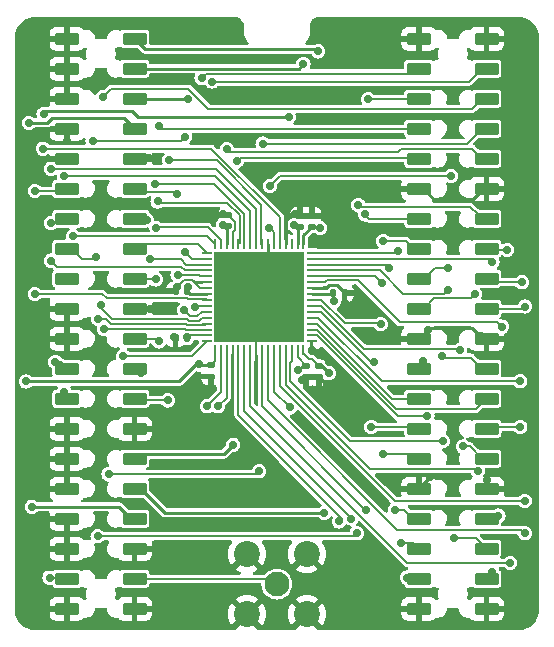
<source format=gbr>
G04 #@! TF.GenerationSoftware,KiCad,Pcbnew,7.0.9-7.0.9~ubuntu22.04.1*
G04 #@! TF.CreationDate,2023-12-06T13:17:01-05:00*
G04 #@! TF.ProjectId,caravel-breakout-qfn,63617261-7665-46c2-9d62-7265616b6f75,2.3*
G04 #@! TF.SameCoordinates,PX2dc6c00PY42c1d80*
G04 #@! TF.FileFunction,Copper,L1,Top*
G04 #@! TF.FilePolarity,Positive*
%FSLAX46Y46*%
G04 Gerber Fmt 4.6, Leading zero omitted, Abs format (unit mm)*
G04 Created by KiCad (PCBNEW 7.0.9-7.0.9~ubuntu22.04.1) date 2023-12-06 13:17:01*
%MOMM*%
%LPD*%
G01*
G04 APERTURE LIST*
G04 Aperture macros list*
%AMRoundRect*
0 Rectangle with rounded corners*
0 $1 Rounding radius*
0 $2 $3 $4 $5 $6 $7 $8 $9 X,Y pos of 4 corners*
0 Add a 4 corners polygon primitive as box body*
4,1,4,$2,$3,$4,$5,$6,$7,$8,$9,$2,$3,0*
0 Add four circle primitives for the rounded corners*
1,1,$1+$1,$2,$3*
1,1,$1+$1,$4,$5*
1,1,$1+$1,$6,$7*
1,1,$1+$1,$8,$9*
0 Add four rect primitives between the rounded corners*
20,1,$1+$1,$2,$3,$4,$5,0*
20,1,$1+$1,$4,$5,$6,$7,0*
20,1,$1+$1,$6,$7,$8,$9,0*
20,1,$1+$1,$8,$9,$2,$3,0*%
G04 Aperture macros list end*
G04 #@! TA.AperFunction,SMDPad,CuDef*
%ADD10RoundRect,0.062500X0.362500X0.062500X-0.362500X0.062500X-0.362500X-0.062500X0.362500X-0.062500X0*%
G04 #@! TD*
G04 #@! TA.AperFunction,SMDPad,CuDef*
%ADD11RoundRect,0.062500X0.062500X0.362500X-0.062500X0.362500X-0.062500X-0.362500X0.062500X-0.362500X0*%
G04 #@! TD*
G04 #@! TA.AperFunction,SMDPad,CuDef*
%ADD12R,7.650000X7.650000*%
G04 #@! TD*
G04 #@! TA.AperFunction,SMDPad,CuDef*
%ADD13RoundRect,0.140000X0.170000X-0.140000X0.170000X0.140000X-0.170000X0.140000X-0.170000X-0.140000X0*%
G04 #@! TD*
G04 #@! TA.AperFunction,SMDPad,CuDef*
%ADD14RoundRect,0.140000X0.140000X0.170000X-0.140000X0.170000X-0.140000X-0.170000X0.140000X-0.170000X0*%
G04 #@! TD*
G04 #@! TA.AperFunction,SMDPad,CuDef*
%ADD15RoundRect,0.140000X-0.170000X0.140000X-0.170000X-0.140000X0.170000X-0.140000X0.170000X0.140000X0*%
G04 #@! TD*
G04 #@! TA.AperFunction,ComponentPad*
%ADD16C,0.620000*%
G04 #@! TD*
G04 #@! TA.AperFunction,SMDPad,CuDef*
%ADD17RoundRect,0.102000X-0.898000X-0.408000X0.898000X-0.408000X0.898000X0.408000X-0.898000X0.408000X0*%
G04 #@! TD*
G04 #@! TA.AperFunction,ComponentPad*
%ADD18C,2.200000*%
G04 #@! TD*
G04 #@! TA.AperFunction,ComponentPad*
%ADD19C,2.100000*%
G04 #@! TD*
G04 #@! TA.AperFunction,ViaPad*
%ADD20C,0.700000*%
G04 #@! TD*
G04 #@! TA.AperFunction,Conductor*
%ADD21C,0.180000*%
G04 #@! TD*
G04 #@! TA.AperFunction,Conductor*
%ADD22C,0.250000*%
G04 #@! TD*
G04 #@! TA.AperFunction,Conductor*
%ADD23C,0.152400*%
G04 #@! TD*
G04 APERTURE END LIST*
D10*
X25450000Y24750000D03*
X25450000Y25250000D03*
X25450000Y25750000D03*
X25450000Y26250000D03*
X25450000Y26750000D03*
X25450000Y27250000D03*
X25450000Y27750000D03*
X25450000Y28250000D03*
X25450000Y28750000D03*
X25450000Y29250000D03*
X25450000Y29750000D03*
X25450000Y30250000D03*
X25450000Y30750000D03*
X25450000Y31250000D03*
X25450000Y31750000D03*
X25450000Y32250000D03*
D11*
X24750000Y32950000D03*
X24250000Y32950000D03*
X23750000Y32950000D03*
X23250000Y32950000D03*
X22750000Y32950000D03*
X22250000Y32950000D03*
X21750000Y32950000D03*
X21250000Y32950000D03*
X20750000Y32950000D03*
X20250000Y32950000D03*
X19750000Y32950000D03*
X19250000Y32950000D03*
X18750000Y32950000D03*
X18250000Y32950000D03*
X17750000Y32950000D03*
X17250000Y32950000D03*
D10*
X16550000Y32250000D03*
X16550000Y31750000D03*
X16550000Y31250000D03*
X16550000Y30750000D03*
X16550000Y30250000D03*
X16550000Y29750000D03*
X16550000Y29250000D03*
X16550000Y28750000D03*
X16550000Y28250000D03*
X16550000Y27750000D03*
X16550000Y27250000D03*
X16550000Y26750000D03*
X16550000Y26250000D03*
X16550000Y25750000D03*
X16550000Y25250000D03*
X16550000Y24750000D03*
D11*
X17250000Y24050000D03*
X17750000Y24050000D03*
X18250000Y24050000D03*
X18750000Y24050000D03*
X19250000Y24050000D03*
X19750000Y24050000D03*
X20250000Y24050000D03*
X20750000Y24050000D03*
X21250000Y24050000D03*
X21750000Y24050000D03*
X22250000Y24050000D03*
X22750000Y24050000D03*
X23250000Y24050000D03*
X23750000Y24050000D03*
X24250000Y24050000D03*
X24750000Y24050000D03*
D12*
X21000000Y28500000D03*
D13*
X25000000Y21740000D03*
X25000000Y22700000D03*
X16900000Y21770000D03*
X16900000Y22730000D03*
D14*
X14880000Y29000000D03*
X13920000Y29000000D03*
D15*
X25450000Y35400000D03*
X25450000Y34440000D03*
X24450000Y35380000D03*
X24450000Y34420000D03*
D13*
X18400000Y34520000D03*
X18400000Y35480000D03*
D14*
X28230000Y28850000D03*
X27270000Y28850000D03*
D16*
X40060000Y700000D03*
D17*
X34550000Y50380000D03*
X40250000Y50380000D03*
X34550000Y47840000D03*
X40250000Y47840000D03*
X34550000Y45300000D03*
X40250000Y45300000D03*
X34550000Y42760000D03*
X40250000Y42760000D03*
X34550000Y40220000D03*
X40250000Y40220000D03*
X34550000Y37680000D03*
X40250000Y37680000D03*
X34550000Y35140000D03*
X40250000Y35140000D03*
X34550000Y32600000D03*
X40250000Y32600000D03*
X34550000Y30060000D03*
X40250000Y30060000D03*
X34550000Y27520000D03*
X40250000Y27520000D03*
X34550000Y24980000D03*
X40250000Y24980000D03*
X34550000Y22440000D03*
X40250000Y22440000D03*
X34550000Y19900000D03*
X40250000Y19900000D03*
X34550000Y17360000D03*
X40250000Y17360000D03*
X34550000Y14820000D03*
X40250000Y14820000D03*
X34550000Y12280000D03*
X40250000Y12280000D03*
X34550000Y9740000D03*
X40250000Y9740000D03*
X34550000Y7200000D03*
X40250000Y7200000D03*
X34550000Y4660000D03*
X40250000Y4660000D03*
X34550000Y2120000D03*
X40250000Y2120000D03*
D16*
X750000Y11900000D03*
X26250000Y51750000D03*
X1100000Y1100000D03*
X7040000Y700000D03*
X44250000Y33760000D03*
X36450000Y33850000D03*
X14660000Y700000D03*
X1000000Y49000000D03*
X12350000Y7200000D03*
X10300000Y49150000D03*
X44250000Y36300000D03*
X44250000Y46460000D03*
X44250000Y49000000D03*
D13*
X26050000Y21720000D03*
X26050000Y22680000D03*
D16*
X44250000Y7710000D03*
X14700000Y47000000D03*
X44250000Y10250000D03*
X18750000Y51750000D03*
X17300000Y42100000D03*
X32600000Y42100000D03*
X27360000Y700000D03*
X23900000Y45700000D03*
X3250000Y51750000D03*
X750000Y19900000D03*
X26900000Y45700000D03*
X750000Y15900000D03*
X25750000Y8900000D03*
X26900000Y43600000D03*
X44250000Y31220000D03*
X1000000Y44500000D03*
X26900000Y39500000D03*
X29000000Y5500000D03*
X26900000Y48300000D03*
X19750000Y8900000D03*
X5900000Y36400000D03*
X3500000Y16100000D03*
D14*
X14880000Y25000000D03*
X13920000Y25000000D03*
D16*
X44250000Y38840000D03*
X3500000Y13550000D03*
X22750000Y8900000D03*
X24250000Y18400000D03*
X750000Y7900000D03*
X750000Y3900000D03*
X16750000Y11000000D03*
X12120000Y700000D03*
X16750000Y8900000D03*
X19750000Y11000000D03*
X22000000Y39500000D03*
X3500000Y8500000D03*
X33000000Y51750000D03*
X29900000Y700000D03*
X44250000Y41380000D03*
X9580000Y700000D03*
X34980000Y700000D03*
X4500000Y700000D03*
X22750000Y11000000D03*
X22280000Y700000D03*
X12350000Y17350000D03*
D18*
X19960000Y6740000D03*
X25040000Y6740000D03*
X25040000Y1660000D03*
X19960000Y1660000D03*
D19*
X22500000Y4200000D03*
D16*
X31650000Y11000000D03*
X43750000Y1000000D03*
X44250000Y5170000D03*
X11750000Y51750000D03*
X44250000Y43920000D03*
X17300000Y45700000D03*
X26900000Y37900000D03*
X17200000Y700000D03*
X3500000Y18800000D03*
D17*
X4750000Y50380000D03*
X10450000Y50380000D03*
X4750000Y47840000D03*
X10450000Y47840000D03*
X4750000Y45300000D03*
X10450000Y45300000D03*
X4750000Y42760000D03*
X10450000Y42760000D03*
X4750000Y40220000D03*
X10450000Y40220000D03*
X4750000Y37680000D03*
X10450000Y37680000D03*
X4750000Y35140000D03*
X10450000Y35140000D03*
X4750000Y32600000D03*
X10450000Y32600000D03*
X4750000Y30060000D03*
X10450000Y30060000D03*
X4750000Y27520000D03*
X10450000Y27520000D03*
X4750000Y24980000D03*
X10450000Y24980000D03*
X4750000Y22440000D03*
X10450000Y22440000D03*
X4750000Y19900000D03*
X10450000Y19900000D03*
X4750000Y17360000D03*
X10450000Y17360000D03*
X4750000Y14820000D03*
X10450000Y14820000D03*
X4750000Y12280000D03*
X10450000Y12280000D03*
X4750000Y9740000D03*
X10450000Y9740000D03*
X4750000Y7200000D03*
X10450000Y7200000D03*
X4750000Y4660000D03*
X10450000Y4660000D03*
X4750000Y2120000D03*
X10450000Y2120000D03*
D16*
X42000000Y51750000D03*
X25750000Y11000000D03*
X37520000Y700000D03*
X32440000Y700000D03*
D20*
X24642462Y21492462D03*
X10500000Y3500000D03*
X10500000Y5750000D03*
X28275314Y27978220D03*
X4750000Y49100000D03*
X32750000Y37750000D03*
X24038116Y35528501D03*
X26675000Y35181266D03*
X17750000Y18250000D03*
X35500000Y13250000D03*
X25500000Y24000000D03*
X40250000Y3500000D03*
X22690000Y27086000D03*
X34500000Y3500000D03*
X40250000Y13000000D03*
X4750000Y46550000D03*
X19975000Y27200000D03*
X11671908Y40267068D03*
X4750000Y41750000D03*
X4750000Y3250000D03*
X4750000Y5750000D03*
X13822996Y25104589D03*
X14029931Y29372114D03*
X15826192Y21851819D03*
X2000000Y40000000D03*
X35285000Y25715000D03*
X19975000Y29873863D03*
X26750000Y21100000D03*
X17936228Y35572057D03*
X11750000Y27500000D03*
X22690000Y29800000D03*
X26000000Y49300000D03*
X26172288Y34341239D03*
X26909499Y22050000D03*
X24318001Y22345596D03*
X24750000Y48250000D03*
X1250000Y21350500D03*
X1500000Y43250000D03*
X15884997Y22800000D03*
X14856248Y25096643D03*
X14978513Y29320167D03*
X15000000Y45250000D03*
X26500000Y10250000D03*
X27342175Y28156423D03*
X2000000Y28750000D03*
X2000000Y37500000D03*
X14060000Y37190000D03*
X14100000Y30393462D03*
X3370000Y31581466D03*
X3370000Y34769515D03*
X11500000Y35000000D03*
X11749038Y31702962D03*
X14714997Y42074230D03*
X7200000Y31900000D03*
X14755450Y32310000D03*
X6900000Y41750000D03*
X5222801Y29988568D03*
X5250000Y33639500D03*
X12300002Y34329500D03*
X12250000Y30000000D03*
X14674820Y27408962D03*
X16133978Y47034343D03*
X17000000Y46750000D03*
X15541582Y27633222D03*
X29250000Y8500000D03*
X7330000Y8250000D03*
X7387096Y26637096D03*
X30250000Y45250000D03*
X7600000Y27800000D03*
X7750000Y45425000D03*
X9500000Y23500000D03*
X12499994Y43000000D03*
X21000000Y13750000D03*
X8250000Y13500000D03*
X7850000Y25800000D03*
X21299998Y41500000D03*
X17525000Y19250000D03*
X19099998Y40000000D03*
X16574997Y19250000D03*
X18250000Y41000000D03*
X28810000Y9750000D03*
X29940000Y35500000D03*
X29400000Y36300000D03*
X27750000Y9500000D03*
X30012096Y10512096D03*
X31500000Y33250000D03*
X42000000Y32500000D03*
X42250000Y6000000D03*
X23600000Y19150000D03*
X37000000Y31000000D03*
X21900000Y37900000D03*
X37250000Y38750000D03*
X43500000Y8500000D03*
X43250000Y29750000D03*
X39250000Y28750000D03*
X39500000Y13780500D03*
X43500000Y27700000D03*
X43500000Y11250000D03*
X34900000Y23100000D03*
X35250000Y18399500D03*
X36554346Y16299999D03*
X36500000Y23500000D03*
X30750000Y23000000D03*
X30500000Y17500000D03*
X43110000Y17500000D03*
X43110000Y21367753D03*
X31300004Y26200000D03*
X31500000Y15250000D03*
X38250000Y15850000D03*
X38000000Y23999996D03*
X31408851Y29704977D03*
X32500000Y10500000D03*
X41250000Y10000000D03*
X41560000Y26000000D03*
X12500000Y24750000D03*
X12400000Y36599996D03*
X4500000Y38750000D03*
X4500000Y20500000D03*
X13250000Y19750000D03*
X13400000Y40100000D03*
X3250000Y4750000D03*
X2680000Y41070000D03*
X12209999Y38040001D03*
X10974799Y22075500D03*
X21862096Y34362096D03*
X33010000Y7691422D03*
X32000000Y31000000D03*
X37500000Y8100000D03*
X36985306Y29119636D03*
X3750000Y23000000D03*
X3370000Y39370000D03*
X33500000Y4750000D03*
X32750000Y32440000D03*
X40750000Y31500000D03*
X40750000Y5250000D03*
X18799996Y16000000D03*
X17929386Y34620566D03*
X1750000Y10750000D03*
X23500000Y43760000D03*
X2750000Y44000000D03*
X23965220Y34581299D03*
D21*
X43210000Y8790000D02*
X43500000Y8500000D01*
X32710000Y8790000D02*
X43210000Y8790000D01*
X21750000Y19750000D02*
X32710000Y8790000D01*
X21750000Y24050000D02*
X21750000Y19750000D01*
X40250000Y7200000D02*
X39350000Y8100000D01*
X39350000Y8100000D02*
X37500000Y8100000D01*
X28237207Y26290141D02*
X31209863Y26290141D01*
X26277348Y28250000D02*
X28237207Y26290141D01*
X25450000Y28250000D02*
X26277348Y28250000D01*
X31209863Y26290141D02*
X31300004Y26200000D01*
D22*
X10450000Y50380000D02*
X11330000Y49500000D01*
X11330000Y49500000D02*
X25800000Y49500000D01*
X25800000Y49500000D02*
X26000000Y49300000D01*
D21*
X34550000Y22440000D02*
X34550000Y22750000D01*
X34550000Y22750000D02*
X34900000Y23100000D01*
X34058578Y7691422D02*
X33010000Y7691422D01*
X34550000Y7200000D02*
X34058578Y7691422D01*
X30300000Y35140000D02*
X29940000Y35500000D01*
X34550000Y35140000D02*
X30300000Y35140000D01*
X19250000Y32950000D02*
X19352400Y33052400D01*
X10450000Y37680000D02*
X10740000Y37390000D01*
X19352400Y33052400D02*
X19352400Y35449592D01*
X19352400Y35449592D02*
X18301992Y36500000D01*
X18301992Y36500000D02*
X12499996Y36500000D01*
X12499996Y36500000D02*
X12400000Y36599996D01*
X13860000Y37390000D02*
X14060000Y37190000D01*
X10740000Y37390000D02*
X13860000Y37390000D01*
X43320000Y27520000D02*
X43500000Y27700000D01*
X40250000Y27520000D02*
X43320000Y27520000D01*
D22*
X3465305Y43690000D02*
X3025305Y43250000D01*
X3025305Y43250000D02*
X1500000Y43250000D01*
X10450000Y42760000D02*
X9520000Y43690000D01*
X9520000Y43690000D02*
X3465305Y43690000D01*
X25000000Y21740000D02*
X24890000Y21740000D01*
X24186617Y35380000D02*
X24038116Y35528501D01*
X23250000Y32950000D02*
X23250000Y35500000D01*
X34899210Y37680000D02*
X35245000Y37334210D01*
X10450000Y27520000D02*
X11730000Y27520000D01*
X40250000Y2120000D02*
X40250000Y3500000D01*
D21*
X20750000Y28250000D02*
X21000000Y28500000D01*
D22*
X4750000Y7200000D02*
X4750000Y5750000D01*
X18400000Y35480000D02*
X18028285Y35480000D01*
X24450000Y35380000D02*
X24186617Y35380000D01*
X25450000Y35400000D02*
X26456266Y35400000D01*
X13920000Y25000000D02*
X13920000Y24170000D01*
D23*
X16550000Y29250000D02*
X16000000Y29250000D01*
D22*
X35245000Y37334210D02*
X35245000Y37313421D01*
D21*
X11624840Y40220000D02*
X11671908Y40267068D01*
D22*
X24890000Y21740000D02*
X24642462Y21492462D01*
X34550000Y3450000D02*
X34500000Y3500000D01*
X39980000Y37680000D02*
X40250000Y37680000D01*
X26948510Y29500000D02*
X27591490Y29500000D01*
X26698510Y29250000D02*
X26948510Y29500000D01*
X15908011Y21770000D02*
X15826192Y21851819D01*
D23*
X14607817Y29950000D02*
X14029931Y29372114D01*
D22*
X13920000Y29262183D02*
X14029931Y29372114D01*
X35435000Y25865000D02*
X39036579Y25865000D01*
X27591490Y29500000D02*
X28230000Y28861490D01*
D23*
X18986200Y34893800D02*
X18400000Y35480000D01*
D22*
X24009615Y35500000D02*
X24038116Y35528501D01*
X13920000Y25007585D02*
X13822996Y25104589D01*
X4750000Y50380000D02*
X4750000Y49100000D01*
X26456266Y35400000D02*
X26675000Y35181266D01*
X39036579Y25865000D02*
X39451579Y25450000D01*
D21*
X10450000Y40220000D02*
X11624840Y40220000D01*
D23*
X15300000Y29950000D02*
X14607817Y29950000D01*
D22*
X26670000Y21100000D02*
X26750000Y21100000D01*
X34550000Y37680000D02*
X32820000Y37680000D01*
X4750000Y47840000D02*
X4750000Y46550000D01*
X21750000Y29250000D02*
X21000000Y28500000D01*
X26050000Y21720000D02*
X26670000Y21100000D01*
D21*
X20750000Y24050000D02*
X20750000Y28250000D01*
X2220000Y40220000D02*
X2000000Y40000000D01*
D22*
X11730000Y27520000D02*
X11750000Y27500000D01*
X40250000Y12280000D02*
X40250000Y13000000D01*
D21*
X18750000Y24050000D02*
X18750000Y19000000D01*
D23*
X18750000Y32950000D02*
X18750000Y33967524D01*
D21*
X18750000Y19000000D02*
X18000000Y18250000D01*
D22*
X39095000Y36795000D02*
X39980000Y37680000D01*
X18028285Y35480000D02*
X17936228Y35572057D01*
D23*
X16000000Y29250000D02*
X15500000Y29750000D01*
D22*
X10450000Y7200000D02*
X10450000Y5800000D01*
X25450000Y29250000D02*
X26698510Y29250000D01*
D23*
X16550000Y29750000D02*
X15500000Y29750000D01*
D22*
X34550000Y12280000D02*
X34550000Y12300000D01*
X34550000Y24980000D02*
X35285000Y25715000D01*
D21*
X18000000Y18250000D02*
X17750000Y18250000D01*
D22*
X23250000Y35500000D02*
X24009615Y35500000D01*
X28230000Y28023534D02*
X28275314Y27978220D01*
X35763421Y36795000D02*
X39095000Y36795000D01*
D21*
X25450000Y24750000D02*
X25450000Y24050000D01*
D22*
X21750000Y32950000D02*
X21750000Y29250000D01*
X39780000Y25450000D02*
X40250000Y24980000D01*
D23*
X18750000Y33967524D02*
X18986200Y34203724D01*
D22*
X28230000Y28850000D02*
X28230000Y28023534D01*
X35285000Y25715000D02*
X35435000Y25865000D01*
X28230000Y28861490D02*
X28230000Y28850000D01*
X32820000Y37680000D02*
X32750000Y37750000D01*
X35245000Y37313421D02*
X35763421Y36795000D01*
X4750000Y2120000D02*
X4750000Y3250000D01*
X39451579Y25450000D02*
X39780000Y25450000D01*
X10450000Y5800000D02*
X10500000Y5750000D01*
X13920000Y25000000D02*
X13920000Y25007585D01*
D23*
X18986200Y34203724D02*
X18986200Y34893800D01*
D22*
X13920000Y29000000D02*
X13920000Y29262183D01*
X34550000Y2120000D02*
X34550000Y3450000D01*
X4750000Y42760000D02*
X4750000Y41750000D01*
X10450000Y2120000D02*
X10450000Y3450000D01*
D21*
X25450000Y24050000D02*
X25500000Y24000000D01*
D22*
X34550000Y12300000D02*
X35500000Y13250000D01*
X16900000Y21770000D02*
X15908011Y21770000D01*
D23*
X15500000Y29750000D02*
X15300000Y29950000D01*
D22*
X10450000Y3450000D02*
X10500000Y3500000D01*
X34550000Y37680000D02*
X34899210Y37680000D01*
D21*
X4750000Y40220000D02*
X2220000Y40220000D01*
X24750000Y24050000D02*
X24750000Y23730000D01*
D22*
X24750000Y33740000D02*
X25450000Y34440000D01*
X26279499Y22680000D02*
X26909499Y22050000D01*
D21*
X24750000Y23730000D02*
X25210000Y23270000D01*
D22*
X25450000Y34440000D02*
X26073527Y34440000D01*
X26073527Y34440000D02*
X26172288Y34341239D01*
X24750000Y32950000D02*
X24750000Y33740000D01*
D21*
X25210000Y23270000D02*
X25460000Y23270000D01*
D22*
X26050000Y22680000D02*
X26279499Y22680000D01*
D21*
X25460000Y23270000D02*
X26050000Y22680000D01*
D22*
X24340000Y47840000D02*
X24750000Y48250000D01*
X25000000Y22700000D02*
X24672405Y22700000D01*
D21*
X24250000Y23450000D02*
X25000000Y22700000D01*
D22*
X24672405Y22700000D02*
X24318001Y22345596D01*
X10450000Y47840000D02*
X24340000Y47840000D01*
D21*
X24250000Y24050000D02*
X24250000Y23450000D01*
X17250000Y24050000D02*
X17250000Y23080000D01*
D22*
X15689338Y22800000D02*
X14239838Y21350500D01*
X15954997Y22730000D02*
X15884997Y22800000D01*
X15884997Y22800000D02*
X15689338Y22800000D01*
D21*
X17250000Y23080000D02*
X16900000Y22730000D01*
D22*
X14239838Y21350500D02*
X1250000Y21350500D01*
X16900000Y22730000D02*
X15954997Y22730000D01*
X14880000Y25000000D02*
X14880000Y25072891D01*
X16550000Y28750000D02*
X15130000Y28750000D01*
X15130000Y28750000D02*
X14880000Y29000000D01*
X14978513Y29098513D02*
X14978513Y29320167D01*
D21*
X15009605Y25250000D02*
X14856248Y25096643D01*
D22*
X10500000Y45250000D02*
X10450000Y45300000D01*
D21*
X16550000Y25250000D02*
X15009605Y25250000D01*
D22*
X14880000Y29000000D02*
X14978513Y29098513D01*
X15000000Y45250000D02*
X10500000Y45250000D01*
X14880000Y25072891D02*
X14856248Y25096643D01*
X27270000Y28228598D02*
X27342175Y28156423D01*
X25450000Y28750000D02*
X27170000Y28750000D01*
X26500000Y10250000D02*
X13000000Y10250000D01*
X27270000Y28850000D02*
X27270000Y28228598D01*
X27170000Y28750000D02*
X27270000Y28850000D01*
X13000000Y10250000D02*
X10970000Y12280000D01*
X10970000Y12280000D02*
X10450000Y12280000D01*
D21*
X16476778Y28323222D02*
X14969879Y28323222D01*
X16550000Y28250000D02*
X16476778Y28323222D01*
X2000000Y37500000D02*
X4570000Y37500000D01*
X4570000Y37500000D02*
X4750000Y37680000D01*
X14893101Y28400000D02*
X8075808Y28400000D01*
X14969879Y28323222D02*
X14893101Y28400000D01*
X8075808Y28400000D02*
X7725808Y28750000D01*
X7725808Y28750000D02*
X2000000Y28750000D01*
X16017886Y30250000D02*
X15901686Y30366200D01*
X14127262Y30366200D02*
X14100000Y30393462D01*
X16550000Y30250000D02*
X16017886Y30250000D01*
X15901686Y30366200D02*
X14127262Y30366200D01*
X14719270Y30750000D02*
X14385808Y31083462D01*
X16550000Y30750000D02*
X14719270Y30750000D01*
X3868004Y31083462D02*
X3370000Y31581466D01*
X14385808Y31083462D02*
X3868004Y31083462D01*
X4379515Y34769515D02*
X3370000Y34769515D01*
X4750000Y35140000D02*
X4379515Y34769515D01*
X14839642Y31250000D02*
X16550000Y31250000D01*
X11500000Y35000000D02*
X10590000Y35000000D01*
X14386680Y31702962D02*
X14839642Y31250000D01*
X10590000Y35000000D02*
X10450000Y35140000D01*
X11749038Y31702962D02*
X14386680Y31702962D01*
X14390767Y41750000D02*
X7750000Y41750000D01*
X15315450Y31750000D02*
X14755450Y32310000D01*
X5480000Y32247918D02*
X5977918Y31750000D01*
X5977918Y31750000D02*
X7050000Y31750000D01*
X5150000Y32600000D02*
X5480000Y32270000D01*
X4750000Y32600000D02*
X5150000Y32600000D01*
X5480000Y32270000D02*
X5480000Y32247918D01*
X7050000Y31750000D02*
X7200000Y31900000D01*
X14714997Y42074230D02*
X14390767Y41750000D01*
X7750000Y41750000D02*
X6900000Y41750000D01*
X16550000Y31750000D02*
X15315450Y31750000D01*
X15800000Y33000000D02*
X10850000Y33000000D01*
X16550000Y32250000D02*
X15800000Y33000000D01*
X10850000Y33000000D02*
X10450000Y32600000D01*
X4821432Y29988568D02*
X4750000Y30060000D01*
X5222801Y29988568D02*
X4821432Y29988568D01*
X16560500Y33639500D02*
X5250000Y33639500D01*
X17250000Y32950000D02*
X16560500Y33639500D01*
X10510000Y30000000D02*
X10450000Y30060000D01*
X17750000Y32950000D02*
X17750000Y33346958D01*
X17750000Y33346958D02*
X16696958Y34400000D01*
X12250000Y30000000D02*
X10510000Y30000000D01*
X16696958Y34400000D02*
X12370502Y34400000D01*
X12370502Y34400000D02*
X12300002Y34329500D01*
X16134168Y27250000D02*
X15754168Y26870000D01*
X16524635Y47425000D02*
X16133978Y47034343D01*
X15754168Y26870000D02*
X15182552Y26870000D01*
X15182552Y26870000D02*
X14778360Y27274192D01*
X14778360Y27367974D02*
X14737372Y27408962D01*
X34550000Y47840000D02*
X34135000Y47425000D01*
X14737372Y27408962D02*
X14674820Y27408962D01*
X34135000Y47425000D02*
X16524635Y47425000D01*
X14778360Y27274192D02*
X14778360Y27367974D01*
X16550000Y27250000D02*
X16134168Y27250000D01*
X39872082Y47840000D02*
X40250000Y47840000D01*
X15658360Y27750000D02*
X15541582Y27633222D01*
X38782082Y46750000D02*
X39872082Y47840000D01*
X16550000Y27750000D02*
X15658360Y27750000D01*
X17000000Y46750000D02*
X38782082Y46750000D01*
X8428802Y26250000D02*
X8041706Y26637096D01*
X30250000Y45250000D02*
X34500000Y45250000D01*
X7330000Y8250000D02*
X29000000Y8250000D01*
X34500000Y45250000D02*
X34550000Y45300000D01*
X14784319Y26250000D02*
X8428802Y26250000D01*
X8041706Y26637096D02*
X7387096Y26637096D01*
X29000000Y8250000D02*
X29250000Y8500000D01*
X16550000Y26250000D02*
X16450000Y26150000D01*
X14884319Y26150000D02*
X14784319Y26250000D01*
X16450000Y26150000D02*
X14884319Y26150000D01*
X8517918Y26670000D02*
X7600000Y27587918D01*
X15903285Y26510000D02*
X15033436Y26510000D01*
X40250000Y45300000D02*
X39912500Y45300000D01*
X39912500Y45300000D02*
X39062500Y44450000D01*
X16143284Y26750000D02*
X15903285Y26510000D01*
X7600000Y27587918D02*
X7600000Y27800000D01*
X15033436Y26510000D02*
X14873435Y26670000D01*
X15005097Y46150000D02*
X8475000Y46150000D01*
X16705097Y44450000D02*
X15005097Y46150000D01*
X14873435Y26670000D02*
X8517918Y26670000D01*
X8475000Y46150000D02*
X7750000Y45425000D01*
X16550000Y26750000D02*
X16143284Y26750000D01*
X39062500Y44450000D02*
X16705097Y44450000D01*
X16550000Y24750000D02*
X15300000Y23500000D01*
X12739994Y42760000D02*
X12499994Y43000000D01*
X15300000Y23500000D02*
X9500000Y23500000D01*
X34550000Y42760000D02*
X12739994Y42760000D01*
X16550000Y25750000D02*
X14775202Y25750000D01*
X39860000Y42760000D02*
X39520000Y42420000D01*
X40250000Y42760000D02*
X39860000Y42760000D01*
X14695202Y25830000D02*
X7880000Y25830000D01*
X39520000Y42420000D02*
X39520000Y42407918D01*
X14775202Y25750000D02*
X14695202Y25830000D01*
X8250000Y13500000D02*
X20750000Y13500000D01*
X7880000Y25830000D02*
X7850000Y25800000D01*
X38612082Y41500000D02*
X21299998Y41500000D01*
X20750000Y13500000D02*
X21000000Y13750000D01*
X39520000Y42407918D02*
X38612082Y41500000D01*
X18250000Y19975000D02*
X17525000Y19250000D01*
X19399998Y40300000D02*
X19099998Y40000000D01*
X18250000Y24050000D02*
X18250000Y19975000D01*
X34550000Y40220000D02*
X34470000Y40300000D01*
X34470000Y40300000D02*
X19399998Y40300000D01*
X18250000Y41000000D02*
X18440000Y40810000D01*
X39880000Y40220000D02*
X40250000Y40220000D01*
X17750000Y20425003D02*
X16574997Y19250000D01*
X39030000Y41070000D02*
X39880000Y40220000D01*
X17750000Y24050000D02*
X17750000Y20425003D01*
X18440000Y40810000D02*
X32740000Y40810000D01*
X32740000Y40810000D02*
X33000000Y41070000D01*
X33000000Y41070000D02*
X39030000Y41070000D01*
X19750000Y24050000D02*
X19750000Y18875000D01*
X28810000Y9815000D02*
X28810000Y9750000D01*
X19750000Y18875000D02*
X28810000Y9815000D01*
X40250000Y35140000D02*
X39860000Y35140000D01*
X39520000Y35480000D02*
X39520000Y35492082D01*
X38862082Y36150000D02*
X29550000Y36150000D01*
X39520000Y35492082D02*
X38862082Y36150000D01*
X19250000Y24050000D02*
X19250000Y18500000D01*
X19250000Y18500000D02*
X28000000Y9750000D01*
X29550000Y36150000D02*
X29400000Y36300000D01*
X39860000Y35140000D02*
X39520000Y35480000D01*
X28000000Y9750000D02*
X27750000Y9500000D01*
X29987904Y10512096D02*
X30012096Y10512096D01*
X34050000Y32600000D02*
X34550000Y32600000D01*
X21250000Y24050000D02*
X21250000Y19250000D01*
X21250000Y19250000D02*
X29987904Y10512096D01*
X31500000Y33250000D02*
X33400000Y33250000D01*
X33400000Y33250000D02*
X34050000Y32600000D01*
X40350000Y32500000D02*
X40250000Y32600000D01*
X33548384Y6000000D02*
X42250000Y6000000D01*
X20250000Y24050000D02*
X20250000Y19298384D01*
X20250000Y19298384D02*
X33548384Y6000000D01*
X42000000Y32500000D02*
X40350000Y32500000D01*
X37250000Y38750000D02*
X22750000Y38750000D01*
X22250000Y24050000D02*
X22250000Y20500000D01*
X34927918Y30060000D02*
X34550000Y30060000D01*
X22250000Y20500000D02*
X23600000Y19150000D01*
X22750000Y38750000D02*
X21900000Y37900000D01*
X35867918Y31000000D02*
X34927918Y30060000D01*
X37000000Y31000000D02*
X35867918Y31000000D01*
X43250000Y29750000D02*
X40560000Y29750000D01*
X40560000Y29750000D02*
X40250000Y30060000D01*
X38929636Y28429636D02*
X35829636Y28429636D01*
X34920000Y27520000D02*
X34550000Y27520000D01*
X39340500Y13940000D02*
X30387434Y13940000D01*
X39500000Y13780500D02*
X39340500Y13940000D01*
X35829636Y28429636D02*
X34920000Y27520000D01*
X39250000Y28750000D02*
X38929636Y28429636D01*
X30387434Y13940000D02*
X23250000Y21077434D01*
X23250000Y21077434D02*
X23250000Y24050000D01*
X22750000Y20987904D02*
X32487904Y11250000D01*
X32487904Y11250000D02*
X43500000Y11250000D01*
X22750000Y24050000D02*
X22750000Y20987904D01*
X25450000Y25250000D02*
X25875244Y25250000D01*
X32725744Y18399500D02*
X35250000Y18399500D01*
X25875244Y25250000D02*
X32725744Y18399500D01*
X36620004Y23379996D02*
X38932086Y23379996D01*
X28700000Y16300000D02*
X36554346Y16299999D01*
X23610000Y22942692D02*
X23610000Y21390000D01*
X36500000Y23500000D02*
X36620004Y23379996D01*
X39872082Y22440000D02*
X40250000Y22440000D01*
X23750000Y24050000D02*
X23750000Y23082692D01*
X23750000Y23082692D02*
X23610000Y22942692D01*
X23610000Y21390000D02*
X28700000Y16300000D01*
X38932086Y23379996D02*
X39872082Y22440000D01*
X32243476Y19900000D02*
X34550000Y19900000D01*
X25893476Y26250000D02*
X32243476Y19900000D01*
X25450000Y26250000D02*
X25893476Y26250000D01*
X25884360Y25750000D02*
X32584360Y19050000D01*
X32584360Y19050000D02*
X39400000Y19050000D01*
X25450000Y25750000D02*
X25884360Y25750000D01*
X39400000Y19050000D02*
X40250000Y19900000D01*
X30500000Y23009116D02*
X30500000Y23000000D01*
X30500000Y23000000D02*
X30750000Y23000000D01*
X26259116Y27250000D02*
X30500000Y23009116D01*
X30500000Y17500000D02*
X34410000Y17500000D01*
X25450000Y27250000D02*
X26259116Y27250000D01*
X34410000Y17500000D02*
X34550000Y17360000D01*
X26009116Y26750000D02*
X31391363Y21367753D01*
X31391363Y21367753D02*
X43110000Y21367753D01*
X25450000Y26750000D02*
X26009116Y26750000D01*
X40250000Y17360000D02*
X40390000Y17500000D01*
X40390000Y17500000D02*
X43110000Y17500000D01*
X34120000Y15250000D02*
X34550000Y14820000D01*
X31500000Y15250000D02*
X34120000Y15250000D01*
X39880000Y14820000D02*
X38850000Y15850000D01*
X29888232Y24130000D02*
X37869996Y24130000D01*
X37869996Y24130000D02*
X38000000Y23999996D01*
X26268232Y27750000D02*
X29888232Y24130000D01*
X25450000Y27750000D02*
X26268232Y27750000D01*
X40250000Y14820000D02*
X39880000Y14820000D01*
X38850000Y15850000D02*
X38250000Y15850000D01*
X34060000Y9740000D02*
X34550000Y9740000D01*
X30838828Y30275000D02*
X31408851Y29704977D01*
X32500000Y10500000D02*
X33300000Y10500000D01*
X25475000Y30275000D02*
X30838828Y30275000D01*
X25450000Y30250000D02*
X25475000Y30275000D01*
X33300000Y10500000D02*
X34060000Y9740000D01*
X32891091Y26405000D02*
X41155000Y26405000D01*
X25450000Y29750000D02*
X26611611Y29750000D01*
X29381091Y29915000D02*
X32891091Y26405000D01*
X40510000Y10000000D02*
X40250000Y9740000D01*
X41250000Y10000000D02*
X40510000Y10000000D01*
X26776612Y29915000D02*
X29381091Y29915000D01*
X26611611Y29750000D02*
X26776612Y29915000D01*
X41155000Y26405000D02*
X41560000Y26000000D01*
X10450000Y24980000D02*
X12270000Y24980000D01*
X12270000Y24980000D02*
X12500000Y24750000D01*
X4500000Y20150000D02*
X4750000Y19900000D01*
X17250000Y38750000D02*
X4500000Y38750000D01*
X4500000Y20500000D02*
X4500000Y20150000D01*
X20250000Y35750000D02*
X17250000Y38750000D01*
X20250000Y32950000D02*
X20250000Y35750000D01*
X21172096Y33027904D02*
X21172096Y36327904D01*
X21172096Y36327904D02*
X17400000Y40100000D01*
X21250000Y32950000D02*
X21172096Y33027904D01*
X17400000Y40100000D02*
X13400000Y40100000D01*
X10600000Y19750000D02*
X10450000Y19900000D01*
X13250000Y19750000D02*
X10600000Y19750000D01*
X4660000Y4750000D02*
X4750000Y4660000D01*
X3250000Y4750000D02*
X4660000Y4750000D01*
X16954192Y41070000D02*
X2680000Y41070000D01*
X22750000Y32950000D02*
X22750000Y35274192D01*
X22750000Y35274192D02*
X16954192Y41070000D01*
X10814500Y22075500D02*
X10974799Y22075500D01*
X12269998Y38100000D02*
X12209999Y38040001D01*
X19750000Y35561108D02*
X17211108Y38100000D01*
X10450000Y22440000D02*
X10814500Y22075500D01*
X17211108Y38100000D02*
X12269998Y38100000D01*
X19750000Y32950000D02*
X19750000Y35561108D01*
X22250000Y33974192D02*
X21862096Y34362096D01*
X10450000Y4660000D02*
X22040000Y4660000D01*
X22250000Y32950000D02*
X22250000Y33974192D01*
X22040000Y4660000D02*
X22500000Y4200000D01*
X31750000Y31250000D02*
X32000000Y31000000D01*
X25450000Y31250000D02*
X31750000Y31250000D01*
X33210364Y28789636D02*
X36655306Y28789636D01*
X31250000Y30750000D02*
X33210364Y28789636D01*
X36655306Y28789636D02*
X36985306Y29119636D01*
X25450000Y30750000D02*
X31250000Y30750000D01*
X20750000Y32950000D02*
X20750000Y35950000D01*
X20750000Y35950000D02*
X17330000Y39370000D01*
X3750000Y23000000D02*
X4190000Y23000000D01*
X4190000Y23000000D02*
X4750000Y22440000D01*
X17330000Y39370000D02*
X3370000Y39370000D01*
X33500000Y4750000D02*
X34460000Y4750000D01*
X32560000Y32250000D02*
X32750000Y32440000D01*
X25450000Y32250000D02*
X32560000Y32250000D01*
X34460000Y4750000D02*
X34550000Y4660000D01*
X25450000Y31750000D02*
X40500000Y31750000D01*
X40750000Y5160000D02*
X40250000Y4660000D01*
X40500000Y31750000D02*
X40750000Y31500000D01*
X40750000Y5250000D02*
X40750000Y5160000D01*
D22*
X17999996Y15200000D02*
X18799996Y16000000D01*
X10450000Y14820000D02*
X10830000Y15200000D01*
X18400000Y34520000D02*
X18029952Y34520000D01*
X18029952Y34520000D02*
X17929386Y34620566D01*
X18250000Y34299952D02*
X17929386Y34620566D01*
X18250000Y32950000D02*
X18250000Y34299952D01*
X10830000Y15200000D02*
X17999996Y15200000D01*
X10750000Y43760000D02*
X10260012Y44249988D01*
X24126519Y34420000D02*
X23965220Y34581299D01*
X24450000Y34420000D02*
X24126519Y34420000D01*
X10260012Y44249988D02*
X2999988Y44249988D01*
X24250000Y34296519D02*
X23965220Y34581299D01*
X23500000Y43760000D02*
X10750000Y43760000D01*
X1750000Y10750000D02*
X9111579Y10750000D01*
X10121579Y9740000D02*
X10450000Y9740000D01*
X24250000Y32950000D02*
X24250000Y34296519D01*
X9111579Y10750000D02*
X10121579Y9740000D01*
X2999988Y44249988D02*
X2750000Y44000000D01*
G04 #@! TA.AperFunction,Conductor*
G36*
X24316132Y18929128D02*
G01*
X24340542Y18910166D01*
X32110741Y11139967D01*
X32144226Y11078644D01*
X32139242Y11008952D01*
X32098549Y10953912D01*
X32068867Y10931136D01*
X31971968Y10804856D01*
X31911061Y10657810D01*
X31911060Y10657806D01*
X31890284Y10500001D01*
X31890284Y10499998D01*
X31903717Y10397965D01*
X31892951Y10328930D01*
X31846571Y10276674D01*
X31779303Y10257789D01*
X31712502Y10278270D01*
X31693097Y10294099D01*
X28132806Y13854390D01*
X23642521Y18344676D01*
X23609036Y18405999D01*
X23614020Y18475691D01*
X23655892Y18531624D01*
X23714016Y18555295D01*
X23757806Y18561060D01*
X23904858Y18621970D01*
X24031134Y18718866D01*
X24128030Y18845142D01*
X24138299Y18869937D01*
X24182139Y18924340D01*
X24248433Y18946406D01*
X24316132Y18929128D01*
G37*
G04 #@! TD.AperFunction*
G04 #@! TA.AperFunction,Conductor*
G36*
X38906509Y13575815D02*
G01*
X38952264Y13523011D01*
X38954013Y13518993D01*
X38971970Y13475642D01*
X38995371Y13445145D01*
X39051246Y13372329D01*
X39076441Y13307160D01*
X39062403Y13238715D01*
X39028358Y13198467D01*
X38922647Y13117352D01*
X38896417Y13083168D01*
X38839989Y13041966D01*
X38770243Y13037812D01*
X38769449Y13037998D01*
X38758891Y13040500D01*
X38758890Y13040500D01*
X38625708Y13040500D01*
X38509958Y13026971D01*
X38493422Y13025038D01*
X38493419Y13025037D01*
X38326367Y12964236D01*
X38258675Y12919714D01*
X38177832Y12866543D01*
X38177831Y12866543D01*
X38177831Y12866542D01*
X38055833Y12737233D01*
X37966944Y12583272D01*
X37915955Y12412959D01*
X37915954Y12412954D01*
X37905618Y12235481D01*
X37905618Y12235480D01*
X37931805Y12086961D01*
X37936489Y12060401D01*
X37942755Y12045875D01*
X38006904Y11897161D01*
X38050249Y11838940D01*
X38076562Y11803595D01*
X38084787Y11792548D01*
X38109031Y11727020D01*
X38093999Y11658786D01*
X38044464Y11609511D01*
X37985324Y11594500D01*
X36816271Y11594500D01*
X36749232Y11614185D01*
X36703477Y11666989D01*
X36693533Y11736147D01*
X36722558Y11799703D01*
X36726077Y11803595D01*
X36744167Y11822769D01*
X36833057Y11976731D01*
X36884045Y12147042D01*
X36894382Y12324520D01*
X36863511Y12499599D01*
X36793096Y12662838D01*
X36751996Y12718044D01*
X36686932Y12805440D01*
X36550746Y12919714D01*
X36550744Y12919715D01*
X36391881Y12999500D01*
X36391877Y12999501D01*
X36218890Y13040500D01*
X36085708Y13040500D01*
X36075889Y13039353D01*
X36018533Y13032649D01*
X35949662Y13044419D01*
X35905765Y13080324D01*
X35877352Y13117352D01*
X35751599Y13213846D01*
X35605153Y13274505D01*
X35487466Y13290000D01*
X34800000Y13290000D01*
X34800000Y12154000D01*
X34780315Y12086961D01*
X34727511Y12041206D01*
X34676000Y12030000D01*
X33050001Y12030000D01*
X33050001Y11832542D01*
X33062884Y11734685D01*
X33052118Y11665650D01*
X33005738Y11613394D01*
X32939945Y11594500D01*
X32681962Y11594500D01*
X32614923Y11614185D01*
X32594281Y11630819D01*
X31695100Y12530000D01*
X33050000Y12530000D01*
X34300000Y12530000D01*
X34300000Y13290000D01*
X33612541Y13290000D01*
X33494846Y13274505D01*
X33348400Y13213846D01*
X33222648Y13117352D01*
X33126154Y12991600D01*
X33065495Y12845155D01*
X33065495Y12845154D01*
X33050000Y12727467D01*
X33050000Y12530000D01*
X31695100Y12530000D01*
X30841281Y13383819D01*
X30807796Y13445142D01*
X30812780Y13514834D01*
X30854652Y13570767D01*
X30920116Y13595184D01*
X30928962Y13595500D01*
X38839470Y13595500D01*
X38906509Y13575815D01*
G37*
G04 #@! TD.AperFunction*
G04 #@! TA.AperFunction,Conductor*
G36*
X25518039Y24850815D02*
G01*
X25563794Y24798011D01*
X25575000Y24746500D01*
X25575000Y24125000D01*
X25849363Y24125000D01*
X25849377Y24125001D01*
X25959341Y24139479D01*
X25959342Y24139479D01*
X26096178Y24196158D01*
X26205516Y24280057D01*
X26270685Y24305252D01*
X26339130Y24291214D01*
X26368684Y24269363D01*
X32469610Y18168437D01*
X32473249Y18164465D01*
X32500888Y18131527D01*
X32538124Y18110029D01*
X32542681Y18107125D01*
X32577901Y18082464D01*
X32577903Y18082464D01*
X32577906Y18082461D01*
X32577909Y18082461D01*
X32581292Y18080883D01*
X32585689Y18077011D01*
X32586792Y18076239D01*
X32586705Y18076117D01*
X32633731Y18034711D01*
X32652884Y17967517D01*
X32632669Y17900636D01*
X32579504Y17855301D01*
X32528888Y17844500D01*
X31058761Y17844500D01*
X30991722Y17864185D01*
X30960386Y17893013D01*
X30931134Y17931134D01*
X30870030Y17978021D01*
X30804858Y18028030D01*
X30804857Y18028031D01*
X30804855Y18028032D01*
X30657809Y18088939D01*
X30657807Y18088940D01*
X30657806Y18088940D01*
X30535540Y18105037D01*
X30500001Y18109716D01*
X30499999Y18109716D01*
X30342194Y18088940D01*
X30342190Y18088939D01*
X30195144Y18028032D01*
X30068866Y17931134D01*
X29971968Y17804856D01*
X29911061Y17657810D01*
X29911060Y17657806D01*
X29890284Y17500000D01*
X29902854Y17404520D01*
X29911060Y17342195D01*
X29911061Y17342191D01*
X29971968Y17195145D01*
X29971969Y17195143D01*
X29971970Y17195142D01*
X30068866Y17068866D01*
X30195142Y16971970D01*
X30342194Y16911060D01*
X30472488Y16893907D01*
X30491226Y16891439D01*
X30496898Y16888930D01*
X30508774Y16891439D01*
X30525577Y16893652D01*
X30657806Y16911060D01*
X30804858Y16971970D01*
X30931134Y17068866D01*
X30953903Y17098539D01*
X30960386Y17106987D01*
X31016814Y17148190D01*
X31058761Y17155500D01*
X33171500Y17155500D01*
X33238539Y17135815D01*
X33284294Y17083011D01*
X33295500Y17031500D01*
X33295500Y16918170D01*
X33305595Y16848877D01*
X33305596Y16848873D01*
X33305597Y16848871D01*
X33315786Y16828029D01*
X33318265Y16822958D01*
X33330022Y16754085D01*
X33302678Y16689788D01*
X33244913Y16650482D01*
X33206863Y16644500D01*
X30524960Y16644500D01*
X30504040Y16650643D01*
X30494146Y16645981D01*
X30475040Y16644500D01*
X28894059Y16644500D01*
X28827020Y16664185D01*
X28806378Y16680819D01*
X24724787Y20762410D01*
X24691302Y20823733D01*
X24696286Y20893425D01*
X24728295Y20941145D01*
X24750000Y20961210D01*
X24750000Y21470000D01*
X25250000Y21470000D01*
X25250000Y20961211D01*
X25270910Y20962855D01*
X25426196Y21007969D01*
X25444967Y21019070D01*
X25512691Y21036255D01*
X25571213Y21019071D01*
X25623801Y20987970D01*
X25623803Y20987969D01*
X25779089Y20942855D01*
X25800000Y20941211D01*
X25800000Y21470000D01*
X25250000Y21470000D01*
X24750000Y21470000D01*
X24750000Y21866000D01*
X24769685Y21933039D01*
X24822489Y21978794D01*
X24874000Y21990000D01*
X25778638Y21990000D01*
X25845677Y21970315D01*
X25846068Y21970000D01*
X26176000Y21970000D01*
X26243039Y21950315D01*
X26288794Y21897511D01*
X26300000Y21846000D01*
X26300000Y20941211D01*
X26320910Y20942855D01*
X26476195Y20987969D01*
X26615374Y21070279D01*
X26615383Y21070286D01*
X26729714Y21184617D01*
X26729721Y21184626D01*
X26812031Y21323805D01*
X26820746Y21353801D01*
X26858352Y21412687D01*
X26921825Y21441894D01*
X26923566Y21442137D01*
X27067305Y21461060D01*
X27214357Y21521970D01*
X27340633Y21618866D01*
X27437529Y21745142D01*
X27498439Y21892194D01*
X27519215Y22050000D01*
X27498439Y22207806D01*
X27437529Y22354858D01*
X27340633Y22481134D01*
X27214357Y22578030D01*
X27214356Y22578031D01*
X27214354Y22578032D01*
X27067308Y22638939D01*
X27067306Y22638940D01*
X27067305Y22638940D01*
X26974024Y22651221D01*
X26909500Y22659716D01*
X26909499Y22659716D01*
X26905594Y22659202D01*
X26902299Y22659716D01*
X26901372Y22659716D01*
X26901372Y22659861D01*
X26836559Y22669970D01*
X26801732Y22694461D01*
X26637221Y22858972D01*
X26603736Y22920295D01*
X26602428Y22927259D01*
X26601503Y22933098D01*
X26599868Y22943427D01*
X26543135Y23054771D01*
X26543131Y23054775D01*
X26543130Y23054777D01*
X26454776Y23143131D01*
X26454773Y23143133D01*
X26454771Y23143135D01*
X26343427Y23199868D01*
X26343426Y23199869D01*
X26343423Y23199870D01*
X26251045Y23214500D01*
X26054059Y23214500D01*
X25987020Y23234185D01*
X25966378Y23250819D01*
X25716149Y23501048D01*
X25712494Y23505037D01*
X25684859Y23537970D01*
X25684857Y23537971D01*
X25684856Y23537973D01*
X25654959Y23555234D01*
X25647621Y23559471D01*
X25643058Y23562378D01*
X25607838Y23587040D01*
X25605339Y23588205D01*
X25582242Y23597773D01*
X25579645Y23598718D01*
X25537299Y23606185D01*
X25532017Y23607356D01*
X25490486Y23618484D01*
X25456277Y23615491D01*
X25447654Y23614736D01*
X25442254Y23614500D01*
X25404059Y23614500D01*
X25337020Y23634185D01*
X25316378Y23650819D01*
X25165819Y23801378D01*
X25132334Y23862701D01*
X25129500Y23889059D01*
X25129500Y24001000D01*
X25149185Y24068039D01*
X25201989Y24113794D01*
X25253500Y24125000D01*
X25325000Y24125000D01*
X25325000Y24746500D01*
X25344685Y24813539D01*
X25397489Y24859294D01*
X25449000Y24870500D01*
X25451000Y24870500D01*
X25518039Y24850815D01*
G37*
G04 #@! TD.AperFunction*
G04 #@! TA.AperFunction,Conductor*
G36*
X20842740Y23697958D02*
G01*
X20872519Y23634752D01*
X20872939Y23631830D01*
X20874469Y23620209D01*
X20875000Y23612108D01*
X20875000Y23120162D01*
X20900683Y23079670D01*
X20905500Y23045444D01*
X20905500Y19429443D01*
X20885815Y19362404D01*
X20833011Y19316649D01*
X20763853Y19306705D01*
X20700297Y19335730D01*
X20693819Y19341762D01*
X20630819Y19404762D01*
X20597334Y19466085D01*
X20594500Y19492443D01*
X20594500Y23045444D01*
X20614185Y23112483D01*
X20625000Y23125040D01*
X20625000Y23612108D01*
X20625531Y23620209D01*
X20627061Y23631830D01*
X20655327Y23695726D01*
X20713651Y23734198D01*
X20783516Y23735030D01*
X20842740Y23697958D01*
G37*
G04 #@! TD.AperFunction*
G04 #@! TA.AperFunction,Conductor*
G36*
X14113039Y25230315D02*
G01*
X14158794Y25177511D01*
X14170000Y25126000D01*
X14170000Y24195497D01*
X14316195Y24237969D01*
X14455374Y24320279D01*
X14455379Y24320283D01*
X14544838Y24409742D01*
X14606161Y24443227D01*
X14651917Y24444534D01*
X14708955Y24435500D01*
X15051044Y24435501D01*
X15143427Y24450132D01*
X15254771Y24506865D01*
X15343135Y24595229D01*
X15399868Y24706573D01*
X15399868Y24706575D01*
X15399869Y24706576D01*
X15414809Y24800899D01*
X15444739Y24864033D01*
X15504050Y24900964D01*
X15537282Y24905500D01*
X15746500Y24905500D01*
X15813539Y24885815D01*
X15859294Y24833011D01*
X15870500Y24781500D01*
X15870500Y24650354D01*
X15873298Y24629100D01*
X15862530Y24560065D01*
X15838039Y24525237D01*
X15193622Y23880819D01*
X15132299Y23847334D01*
X15105941Y23844500D01*
X10058761Y23844500D01*
X9991722Y23864185D01*
X9960386Y23893013D01*
X9931134Y23931134D01*
X9880482Y23970001D01*
X9850345Y23993126D01*
X9809145Y24049552D01*
X9804990Y24119298D01*
X9839202Y24180219D01*
X9900920Y24212971D01*
X9925834Y24215500D01*
X11381831Y24215500D01*
X11451123Y24225596D01*
X11451123Y24225597D01*
X11451129Y24225597D01*
X11558018Y24277851D01*
X11642149Y24361982D01*
X11694403Y24468871D01*
X11699145Y24501419D01*
X11728288Y24564917D01*
X11787137Y24602581D01*
X11857007Y24602450D01*
X11915714Y24564566D01*
X11936410Y24530992D01*
X11969903Y24450133D01*
X11971970Y24445142D01*
X12068866Y24318866D01*
X12195142Y24221970D01*
X12195143Y24221970D01*
X12195144Y24221969D01*
X12201105Y24219500D01*
X12342194Y24161060D01*
X12481640Y24142702D01*
X12499999Y24140284D01*
X12500000Y24140284D01*
X12500001Y24140284D01*
X12516446Y24142450D01*
X12657806Y24161060D01*
X12804858Y24221970D01*
X12931134Y24318866D01*
X13028030Y24445142D01*
X13030282Y24450582D01*
X13074122Y24504984D01*
X13140416Y24527050D01*
X13208116Y24509772D01*
X13251576Y24466250D01*
X13270278Y24434626D01*
X13270285Y24434617D01*
X13384616Y24320286D01*
X13384625Y24320279D01*
X13523804Y24237969D01*
X13670000Y24195496D01*
X13670000Y25126000D01*
X13689685Y25193039D01*
X13742489Y25238794D01*
X13794000Y25250000D01*
X14046000Y25250000D01*
X14113039Y25230315D01*
G37*
G04 #@! TD.AperFunction*
G04 #@! TA.AperFunction,Conductor*
G36*
X29254071Y29550815D02*
G01*
X29274713Y29534181D01*
X32634940Y26173955D01*
X32638591Y26169971D01*
X32666235Y26137027D01*
X32703480Y26115523D01*
X32708029Y26112625D01*
X32713112Y26109066D01*
X32743253Y26087961D01*
X32745782Y26086781D01*
X32768814Y26077241D01*
X32771443Y26076285D01*
X32771448Y26076282D01*
X32813793Y26068816D01*
X32819062Y26067649D01*
X32860603Y26056517D01*
X32903435Y26060265D01*
X32908837Y26060500D01*
X33174233Y26060500D01*
X33241272Y26040815D01*
X33287027Y25988011D01*
X33296971Y25918853D01*
X33267946Y25855297D01*
X33249719Y25838124D01*
X33222648Y25817352D01*
X33126154Y25691600D01*
X33065495Y25545155D01*
X33065495Y25545154D01*
X33050000Y25427467D01*
X33050000Y25230000D01*
X34676000Y25230000D01*
X34743039Y25210315D01*
X34788794Y25157511D01*
X34800000Y25106000D01*
X34800000Y24854000D01*
X34780315Y24786961D01*
X34727511Y24741206D01*
X34676000Y24730000D01*
X33050001Y24730000D01*
X33050001Y24598500D01*
X33030316Y24531461D01*
X32977512Y24485706D01*
X32926001Y24474500D01*
X30082291Y24474500D01*
X30015252Y24494185D01*
X29994610Y24510819D01*
X28771469Y25733960D01*
X28737984Y25795283D01*
X28742968Y25864975D01*
X28784840Y25920908D01*
X28850304Y25945325D01*
X28859150Y25945641D01*
X30672075Y25945641D01*
X30739114Y25925956D01*
X30770451Y25897128D01*
X30771972Y25895145D01*
X30771974Y25895142D01*
X30868870Y25768866D01*
X30995146Y25671970D01*
X30995147Y25671970D01*
X30995148Y25671969D01*
X31044163Y25651667D01*
X31142198Y25611060D01*
X31281644Y25592702D01*
X31300003Y25590284D01*
X31300004Y25590284D01*
X31300005Y25590284D01*
X31316450Y25592450D01*
X31457810Y25611060D01*
X31604862Y25671970D01*
X31731138Y25768866D01*
X31828034Y25895142D01*
X31888944Y26042194D01*
X31909720Y26200000D01*
X31888944Y26357806D01*
X31838626Y26479287D01*
X31828035Y26504856D01*
X31828034Y26504857D01*
X31828034Y26504858D01*
X31731138Y26631134D01*
X31604862Y26728030D01*
X31604861Y26728031D01*
X31604859Y26728032D01*
X31457813Y26788939D01*
X31457811Y26788940D01*
X31457810Y26788940D01*
X31370013Y26800499D01*
X31300005Y26809716D01*
X31300003Y26809716D01*
X31142198Y26788940D01*
X31142194Y26788939D01*
X30995147Y26728031D01*
X30995145Y26728030D01*
X30906833Y26660265D01*
X30841664Y26635071D01*
X30831347Y26634641D01*
X28431266Y26634641D01*
X28364227Y26654326D01*
X28343585Y26670960D01*
X27593786Y27420759D01*
X27560301Y27482082D01*
X27565285Y27551774D01*
X27607157Y27607707D01*
X27634014Y27623001D01*
X27647033Y27628393D01*
X27773309Y27725289D01*
X27870205Y27851565D01*
X27924251Y27982047D01*
X27964358Y28033751D01*
X27980000Y28045496D01*
X27980000Y28600000D01*
X28480000Y28600000D01*
X28480000Y28045497D01*
X28626195Y28087969D01*
X28765374Y28170279D01*
X28765383Y28170286D01*
X28879714Y28284617D01*
X28879721Y28284626D01*
X28962031Y28423805D01*
X28962033Y28423810D01*
X29007144Y28579082D01*
X29007145Y28579088D01*
X29008790Y28600000D01*
X28480000Y28600000D01*
X27980000Y28600000D01*
X27980000Y28976000D01*
X27999685Y29043039D01*
X28052489Y29088794D01*
X28104000Y29100000D01*
X29008790Y29100000D01*
X29007145Y29120911D01*
X28962031Y29276196D01*
X28898643Y29383379D01*
X28881460Y29451103D01*
X28903620Y29517365D01*
X28958086Y29561129D01*
X29005375Y29570500D01*
X29187032Y29570500D01*
X29254071Y29550815D01*
G37*
G04 #@! TD.AperFunction*
G04 #@! TA.AperFunction,Conductor*
G36*
X38941272Y26040815D02*
G01*
X38987027Y25988011D01*
X38996971Y25918853D01*
X38967946Y25855297D01*
X38949719Y25838124D01*
X38922647Y25817352D01*
X38896417Y25783168D01*
X38839989Y25741966D01*
X38770243Y25737812D01*
X38769449Y25737998D01*
X38758891Y25740500D01*
X38758890Y25740500D01*
X38625708Y25740500D01*
X38509958Y25726971D01*
X38493422Y25725038D01*
X38493419Y25725037D01*
X38326367Y25664236D01*
X38258675Y25619714D01*
X38177832Y25566543D01*
X38177831Y25566543D01*
X38177831Y25566542D01*
X38055833Y25437233D01*
X37966944Y25283272D01*
X37915955Y25112959D01*
X37915954Y25112954D01*
X37905618Y24935481D01*
X37905618Y24935480D01*
X37936488Y24760401D01*
X37938560Y24753483D01*
X37937339Y24753118D01*
X37944906Y24691173D01*
X37914538Y24628248D01*
X37854971Y24591731D01*
X37845675Y24589869D01*
X37842190Y24588935D01*
X37695143Y24528027D01*
X37695141Y24528026D01*
X37658779Y24500124D01*
X37593610Y24474930D01*
X37583293Y24474500D01*
X36931073Y24474500D01*
X36864034Y24494185D01*
X36818279Y24546989D01*
X36808335Y24616147D01*
X36823685Y24660499D01*
X36833057Y24676731D01*
X36884045Y24847042D01*
X36894382Y25024520D01*
X36863511Y25199599D01*
X36793096Y25362838D01*
X36788608Y25368866D01*
X36694599Y25495142D01*
X36686933Y25505439D01*
X36614112Y25566543D01*
X36550746Y25619714D01*
X36550744Y25619715D01*
X36391881Y25699500D01*
X36391877Y25699501D01*
X36218890Y25740500D01*
X36085708Y25740500D01*
X36075889Y25739353D01*
X36018533Y25732649D01*
X35949662Y25744419D01*
X35905765Y25780324D01*
X35877352Y25817352D01*
X35850281Y25838124D01*
X35809078Y25894552D01*
X35804923Y25964298D01*
X35839135Y26025218D01*
X35900853Y26057971D01*
X35925767Y26060500D01*
X38874233Y26060500D01*
X38941272Y26040815D01*
G37*
G04 #@! TD.AperFunction*
G04 #@! TA.AperFunction,Conductor*
G36*
X14226766Y28035815D02*
G01*
X14272521Y27983011D01*
X14282465Y27913853D01*
X14253440Y27850297D01*
X14247408Y27843819D01*
X14243690Y27840102D01*
X14146788Y27713818D01*
X14085881Y27566772D01*
X14085880Y27566768D01*
X14065104Y27408962D01*
X14083548Y27268866D01*
X14085880Y27251157D01*
X14085881Y27251153D01*
X14112888Y27185952D01*
X14120357Y27116483D01*
X14089082Y27054004D01*
X14028993Y27018352D01*
X13998327Y27014500D01*
X12074000Y27014500D01*
X12006961Y27034185D01*
X11961206Y27086989D01*
X11950000Y27138500D01*
X11950000Y27270000D01*
X10324000Y27270000D01*
X10256961Y27289685D01*
X10211206Y27342489D01*
X10200000Y27394000D01*
X10200000Y27646000D01*
X10219685Y27713039D01*
X10272489Y27758794D01*
X10324000Y27770000D01*
X11949999Y27770000D01*
X11949999Y27931500D01*
X11969684Y27998539D01*
X12022488Y28044294D01*
X12073999Y28055500D01*
X14159727Y28055500D01*
X14226766Y28035815D01*
G37*
G04 #@! TD.AperFunction*
G04 #@! TA.AperFunction,Conductor*
G36*
X8244599Y30719277D02*
G01*
X8290354Y30666473D01*
X8300298Y30597315D01*
X8271273Y30533759D01*
X8267755Y30529869D01*
X8255833Y30517234D01*
X8166944Y30363272D01*
X8115955Y30192959D01*
X8115954Y30192954D01*
X8105618Y30015481D01*
X8105618Y30015480D01*
X8136488Y29840404D01*
X8206904Y29677161D01*
X8302414Y29548870D01*
X8313067Y29534561D01*
X8449254Y29420286D01*
X8519150Y29385183D01*
X8608118Y29340501D01*
X8608119Y29340501D01*
X8608123Y29340499D01*
X8781110Y29299500D01*
X8781113Y29299500D01*
X8914285Y29299500D01*
X8914292Y29299500D01*
X9046577Y29314962D01*
X9181690Y29364140D01*
X9220422Y29378236D01*
X9221547Y29375144D01*
X9275750Y29385183D01*
X9335122Y29362749D01*
X9341981Y29357852D01*
X9341982Y29357851D01*
X9448871Y29305597D01*
X9448875Y29305597D01*
X9448876Y29305596D01*
X9518169Y29295500D01*
X9518170Y29295500D01*
X11381831Y29295500D01*
X11451123Y29305596D01*
X11451123Y29305597D01*
X11451129Y29305597D01*
X11558018Y29357851D01*
X11642149Y29441982D01*
X11668871Y29496646D01*
X11715995Y29548224D01*
X11783529Y29566140D01*
X11850028Y29544701D01*
X11855757Y29540558D01*
X11945140Y29471971D01*
X11945141Y29471971D01*
X11945142Y29471970D01*
X12092194Y29411060D01*
X12231640Y29392702D01*
X12249999Y29390284D01*
X12250000Y29390284D01*
X12250001Y29390284D01*
X12266446Y29392450D01*
X12407806Y29411060D01*
X12554858Y29471970D01*
X12681134Y29568866D01*
X12778030Y29695142D01*
X12838940Y29842194D01*
X12859716Y30000000D01*
X12838940Y30157806D01*
X12788493Y30279597D01*
X12778031Y30304856D01*
X12778030Y30304857D01*
X12778030Y30304858D01*
X12681134Y30431134D01*
X12569769Y30516588D01*
X12528569Y30573014D01*
X12524414Y30642760D01*
X12558627Y30703681D01*
X12620344Y30736433D01*
X12645258Y30738962D01*
X13403226Y30738962D01*
X13470265Y30719277D01*
X13516020Y30666473D01*
X13525964Y30597315D01*
X13517788Y30567512D01*
X13511061Y30551272D01*
X13511060Y30551268D01*
X13490284Y30393462D01*
X13501949Y30304856D01*
X13511060Y30235657D01*
X13511061Y30235653D01*
X13571969Y30088606D01*
X13571970Y30088604D01*
X13657646Y29976949D01*
X13682840Y29911780D01*
X13668802Y29843335D01*
X13619988Y29793346D01*
X13593865Y29782387D01*
X13523810Y29762034D01*
X13523804Y29762032D01*
X13384625Y29679722D01*
X13384616Y29679715D01*
X13270285Y29565384D01*
X13270278Y29565375D01*
X13187968Y29426196D01*
X13187966Y29426191D01*
X13142855Y29270919D01*
X13142854Y29270913D01*
X13141209Y29250001D01*
X13141210Y29250000D01*
X14046000Y29250000D01*
X14113039Y29230315D01*
X14158794Y29177511D01*
X14170000Y29126000D01*
X14170000Y28874000D01*
X14150315Y28806961D01*
X14097511Y28761206D01*
X14046000Y28750000D01*
X13115554Y28750000D01*
X13112977Y28748459D01*
X13081892Y28744500D01*
X8269866Y28744500D01*
X8202827Y28764185D01*
X8182185Y28780819D01*
X8113360Y28849644D01*
X7981940Y28981065D01*
X7978296Y28985043D01*
X7950666Y29017971D01*
X7950665Y29017972D01*
X7950664Y29017973D01*
X7924560Y29033044D01*
X7913429Y29039471D01*
X7908866Y29042378D01*
X7873646Y29067040D01*
X7871147Y29068205D01*
X7848050Y29077773D01*
X7845453Y29078718D01*
X7803107Y29086185D01*
X7797825Y29087356D01*
X7756294Y29098484D01*
X7722085Y29095491D01*
X7713462Y29094736D01*
X7708062Y29094500D01*
X6604102Y29094500D01*
X6537063Y29114185D01*
X6491308Y29166989D01*
X6481364Y29236147D01*
X6510389Y29299703D01*
X6561692Y29335022D01*
X6673632Y29375765D01*
X6673631Y29375765D01*
X6673635Y29375766D01*
X6822168Y29473457D01*
X6944167Y29602769D01*
X7033057Y29756731D01*
X7084045Y29927042D01*
X7094382Y30104520D01*
X7063511Y30279599D01*
X6993096Y30442838D01*
X6981689Y30458160D01*
X6920081Y30540914D01*
X6895837Y30606443D01*
X6910869Y30674676D01*
X6960405Y30723951D01*
X7019544Y30738962D01*
X8177560Y30738962D01*
X8244599Y30719277D01*
G37*
G04 #@! TD.AperFunction*
G04 #@! TA.AperFunction,Conductor*
G36*
X26599269Y29405265D02*
G01*
X26625752Y29402948D01*
X26642097Y29401517D01*
X26642097Y29401518D01*
X26642098Y29401517D01*
X26650487Y29403765D01*
X26720337Y29402104D01*
X26778201Y29362943D01*
X26805707Y29298715D01*
X26794122Y29229813D01*
X26793070Y29227699D01*
X26777535Y29197208D01*
X26729562Y29146411D01*
X26667049Y29129500D01*
X26430002Y29129500D01*
X26362963Y29149185D01*
X26317208Y29201989D01*
X26307264Y29271147D01*
X26336289Y29334703D01*
X26336773Y29335258D01*
X26361328Y29363258D01*
X26420330Y29400683D01*
X26454557Y29405500D01*
X26593866Y29405500D01*
X26599269Y29405265D01*
G37*
G04 #@! TD.AperFunction*
G04 #@! TA.AperFunction,Conductor*
G36*
X15597223Y29905981D02*
G01*
X15617327Y29887596D01*
X15628373Y29875000D01*
X16112108Y29875000D01*
X16120206Y29874470D01*
X16139426Y29871939D01*
X16203322Y29843672D01*
X16241793Y29785348D01*
X16242624Y29715483D01*
X16205552Y29656260D01*
X16142346Y29626481D01*
X16123240Y29625000D01*
X15572190Y29625000D01*
X15572190Y29627283D01*
X15534134Y29627517D01*
X15475590Y29665653D01*
X15471425Y29670791D01*
X15425723Y29730351D01*
X15400529Y29795520D01*
X15414567Y29863965D01*
X15463381Y29913954D01*
X15531473Y29929618D01*
X15597223Y29905981D01*
G37*
G04 #@! TD.AperFunction*
G04 #@! TA.AperFunction,Conductor*
G36*
X12933600Y40705815D02*
G01*
X12979355Y40653011D01*
X12989299Y40583853D01*
X12964937Y40526015D01*
X12921956Y40470000D01*
X12871968Y40404856D01*
X12811061Y40257810D01*
X12811060Y40257806D01*
X12790284Y40100000D01*
X12811060Y39942194D01*
X12834356Y39885952D01*
X12841825Y39816483D01*
X12810550Y39754004D01*
X12750461Y39718352D01*
X12719795Y39714500D01*
X12074000Y39714500D01*
X12006961Y39734185D01*
X11961206Y39786989D01*
X11950000Y39838500D01*
X11950000Y39970000D01*
X10324000Y39970000D01*
X10256961Y39989685D01*
X10211206Y40042489D01*
X10200000Y40094000D01*
X10200000Y40346000D01*
X10219685Y40413039D01*
X10272489Y40458794D01*
X10324000Y40470000D01*
X11949999Y40470000D01*
X11949999Y40601500D01*
X11969684Y40668539D01*
X12022488Y40714294D01*
X12073999Y40725500D01*
X12866561Y40725500D01*
X12933600Y40705815D01*
G37*
G04 #@! TD.AperFunction*
G04 #@! TA.AperFunction,Conductor*
G36*
X33241116Y42395815D02*
G01*
X33286871Y42343011D01*
X33296781Y42309378D01*
X33305595Y42248876D01*
X33305596Y42248873D01*
X33305597Y42248871D01*
X33316280Y42227019D01*
X33357851Y42141981D01*
X33443651Y42056181D01*
X33477136Y41994858D01*
X33472152Y41925166D01*
X33430280Y41869233D01*
X33364816Y41844816D01*
X33355970Y41844500D01*
X21858759Y41844500D01*
X21791720Y41864185D01*
X21760384Y41893013D01*
X21731132Y41931134D01*
X21647249Y41995500D01*
X21604856Y42028030D01*
X21604855Y42028031D01*
X21604853Y42028032D01*
X21457807Y42088939D01*
X21457805Y42088940D01*
X21457804Y42088940D01*
X21374199Y42099947D01*
X21299999Y42109716D01*
X21299997Y42109716D01*
X21142192Y42088940D01*
X21142188Y42088939D01*
X20995142Y42028032D01*
X20868864Y41931134D01*
X20771966Y41804856D01*
X20711059Y41657810D01*
X20711058Y41657806D01*
X20693973Y41528032D01*
X20690282Y41500000D01*
X20708783Y41359471D01*
X20711058Y41342195D01*
X20711059Y41342191D01*
X20717786Y41325950D01*
X20725253Y41256481D01*
X20693977Y41194002D01*
X20633888Y41158351D01*
X20603224Y41154500D01*
X18923164Y41154500D01*
X18856125Y41174185D01*
X18810370Y41226989D01*
X18808603Y41231048D01*
X18778031Y41304856D01*
X18778030Y41304857D01*
X18778030Y41304858D01*
X18681134Y41431134D01*
X18554858Y41528030D01*
X18554857Y41528031D01*
X18554855Y41528032D01*
X18407809Y41588939D01*
X18407807Y41588940D01*
X18407806Y41588940D01*
X18328903Y41599328D01*
X18250001Y41609716D01*
X18249999Y41609716D01*
X18092194Y41588940D01*
X18092190Y41588939D01*
X17945144Y41528032D01*
X17818866Y41431134D01*
X17721968Y41304856D01*
X17661061Y41157810D01*
X17661060Y41157806D01*
X17658109Y41135393D01*
X17629841Y41071497D01*
X17571515Y41033027D01*
X17501650Y41032197D01*
X17447489Y41063900D01*
X17210341Y41301048D01*
X17206686Y41305037D01*
X17179051Y41337970D01*
X17179049Y41337971D01*
X17179048Y41337973D01*
X17152944Y41353044D01*
X17141813Y41359471D01*
X17137250Y41362378D01*
X17102030Y41387040D01*
X17099531Y41388205D01*
X17076434Y41397773D01*
X17073837Y41398718D01*
X17031491Y41406185D01*
X17026209Y41407356D01*
X16984678Y41418484D01*
X16950469Y41415491D01*
X16941846Y41414736D01*
X16936446Y41414500D01*
X15213512Y41414500D01*
X15146473Y41434185D01*
X15100718Y41486989D01*
X15090774Y41556147D01*
X15119799Y41619703D01*
X15138024Y41636875D01*
X15139796Y41638236D01*
X15146131Y41643096D01*
X15243027Y41769372D01*
X15303937Y41916424D01*
X15324713Y42074230D01*
X15322776Y42088939D01*
X15315657Y42143013D01*
X15303937Y42232036D01*
X15301219Y42238596D01*
X15298961Y42244050D01*
X15291494Y42313519D01*
X15322770Y42375998D01*
X15382859Y42411649D01*
X15413523Y42415500D01*
X33174077Y42415500D01*
X33241116Y42395815D01*
G37*
G04 #@! TD.AperFunction*
G04 #@! TA.AperFunction,Conductor*
G36*
X19003031Y52199201D02*
G01*
X19050947Y52194483D01*
X19124317Y52187256D01*
X19148145Y52182517D01*
X19256005Y52149798D01*
X19278453Y52140499D01*
X19377849Y52087371D01*
X19398059Y52073867D01*
X19485179Y52002370D01*
X19502369Y51985180D01*
X19573866Y51898060D01*
X19587370Y51877850D01*
X19640495Y51778462D01*
X19649798Y51756003D01*
X19682514Y51648152D01*
X19687256Y51624312D01*
X19699201Y51503033D01*
X19699500Y51496952D01*
X19699500Y50897649D01*
X19731522Y50695466D01*
X19794781Y50500777D01*
X19858691Y50375347D01*
X19886736Y50320307D01*
X19887715Y50318387D01*
X20008028Y50152787D01*
X20069634Y50091181D01*
X20103119Y50029858D01*
X20098135Y49960166D01*
X20056263Y49904233D01*
X19990799Y49879816D01*
X19981953Y49879500D01*
X11828500Y49879500D01*
X11761461Y49899185D01*
X11715706Y49951989D01*
X11704500Y50003500D01*
X11704500Y50821831D01*
X11694404Y50891124D01*
X11694403Y50891125D01*
X11694403Y50891129D01*
X11642149Y50998018D01*
X11642148Y50998019D01*
X11642148Y50998020D01*
X11558019Y51082149D01*
X11505765Y51107694D01*
X11451129Y51134403D01*
X11451126Y51134404D01*
X11451123Y51134405D01*
X11381831Y51144500D01*
X11381830Y51144500D01*
X9518170Y51144500D01*
X9518169Y51144500D01*
X9448876Y51134405D01*
X9448869Y51134402D01*
X9341982Y51082150D01*
X9333622Y51076180D01*
X9331824Y51078699D01*
X9285260Y51053284D01*
X9215569Y51058281D01*
X9203282Y51063641D01*
X9131877Y51099501D01*
X8958890Y51140500D01*
X8825708Y51140500D01*
X8709958Y51126971D01*
X8693422Y51125038D01*
X8693419Y51125037D01*
X8526367Y51064236D01*
X8458675Y51019714D01*
X8377832Y50966543D01*
X8377831Y50966543D01*
X8377831Y50966542D01*
X8255833Y50837233D01*
X8166944Y50683272D01*
X8115955Y50512959D01*
X8115954Y50512954D01*
X8110868Y50425630D01*
X8087318Y50359849D01*
X8031943Y50317242D01*
X7962323Y50311337D01*
X7943507Y50316748D01*
X7934022Y50320308D01*
X7712550Y50360500D01*
X7712547Y50360500D01*
X7543845Y50360500D01*
X7505399Y50357040D01*
X7375813Y50345378D01*
X7375807Y50345377D01*
X7251231Y50310995D01*
X7181370Y50312135D01*
X7123217Y50350863D01*
X7095233Y50414884D01*
X7094452Y50423317D01*
X7094381Y50424512D01*
X7094382Y50424520D01*
X7063511Y50599599D01*
X6993096Y50762838D01*
X6886933Y50905439D01*
X6814112Y50966543D01*
X6750746Y51019714D01*
X6750744Y51019715D01*
X6591881Y51099500D01*
X6591877Y51099501D01*
X6418890Y51140500D01*
X6285708Y51140500D01*
X6275889Y51139353D01*
X6218533Y51132649D01*
X6149662Y51144419D01*
X6105765Y51180324D01*
X6077352Y51217352D01*
X5951599Y51313846D01*
X5805153Y51374505D01*
X5687466Y51390000D01*
X5000000Y51390000D01*
X5000000Y49370001D01*
X5687459Y49370001D01*
X5805153Y49385496D01*
X5951599Y49446155D01*
X6077355Y49542651D01*
X6103580Y49576829D01*
X6160007Y49618033D01*
X6229753Y49622190D01*
X6230282Y49622067D01*
X6241110Y49619500D01*
X6241112Y49619500D01*
X6278140Y49619500D01*
X6345179Y49599815D01*
X6390934Y49547011D01*
X6400878Y49477853D01*
X6399031Y49467908D01*
X6355810Y49278543D01*
X6355808Y49278532D01*
X6348608Y49118208D01*
X6345710Y49053670D01*
X6375398Y48834505D01*
X6375926Y48830609D01*
X6397991Y48762700D01*
X6399986Y48692859D01*
X6363906Y48633026D01*
X6301205Y48602198D01*
X6287299Y48600594D01*
X6285732Y48600503D01*
X6218533Y48592649D01*
X6149662Y48604419D01*
X6105765Y48640324D01*
X6077352Y48677352D01*
X5951599Y48773846D01*
X5805153Y48834505D01*
X5687466Y48850000D01*
X5000000Y48850000D01*
X5000000Y46830001D01*
X5687459Y46830001D01*
X5805153Y46845496D01*
X5951599Y46906155D01*
X6077355Y47002651D01*
X6103580Y47036829D01*
X6160007Y47078033D01*
X6229753Y47082190D01*
X6230282Y47082067D01*
X6241110Y47079500D01*
X6241112Y47079500D01*
X6374285Y47079500D01*
X6374292Y47079500D01*
X6506577Y47094962D01*
X6673635Y47155766D01*
X6822168Y47253457D01*
X6944167Y47382769D01*
X7033057Y47536731D01*
X7084045Y47707042D01*
X7089131Y47794372D01*
X7112680Y47860151D01*
X7168055Y47902759D01*
X7237674Y47908664D01*
X7256491Y47903253D01*
X7265976Y47899693D01*
X7300102Y47893500D01*
X7487450Y47859500D01*
X7487453Y47859500D01*
X7656148Y47859500D01*
X7656155Y47859500D01*
X7824188Y47874623D01*
X7948770Y47909006D01*
X8018627Y47907867D01*
X8076782Y47869139D01*
X8104766Y47805118D01*
X8105546Y47796698D01*
X8105616Y47795489D01*
X8136488Y47620404D01*
X8206904Y47457161D01*
X8302414Y47328870D01*
X8313067Y47314561D01*
X8449254Y47200286D01*
X8515554Y47166989D01*
X8608118Y47120501D01*
X8608119Y47120501D01*
X8608123Y47120499D01*
X8781110Y47079500D01*
X8781113Y47079500D01*
X8914285Y47079500D01*
X8914292Y47079500D01*
X9046577Y47094962D01*
X9181690Y47144140D01*
X9220422Y47158236D01*
X9221547Y47155144D01*
X9275750Y47165183D01*
X9335122Y47142749D01*
X9341981Y47137852D01*
X9341982Y47137851D01*
X9448871Y47085597D01*
X9448875Y47085597D01*
X9448876Y47085596D01*
X9518169Y47075500D01*
X9518170Y47075500D01*
X11381831Y47075500D01*
X11451123Y47085596D01*
X11451123Y47085597D01*
X11451129Y47085597D01*
X11558018Y47137851D01*
X11642149Y47221982D01*
X11694403Y47328871D01*
X11698120Y47354379D01*
X11727265Y47417880D01*
X11786114Y47455543D01*
X11820824Y47460500D01*
X15470613Y47460500D01*
X15537652Y47440815D01*
X15583407Y47388011D01*
X15593351Y47318853D01*
X15585174Y47289048D01*
X15545039Y47192153D01*
X15545038Y47192149D01*
X15524262Y47034344D01*
X15524262Y47034343D01*
X15545038Y46876538D01*
X15545039Y46876534D01*
X15605946Y46729488D01*
X15605947Y46729486D01*
X15605948Y46729485D01*
X15702844Y46603209D01*
X15829120Y46506313D01*
X15829121Y46506313D01*
X15829122Y46506312D01*
X15874885Y46487357D01*
X15976172Y46445403D01*
X16100930Y46428978D01*
X16133977Y46424627D01*
X16133978Y46424627D01*
X16133979Y46424627D01*
X16150424Y46426793D01*
X16291784Y46445403D01*
X16340456Y46465564D01*
X16409922Y46473033D01*
X16472402Y46441759D01*
X16486278Y46426495D01*
X16568866Y46318866D01*
X16695142Y46221970D01*
X16842194Y46161060D01*
X16981640Y46142702D01*
X16999999Y46140284D01*
X17000000Y46140284D01*
X17000001Y46140284D01*
X17016446Y46142450D01*
X17157806Y46161060D01*
X17304858Y46221970D01*
X17431134Y46318866D01*
X17448113Y46340994D01*
X17460386Y46356987D01*
X17516814Y46398190D01*
X17558761Y46405500D01*
X38764336Y46405500D01*
X38769737Y46405265D01*
X38812570Y46401517D01*
X38854138Y46412656D01*
X38859351Y46413812D01*
X38901725Y46421282D01*
X38901727Y46421283D01*
X38904375Y46422246D01*
X38927361Y46431768D01*
X38929917Y46432961D01*
X38929920Y46432961D01*
X38965164Y46457641D01*
X38969681Y46460518D01*
X39006938Y46482027D01*
X39034576Y46514967D01*
X39038216Y46518939D01*
X39558459Y47039181D01*
X39619782Y47072666D01*
X39646140Y47075500D01*
X41181831Y47075500D01*
X41251123Y47085596D01*
X41251123Y47085597D01*
X41251129Y47085597D01*
X41358018Y47137851D01*
X41442149Y47221982D01*
X41494403Y47328871D01*
X41504500Y47398170D01*
X41504500Y48281830D01*
X41494403Y48351129D01*
X41442149Y48458018D01*
X41442148Y48458019D01*
X41442148Y48458020D01*
X41358019Y48542149D01*
X41305765Y48567694D01*
X41251129Y48594403D01*
X41251126Y48594404D01*
X41251123Y48594405D01*
X41181831Y48604500D01*
X41181830Y48604500D01*
X39318170Y48604500D01*
X39318169Y48604500D01*
X39248876Y48594405D01*
X39248869Y48594402D01*
X39141982Y48542150D01*
X39133622Y48536180D01*
X39131824Y48538699D01*
X39085260Y48513284D01*
X39015569Y48518281D01*
X39003282Y48523641D01*
X38931877Y48559501D01*
X38758890Y48600500D01*
X38721860Y48600500D01*
X38654821Y48620185D01*
X38609066Y48672989D01*
X38599122Y48742147D01*
X38600969Y48752092D01*
X38627621Y48868866D01*
X38644191Y48941463D01*
X38654290Y49166330D01*
X38624075Y49389387D01*
X38602007Y49457303D01*
X38600013Y49527141D01*
X38636093Y49586974D01*
X38698793Y49617803D01*
X38712725Y49619409D01*
X38714283Y49619500D01*
X38714292Y49619500D01*
X38781466Y49627352D01*
X38850335Y49615583D01*
X38894234Y49579677D01*
X38922647Y49542649D01*
X39048400Y49446155D01*
X39194846Y49385496D01*
X39312540Y49370001D01*
X39999999Y49370001D01*
X40000000Y49370002D01*
X40000000Y50130000D01*
X40500000Y50130000D01*
X40500000Y49370001D01*
X41187459Y49370001D01*
X41305153Y49385496D01*
X41451599Y49446155D01*
X41577351Y49542649D01*
X41673845Y49668401D01*
X41734504Y49814846D01*
X41734504Y49814847D01*
X41749999Y49932534D01*
X41750000Y49932548D01*
X41750000Y50130000D01*
X40500000Y50130000D01*
X40000000Y50130000D01*
X40000000Y51390000D01*
X40500000Y51390000D01*
X40500000Y50630000D01*
X41749999Y50630000D01*
X41749999Y50827459D01*
X41734504Y50945154D01*
X41673845Y51091600D01*
X41577351Y51217352D01*
X41451599Y51313846D01*
X41305153Y51374505D01*
X41187466Y51390000D01*
X40500000Y51390000D01*
X40000000Y51390000D01*
X39312541Y51390000D01*
X39194846Y51374505D01*
X39048400Y51313846D01*
X38922647Y51217352D01*
X38896417Y51183168D01*
X38839989Y51141966D01*
X38770243Y51137812D01*
X38769449Y51137998D01*
X38758891Y51140500D01*
X38758890Y51140500D01*
X38625708Y51140500D01*
X38509958Y51126971D01*
X38493422Y51125038D01*
X38493419Y51125037D01*
X38326367Y51064236D01*
X38258675Y51019714D01*
X38177832Y50966543D01*
X38177831Y50966543D01*
X38177831Y50966542D01*
X38055833Y50837233D01*
X37966944Y50683272D01*
X37915955Y50512959D01*
X37915954Y50512954D01*
X37910868Y50425630D01*
X37887318Y50359849D01*
X37831943Y50317242D01*
X37762323Y50311337D01*
X37743507Y50316748D01*
X37734022Y50320308D01*
X37512550Y50360500D01*
X37512547Y50360500D01*
X37343845Y50360500D01*
X37305399Y50357040D01*
X37175813Y50345378D01*
X37175807Y50345377D01*
X37051231Y50310995D01*
X36981370Y50312135D01*
X36923217Y50350863D01*
X36895233Y50414884D01*
X36894452Y50423317D01*
X36894381Y50424512D01*
X36894382Y50424520D01*
X36863511Y50599599D01*
X36793096Y50762838D01*
X36686933Y50905439D01*
X36614112Y50966543D01*
X36550746Y51019714D01*
X36550744Y51019715D01*
X36391881Y51099500D01*
X36391877Y51099501D01*
X36218890Y51140500D01*
X36085708Y51140500D01*
X36075889Y51139353D01*
X36018533Y51132649D01*
X35949662Y51144419D01*
X35905765Y51180324D01*
X35877352Y51217352D01*
X35751599Y51313846D01*
X35605153Y51374505D01*
X35487466Y51390000D01*
X34800000Y51390000D01*
X34800000Y49370001D01*
X35487459Y49370001D01*
X35605153Y49385496D01*
X35751599Y49446155D01*
X35877355Y49542651D01*
X35903580Y49576829D01*
X35960007Y49618033D01*
X36029753Y49622190D01*
X36030282Y49622067D01*
X36041110Y49619500D01*
X36041112Y49619500D01*
X36078140Y49619500D01*
X36145179Y49599815D01*
X36190934Y49547011D01*
X36200878Y49477853D01*
X36199031Y49467908D01*
X36155810Y49278543D01*
X36155808Y49278532D01*
X36148608Y49118208D01*
X36145710Y49053670D01*
X36175398Y48834505D01*
X36175926Y48830609D01*
X36197991Y48762700D01*
X36199986Y48692859D01*
X36163906Y48633026D01*
X36101205Y48602198D01*
X36087299Y48600594D01*
X36085737Y48600503D01*
X36085711Y48600500D01*
X36085708Y48600500D01*
X35997775Y48590222D01*
X35953422Y48585038D01*
X35953419Y48585037D01*
X35779578Y48521764D01*
X35778488Y48524758D01*
X35723621Y48514884D01*
X35664879Y48537251D01*
X35658020Y48542149D01*
X35587826Y48576464D01*
X35551129Y48594403D01*
X35551126Y48594404D01*
X35551123Y48594405D01*
X35481831Y48604500D01*
X35481830Y48604500D01*
X33618170Y48604500D01*
X33618169Y48604500D01*
X33548876Y48594405D01*
X33548869Y48594402D01*
X33441980Y48542149D01*
X33357851Y48458020D01*
X33305598Y48351131D01*
X33305595Y48351124D01*
X33295500Y48281831D01*
X33295500Y47893500D01*
X33275815Y47826461D01*
X33223011Y47780706D01*
X33171500Y47769500D01*
X25390856Y47769500D01*
X25323817Y47789185D01*
X25278062Y47841989D01*
X25268118Y47911147D01*
X25276295Y47940952D01*
X25302034Y48003095D01*
X25338940Y48092194D01*
X25359716Y48250000D01*
X25338940Y48407806D01*
X25294588Y48514884D01*
X25278031Y48554856D01*
X25278030Y48554857D01*
X25278030Y48554858D01*
X25181134Y48681134D01*
X25054858Y48778030D01*
X25054857Y48778031D01*
X25054855Y48778032D01*
X24907809Y48838939D01*
X24907807Y48838940D01*
X24907806Y48838940D01*
X24823799Y48850000D01*
X24750001Y48859716D01*
X24749999Y48859716D01*
X24592194Y48838940D01*
X24592190Y48838939D01*
X24445144Y48778032D01*
X24318866Y48681134D01*
X24221968Y48554856D01*
X24161061Y48407810D01*
X24161060Y48407806D01*
X24153599Y48351131D01*
X24150463Y48327314D01*
X24122196Y48263418D01*
X24063872Y48224947D01*
X24027524Y48219500D01*
X11820824Y48219500D01*
X11753785Y48239185D01*
X11708030Y48291989D01*
X11698120Y48325621D01*
X11696532Y48336514D01*
X11694403Y48351129D01*
X11642149Y48458018D01*
X11642148Y48458019D01*
X11642148Y48458020D01*
X11558019Y48542149D01*
X11505765Y48567694D01*
X11451129Y48594403D01*
X11451126Y48594404D01*
X11451123Y48594405D01*
X11381831Y48604500D01*
X11381830Y48604500D01*
X9518170Y48604500D01*
X9518169Y48604500D01*
X9448876Y48594405D01*
X9448869Y48594402D01*
X9341982Y48542150D01*
X9333622Y48536180D01*
X9331824Y48538699D01*
X9285260Y48513284D01*
X9215569Y48518281D01*
X9203282Y48523641D01*
X9131877Y48559501D01*
X8958890Y48600500D01*
X8921860Y48600500D01*
X8854821Y48620185D01*
X8809066Y48672989D01*
X8799122Y48742147D01*
X8800969Y48752092D01*
X8827621Y48868866D01*
X8844191Y48941463D01*
X8854290Y49166330D01*
X8824075Y49389387D01*
X8802007Y49457303D01*
X8800013Y49527141D01*
X8836093Y49586974D01*
X8898793Y49617803D01*
X8912725Y49619409D01*
X8914284Y49619500D01*
X8914292Y49619500D01*
X9046577Y49634962D01*
X9181690Y49684140D01*
X9220422Y49698236D01*
X9221547Y49695144D01*
X9275750Y49705183D01*
X9335122Y49682749D01*
X9341982Y49677851D01*
X9448871Y49625597D01*
X9448875Y49625597D01*
X9448876Y49625596D01*
X9518169Y49615500D01*
X9518170Y49615500D01*
X10626444Y49615500D01*
X10693483Y49595815D01*
X10714125Y49579181D01*
X11024728Y49268578D01*
X11040852Y49248723D01*
X11046932Y49239418D01*
X11075285Y49217350D01*
X11081036Y49212270D01*
X11083887Y49209419D01*
X11103093Y49195706D01*
X11146881Y49161625D01*
X11146885Y49161624D01*
X11153877Y49157840D01*
X11161018Y49154349D01*
X11161021Y49154347D01*
X11214182Y49138521D01*
X11266673Y49120500D01*
X11266676Y49120500D01*
X11274481Y49119197D01*
X11282407Y49118209D01*
X11282410Y49118208D01*
X11282412Y49118209D01*
X11282413Y49118208D01*
X11323971Y49119927D01*
X11337825Y49120500D01*
X25337191Y49120500D01*
X25404230Y49100815D01*
X25449985Y49048011D01*
X25451752Y49043953D01*
X25471970Y48995142D01*
X25568866Y48868866D01*
X25695142Y48771970D01*
X25842194Y48711060D01*
X25980441Y48692859D01*
X25999999Y48690284D01*
X26000000Y48690284D01*
X26000001Y48690284D01*
X26016446Y48692450D01*
X26157806Y48711060D01*
X26304858Y48771970D01*
X26431134Y48868866D01*
X26528030Y48995142D01*
X26588940Y49142194D01*
X26609716Y49300000D01*
X26588940Y49457806D01*
X26530119Y49599815D01*
X26528031Y49604856D01*
X26528030Y49604857D01*
X26528030Y49604858D01*
X26431134Y49731134D01*
X26304858Y49828030D01*
X26304857Y49828031D01*
X26304855Y49828032D01*
X26157809Y49888939D01*
X26157807Y49888940D01*
X26157806Y49888940D01*
X26041647Y49904233D01*
X26000001Y49909716D01*
X25999998Y49909716D01*
X25842194Y49888941D01*
X25834347Y49886838D01*
X25834225Y49887291D01*
X25800439Y49879843D01*
X25792175Y49879500D01*
X25018047Y49879500D01*
X24951008Y49899185D01*
X24905253Y49951989D01*
X24895309Y50021147D01*
X24924334Y50084703D01*
X24930366Y50091181D01*
X24969185Y50130000D01*
X33050001Y50130000D01*
X33050001Y49932542D01*
X33065495Y49814847D01*
X33126154Y49668401D01*
X33222648Y49542649D01*
X33348400Y49446155D01*
X33494846Y49385496D01*
X33612540Y49370001D01*
X34299999Y49370001D01*
X34300000Y49370002D01*
X34300000Y50130000D01*
X33050001Y50130000D01*
X24969185Y50130000D01*
X24991966Y50152781D01*
X24991968Y50152785D01*
X24991971Y50152787D01*
X25106914Y50310995D01*
X25112287Y50318390D01*
X25205220Y50500781D01*
X25247206Y50630000D01*
X33050000Y50630000D01*
X34300000Y50630000D01*
X34300000Y51390000D01*
X33612541Y51390000D01*
X33494846Y51374505D01*
X33348400Y51313846D01*
X33222648Y51217352D01*
X33126154Y51091600D01*
X33065495Y50945155D01*
X33065495Y50945154D01*
X33050000Y50827467D01*
X33050000Y50630000D01*
X25247206Y50630000D01*
X25268477Y50695466D01*
X25300500Y50897648D01*
X25300500Y51000000D01*
X25300500Y51047595D01*
X25300500Y51496952D01*
X25300799Y51503032D01*
X25306033Y51556173D01*
X25312744Y51624320D01*
X25317483Y51648144D01*
X25350203Y51756010D01*
X25359499Y51778451D01*
X25412632Y51877856D01*
X25426133Y51898060D01*
X25445251Y51921355D01*
X25497635Y51985186D01*
X25514814Y52002365D01*
X25601942Y52073869D01*
X25622144Y52087368D01*
X25721549Y52140501D01*
X25743990Y52149797D01*
X25851856Y52182517D01*
X25875682Y52187256D01*
X25949052Y52194483D01*
X25996969Y52199201D01*
X26003049Y52199500D01*
X26047595Y52199500D01*
X42952405Y52199500D01*
X42997786Y52199500D01*
X43002208Y52199343D01*
X43233020Y52182835D01*
X43250529Y52180317D01*
X43470144Y52132542D01*
X43487103Y52127563D01*
X43697694Y52049017D01*
X43713777Y52041673D01*
X43911036Y51933960D01*
X43925919Y51924395D01*
X44105836Y51789711D01*
X44119207Y51778125D01*
X44278124Y51619208D01*
X44289710Y51605837D01*
X44424394Y51425920D01*
X44433959Y51411037D01*
X44541669Y51213783D01*
X44549019Y51197689D01*
X44627559Y50987113D01*
X44632543Y50970138D01*
X44680316Y50750530D01*
X44682834Y50733018D01*
X44699342Y50502211D01*
X44699500Y50497787D01*
X44699500Y2002214D01*
X44699342Y1997790D01*
X44682834Y1766983D01*
X44680316Y1749471D01*
X44632543Y1529863D01*
X44627559Y1512888D01*
X44549019Y1302312D01*
X44541669Y1286218D01*
X44433959Y1088964D01*
X44424394Y1074081D01*
X44289710Y894164D01*
X44278124Y880793D01*
X44119207Y721876D01*
X44105836Y710290D01*
X43925919Y575606D01*
X43911036Y566041D01*
X43713782Y458331D01*
X43697688Y450981D01*
X43487112Y372441D01*
X43470137Y367457D01*
X43250529Y319684D01*
X43233017Y317166D01*
X43019172Y301872D01*
X43002208Y300658D01*
X42997786Y300500D01*
X26097309Y300500D01*
X26030270Y320185D01*
X26009628Y336819D01*
X25403108Y943339D01*
X25541948Y1030577D01*
X25669423Y1158052D01*
X25756661Y1296892D01*
X26337732Y715821D01*
X26338424Y716629D01*
X26338432Y716640D01*
X26470019Y931369D01*
X26566396Y1164044D01*
X26625187Y1408928D01*
X26644947Y1660000D01*
X26628420Y1870000D01*
X33050001Y1870000D01*
X33050001Y1672542D01*
X33065495Y1554847D01*
X33126154Y1408401D01*
X33222648Y1282649D01*
X33348400Y1186155D01*
X33494846Y1125496D01*
X33612540Y1110001D01*
X34299999Y1110001D01*
X34300000Y1110002D01*
X34300000Y1870000D01*
X33050001Y1870000D01*
X26628420Y1870000D01*
X26625187Y1911073D01*
X26566396Y2155957D01*
X26477737Y2370000D01*
X33050000Y2370000D01*
X34300000Y2370000D01*
X34300000Y3130000D01*
X33612541Y3130000D01*
X33494846Y3114505D01*
X33348400Y3053846D01*
X33222648Y2957352D01*
X33126154Y2831600D01*
X33065495Y2685155D01*
X33065495Y2685154D01*
X33050000Y2567467D01*
X33050000Y2370000D01*
X26477737Y2370000D01*
X26470019Y2388632D01*
X26338432Y2603362D01*
X26338430Y2603364D01*
X26337732Y2604181D01*
X25756660Y2023110D01*
X25669423Y2161948D01*
X25541948Y2289423D01*
X25403107Y2376662D01*
X25984178Y2957734D01*
X25984178Y2957736D01*
X25983374Y2958423D01*
X25983358Y2958434D01*
X25768631Y3090020D01*
X25535956Y3186397D01*
X25291072Y3245188D01*
X25040000Y3264948D01*
X24788927Y3245188D01*
X24544043Y3186397D01*
X24311368Y3090020D01*
X24096637Y2958432D01*
X24095820Y2957734D01*
X24676892Y2376662D01*
X24538052Y2289423D01*
X24410577Y2161948D01*
X24323338Y2023108D01*
X23742266Y2604180D01*
X23741568Y2603363D01*
X23609980Y2388632D01*
X23513603Y2155957D01*
X23454812Y1911073D01*
X23435052Y1660000D01*
X23454812Y1408928D01*
X23513603Y1164044D01*
X23609980Y931369D01*
X23741566Y716642D01*
X23741577Y716626D01*
X23742264Y715822D01*
X23742266Y715822D01*
X24323337Y1296893D01*
X24410577Y1158052D01*
X24538052Y1030577D01*
X24676891Y943339D01*
X24070371Y336819D01*
X24009048Y303334D01*
X23982690Y300500D01*
X21017309Y300500D01*
X20950270Y320185D01*
X20929628Y336819D01*
X20323108Y943339D01*
X20461948Y1030577D01*
X20589423Y1158052D01*
X20676661Y1296892D01*
X21257732Y715821D01*
X21258424Y716629D01*
X21258432Y716640D01*
X21390019Y931369D01*
X21486396Y1164044D01*
X21545187Y1408928D01*
X21564947Y1660000D01*
X21545187Y1911073D01*
X21486396Y2155957D01*
X21390019Y2388632D01*
X21258432Y2603362D01*
X21258430Y2603364D01*
X21257732Y2604181D01*
X20676660Y2023110D01*
X20589423Y2161948D01*
X20461948Y2289423D01*
X20323107Y2376662D01*
X20904178Y2957734D01*
X20904178Y2957736D01*
X20903374Y2958423D01*
X20903358Y2958434D01*
X20688631Y3090020D01*
X20455956Y3186397D01*
X20211072Y3245188D01*
X19960000Y3264948D01*
X19708927Y3245188D01*
X19464043Y3186397D01*
X19231368Y3090020D01*
X19016637Y2958432D01*
X19015820Y2957734D01*
X19596892Y2376662D01*
X19458052Y2289423D01*
X19330577Y2161948D01*
X19243338Y2023108D01*
X18662266Y2604180D01*
X18661568Y2603363D01*
X18529980Y2388632D01*
X18433603Y2155957D01*
X18374812Y1911073D01*
X18355052Y1660000D01*
X18374812Y1408928D01*
X18433603Y1164044D01*
X18529980Y931369D01*
X18661566Y716642D01*
X18661577Y716626D01*
X18662264Y715822D01*
X18662266Y715822D01*
X19243337Y1296893D01*
X19330577Y1158052D01*
X19458052Y1030577D01*
X19596891Y943339D01*
X18990371Y336819D01*
X18929048Y303334D01*
X18902690Y300500D01*
X2002214Y300500D01*
X1997791Y300658D01*
X1979142Y301992D01*
X1766982Y317166D01*
X1749470Y319684D01*
X1529862Y367457D01*
X1512887Y372441D01*
X1302311Y450981D01*
X1286217Y458331D01*
X1088963Y566041D01*
X1074080Y575606D01*
X894163Y710290D01*
X880792Y721876D01*
X721875Y880793D01*
X710289Y894164D01*
X575605Y1074081D01*
X566040Y1088964D01*
X458330Y1286218D01*
X450983Y1302306D01*
X372437Y1512897D01*
X367458Y1529856D01*
X319683Y1749471D01*
X317165Y1766983D01*
X309797Y1870000D01*
X3250001Y1870000D01*
X3250001Y1672542D01*
X3265495Y1554847D01*
X3326154Y1408401D01*
X3422648Y1282649D01*
X3548400Y1186155D01*
X3694846Y1125496D01*
X3812540Y1110001D01*
X4499999Y1110001D01*
X4500000Y1110002D01*
X4500000Y1870000D01*
X3250001Y1870000D01*
X309797Y1870000D01*
X300657Y1997792D01*
X300500Y2002214D01*
X300500Y2370000D01*
X3250000Y2370000D01*
X4500000Y2370000D01*
X4500000Y3130000D01*
X3812541Y3130000D01*
X3694846Y3114505D01*
X3548400Y3053846D01*
X3422648Y2957352D01*
X3326154Y2831600D01*
X3265495Y2685155D01*
X3265495Y2685154D01*
X3250000Y2567467D01*
X3250000Y2370000D01*
X300500Y2370000D01*
X300500Y6950000D01*
X3250001Y6950000D01*
X3250001Y6752542D01*
X3265495Y6634847D01*
X3326154Y6488401D01*
X3422648Y6362649D01*
X3548400Y6266155D01*
X3694846Y6205496D01*
X3812540Y6190001D01*
X4499999Y6190001D01*
X4500000Y6190002D01*
X4500000Y6950000D01*
X3250001Y6950000D01*
X300500Y6950000D01*
X300500Y7450000D01*
X3250000Y7450000D01*
X4500000Y7450000D01*
X4500000Y8210000D01*
X3812541Y8210000D01*
X3694846Y8194505D01*
X3548400Y8133846D01*
X3422648Y8037352D01*
X3326154Y7911600D01*
X3265495Y7765155D01*
X3265495Y7765154D01*
X3250000Y7647467D01*
X3250000Y7450000D01*
X300500Y7450000D01*
X300500Y9490000D01*
X3250001Y9490000D01*
X3250001Y9292542D01*
X3265495Y9174847D01*
X3326154Y9028401D01*
X3422648Y8902649D01*
X3548400Y8806155D01*
X3694846Y8745496D01*
X3812540Y8730001D01*
X4499999Y8730001D01*
X4500000Y8730002D01*
X4500000Y9490000D01*
X3250001Y9490000D01*
X300500Y9490000D01*
X300500Y10750000D01*
X1140284Y10750000D01*
X1156148Y10629500D01*
X1161060Y10592195D01*
X1161061Y10592191D01*
X1221968Y10445145D01*
X1221969Y10445143D01*
X1221970Y10445142D01*
X1318866Y10318866D01*
X1445142Y10221970D01*
X1592194Y10161060D01*
X1731640Y10142702D01*
X1749999Y10140284D01*
X1750000Y10140284D01*
X1750001Y10140284D01*
X1766446Y10142450D01*
X1907806Y10161060D01*
X2054858Y10221970D01*
X2181134Y10318866D01*
X2181135Y10318867D01*
X2183531Y10321989D01*
X2186224Y10323956D01*
X2186885Y10324616D01*
X2186987Y10324514D01*
X2239960Y10363190D01*
X2281905Y10370500D01*
X3132703Y10370500D01*
X3199742Y10350815D01*
X3245497Y10298011D01*
X3255642Y10230314D01*
X3250000Y10187467D01*
X3250000Y9990000D01*
X4876000Y9990000D01*
X4943039Y9970315D01*
X4988794Y9917511D01*
X5000000Y9866000D01*
X5000000Y8730001D01*
X5687459Y8730001D01*
X5805153Y8745496D01*
X5951599Y8806155D01*
X6077355Y8902651D01*
X6103580Y8936829D01*
X6160007Y8978033D01*
X6229753Y8982190D01*
X6230282Y8982067D01*
X6241110Y8979500D01*
X6241112Y8979500D01*
X6374285Y8979500D01*
X6374292Y8979500D01*
X6506577Y8994962D01*
X6673635Y9055766D01*
X6822168Y9153457D01*
X6944167Y9282769D01*
X7033057Y9436731D01*
X7084045Y9607042D01*
X7094382Y9784520D01*
X7063511Y9959599D01*
X6993096Y10122838D01*
X6974222Y10148190D01*
X6956160Y10172452D01*
X6931916Y10237981D01*
X6946948Y10306214D01*
X6996484Y10355489D01*
X7055623Y10370500D01*
X8141096Y10370500D01*
X8208135Y10350815D01*
X8253890Y10298011D01*
X8263834Y10228853D01*
X8248483Y10184502D01*
X8166943Y10043269D01*
X8153989Y10000000D01*
X8115955Y9872959D01*
X8115954Y9872954D01*
X8105618Y9695481D01*
X8105618Y9695480D01*
X8136488Y9520404D01*
X8206904Y9357161D01*
X8302414Y9228870D01*
X8313067Y9214561D01*
X8449254Y9100286D01*
X8519150Y9065183D01*
X8608118Y9020501D01*
X8608119Y9020501D01*
X8608123Y9020499D01*
X8781110Y8979500D01*
X8781113Y8979500D01*
X8914285Y8979500D01*
X8914292Y8979500D01*
X9046577Y8994962D01*
X9181690Y9044140D01*
X9220422Y9058236D01*
X9221547Y9055144D01*
X9275750Y9065183D01*
X9335122Y9042749D01*
X9341981Y9037852D01*
X9341982Y9037851D01*
X9448871Y8985597D01*
X9448875Y8985597D01*
X9448876Y8985596D01*
X9518169Y8975500D01*
X9518170Y8975500D01*
X11381831Y8975500D01*
X11451123Y8985596D01*
X11451123Y8985597D01*
X11451129Y8985597D01*
X11558018Y9037851D01*
X11642149Y9121982D01*
X11694403Y9228871D01*
X11698753Y9258723D01*
X11704500Y9298170D01*
X11704500Y10181831D01*
X11694404Y10251124D01*
X11694403Y10251125D01*
X11694403Y10251129D01*
X11642149Y10358018D01*
X11642148Y10358019D01*
X11642148Y10358020D01*
X11558019Y10442149D01*
X11505765Y10467694D01*
X11451129Y10494403D01*
X11451126Y10494404D01*
X11451123Y10494405D01*
X11381831Y10504500D01*
X11381830Y10504500D01*
X9945135Y10504500D01*
X9878096Y10524185D01*
X9857454Y10540819D01*
X9416850Y10981423D01*
X9400722Y11001284D01*
X9394649Y11010579D01*
X9394648Y11010580D01*
X9394647Y11010582D01*
X9366297Y11032648D01*
X9360551Y11037722D01*
X9357692Y11040581D01*
X9355300Y11042289D01*
X9338485Y11054296D01*
X9294702Y11088372D01*
X9294701Y11088373D01*
X9294698Y11088375D01*
X9294693Y11088377D01*
X9287706Y11092159D01*
X9280560Y11095652D01*
X9280558Y11095653D01*
X9268361Y11099285D01*
X9227396Y11111481D01*
X9174907Y11129501D01*
X9167095Y11130804D01*
X9159165Y11131793D01*
X9105654Y11129579D01*
X9103754Y11129500D01*
X6034541Y11129500D01*
X5967502Y11149185D01*
X5921747Y11201989D01*
X5911803Y11271147D01*
X5940828Y11334703D01*
X5959055Y11351876D01*
X6077355Y11442651D01*
X6103580Y11476829D01*
X6160007Y11518033D01*
X6229753Y11522190D01*
X6230282Y11522067D01*
X6241110Y11519500D01*
X6241112Y11519500D01*
X6374285Y11519500D01*
X6374292Y11519500D01*
X6506577Y11534962D01*
X6673635Y11595766D01*
X6822168Y11693457D01*
X6944167Y11822769D01*
X7033057Y11976731D01*
X7084045Y12147042D01*
X7094382Y12324520D01*
X7063511Y12499599D01*
X6993096Y12662838D01*
X6951996Y12718044D01*
X6886932Y12805440D01*
X6750746Y12919714D01*
X6750744Y12919715D01*
X6591881Y12999500D01*
X6591877Y12999501D01*
X6418890Y13040500D01*
X6285708Y13040500D01*
X6275889Y13039353D01*
X6218533Y13032649D01*
X6149662Y13044419D01*
X6105765Y13080324D01*
X6077352Y13117352D01*
X5951599Y13213846D01*
X5805153Y13274505D01*
X5687466Y13290000D01*
X5000000Y13290000D01*
X5000000Y12154000D01*
X4980315Y12086961D01*
X4927511Y12041206D01*
X4876000Y12030000D01*
X3250001Y12030000D01*
X3250001Y11832542D01*
X3265495Y11714847D01*
X3326154Y11568401D01*
X3422648Y11442649D01*
X3540945Y11351876D01*
X3582148Y11295448D01*
X3586303Y11225702D01*
X3552091Y11164782D01*
X3490374Y11132029D01*
X3465459Y11129500D01*
X2281905Y11129500D01*
X2214866Y11149185D01*
X2183531Y11178011D01*
X2181135Y11181134D01*
X2054859Y11278030D01*
X2054856Y11278031D01*
X1907809Y11338939D01*
X1907807Y11338940D01*
X1907806Y11338940D01*
X1828903Y11349328D01*
X1750001Y11359716D01*
X1749999Y11359716D01*
X1592194Y11338940D01*
X1592190Y11338939D01*
X1445144Y11278032D01*
X1318866Y11181134D01*
X1221968Y11054856D01*
X1161061Y10907810D01*
X1161060Y10907806D01*
X1147807Y10807138D01*
X1140284Y10750000D01*
X300500Y10750000D01*
X300500Y12530000D01*
X3250000Y12530000D01*
X4500000Y12530000D01*
X4500000Y13290000D01*
X3812541Y13290000D01*
X3694846Y13274505D01*
X3548400Y13213846D01*
X3422648Y13117352D01*
X3326154Y12991600D01*
X3265495Y12845155D01*
X3265495Y12845154D01*
X3250000Y12727467D01*
X3250000Y12530000D01*
X300500Y12530000D01*
X300500Y14570000D01*
X3250001Y14570000D01*
X3250001Y14372542D01*
X3265495Y14254847D01*
X3326154Y14108401D01*
X3422648Y13982649D01*
X3548400Y13886155D01*
X3694846Y13825496D01*
X3812540Y13810001D01*
X4499999Y13810001D01*
X4500000Y13810002D01*
X4500000Y14570000D01*
X3250001Y14570000D01*
X300500Y14570000D01*
X300500Y15070000D01*
X3250000Y15070000D01*
X4500000Y15070000D01*
X4500000Y15830000D01*
X5000000Y15830000D01*
X5000000Y13810001D01*
X5687459Y13810001D01*
X5805153Y13825496D01*
X5951599Y13886155D01*
X6077355Y13982651D01*
X6103580Y14016829D01*
X6160007Y14058033D01*
X6229753Y14062190D01*
X6230282Y14062067D01*
X6241110Y14059500D01*
X6241112Y14059500D01*
X6374285Y14059500D01*
X6374292Y14059500D01*
X6506577Y14074962D01*
X6673635Y14135766D01*
X6822168Y14233457D01*
X6944167Y14362769D01*
X7033057Y14516731D01*
X7084045Y14687042D01*
X7094382Y14864520D01*
X7063511Y15039599D01*
X6993096Y15202838D01*
X6957984Y15250001D01*
X6886932Y15345440D01*
X6750746Y15459714D01*
X6750744Y15459715D01*
X6591881Y15539500D01*
X6591877Y15539501D01*
X6418890Y15580500D01*
X6285708Y15580500D01*
X6277153Y15579500D01*
X6218533Y15572649D01*
X6149662Y15584419D01*
X6105765Y15620324D01*
X6077352Y15657352D01*
X5951599Y15753846D01*
X5805153Y15814505D01*
X5687466Y15830000D01*
X5000000Y15830000D01*
X4500000Y15830000D01*
X3812541Y15830000D01*
X3694846Y15814505D01*
X3548400Y15753846D01*
X3422648Y15657352D01*
X3326154Y15531600D01*
X3265495Y15385155D01*
X3265495Y15385154D01*
X3250000Y15267467D01*
X3250000Y15070000D01*
X300500Y15070000D01*
X300500Y17110000D01*
X3250001Y17110000D01*
X3250001Y16912542D01*
X3265495Y16794847D01*
X3326154Y16648401D01*
X3422648Y16522649D01*
X3548400Y16426155D01*
X3694846Y16365496D01*
X3812540Y16350001D01*
X4499999Y16350001D01*
X4500000Y16350002D01*
X4500000Y17110000D01*
X3250001Y17110000D01*
X300500Y17110000D01*
X300500Y17610000D01*
X3250000Y17610000D01*
X4500000Y17610000D01*
X4500000Y18370000D01*
X5000000Y18370000D01*
X5000000Y16350001D01*
X5687459Y16350001D01*
X5805153Y16365496D01*
X5951599Y16426155D01*
X6077355Y16522651D01*
X6103580Y16556829D01*
X6160007Y16598033D01*
X6229753Y16602190D01*
X6230282Y16602067D01*
X6241110Y16599500D01*
X6241112Y16599500D01*
X6374285Y16599500D01*
X6374292Y16599500D01*
X6506577Y16614962D01*
X6673635Y16675766D01*
X6822168Y16773457D01*
X6944167Y16902769D01*
X7033057Y17056731D01*
X7084045Y17227042D01*
X7089196Y17315480D01*
X8105618Y17315480D01*
X8136488Y17140404D01*
X8206904Y16977161D01*
X8302414Y16848870D01*
X8313067Y16834561D01*
X8449254Y16720286D01*
X8509981Y16689788D01*
X8608118Y16640501D01*
X8608119Y16640501D01*
X8608123Y16640499D01*
X8781110Y16599500D01*
X8781113Y16599500D01*
X8914285Y16599500D01*
X8914292Y16599500D01*
X8981466Y16607352D01*
X9050335Y16595583D01*
X9094234Y16559677D01*
X9122647Y16522649D01*
X9248400Y16426155D01*
X9394846Y16365496D01*
X9512540Y16350001D01*
X10199999Y16350001D01*
X10200000Y16350002D01*
X10200000Y17110000D01*
X10700000Y17110000D01*
X10700000Y16350001D01*
X11387459Y16350001D01*
X11505153Y16365496D01*
X11651599Y16426155D01*
X11777351Y16522649D01*
X11873845Y16648401D01*
X11934504Y16794846D01*
X11934504Y16794847D01*
X11949999Y16912534D01*
X11950000Y16912548D01*
X11950000Y17110000D01*
X10700000Y17110000D01*
X10200000Y17110000D01*
X10200000Y18370000D01*
X10700000Y18370000D01*
X10700000Y17610000D01*
X11949999Y17610000D01*
X11949999Y17807459D01*
X11934504Y17925154D01*
X11873845Y18071600D01*
X11777351Y18197352D01*
X11651599Y18293846D01*
X11505153Y18354505D01*
X11387466Y18370000D01*
X10700000Y18370000D01*
X10200000Y18370000D01*
X9512541Y18370000D01*
X9394846Y18354505D01*
X9248400Y18293846D01*
X9122647Y18197352D01*
X9096417Y18163168D01*
X9039989Y18121966D01*
X8970243Y18117812D01*
X8969449Y18117998D01*
X8958891Y18120500D01*
X8958890Y18120500D01*
X8825708Y18120500D01*
X8711278Y18107125D01*
X8693422Y18105038D01*
X8693419Y18105037D01*
X8526367Y18044236D01*
X8458675Y17999714D01*
X8377832Y17946543D01*
X8377831Y17946543D01*
X8377831Y17946542D01*
X8255833Y17817233D01*
X8166944Y17663272D01*
X8166943Y17663270D01*
X8166943Y17663269D01*
X8154000Y17620038D01*
X8115955Y17492959D01*
X8115954Y17492954D01*
X8105618Y17315481D01*
X8105618Y17315480D01*
X7089196Y17315480D01*
X7094382Y17404520D01*
X7063511Y17579599D01*
X6993096Y17742838D01*
X6886933Y17885439D01*
X6814112Y17946543D01*
X6750746Y17999714D01*
X6750744Y17999715D01*
X6591881Y18079500D01*
X6586046Y18080883D01*
X6418890Y18120500D01*
X6285708Y18120500D01*
X6277692Y18119563D01*
X6218533Y18112649D01*
X6149662Y18124419D01*
X6105765Y18160324D01*
X6077352Y18197352D01*
X5951599Y18293846D01*
X5805153Y18354505D01*
X5687466Y18370000D01*
X5000000Y18370000D01*
X4500000Y18370000D01*
X3812541Y18370000D01*
X3694846Y18354505D01*
X3548400Y18293846D01*
X3422648Y18197352D01*
X3326154Y18071600D01*
X3265495Y17925155D01*
X3265495Y17925154D01*
X3250000Y17807467D01*
X3250000Y17610000D01*
X300500Y17610000D01*
X300500Y21350500D01*
X640284Y21350500D01*
X658788Y21209948D01*
X661060Y21192695D01*
X661061Y21192691D01*
X721968Y21045645D01*
X721969Y21045643D01*
X721970Y21045642D01*
X818866Y20919366D01*
X945142Y20822470D01*
X945143Y20822470D01*
X945144Y20822469D01*
X987662Y20804858D01*
X1092194Y20761560D01*
X1231640Y20743202D01*
X1249999Y20740784D01*
X1250000Y20740784D01*
X1250001Y20740784D01*
X1266446Y20742950D01*
X1407806Y20761560D01*
X1554858Y20822470D01*
X1681134Y20919366D01*
X1681135Y20919367D01*
X1683531Y20922489D01*
X1686224Y20924456D01*
X1686885Y20925116D01*
X1686987Y20925014D01*
X1739960Y20963690D01*
X1781905Y20971000D01*
X3855209Y20971000D01*
X3922248Y20951315D01*
X3968003Y20898511D01*
X3977947Y20829353D01*
X3969770Y20799548D01*
X3945539Y20741048D01*
X3901699Y20686644D01*
X3835405Y20664579D01*
X3830978Y20664500D01*
X3818169Y20664500D01*
X3748876Y20654405D01*
X3748869Y20654402D01*
X3641980Y20602149D01*
X3557851Y20518020D01*
X3505598Y20411131D01*
X3505595Y20411124D01*
X3495500Y20341831D01*
X3495500Y19458170D01*
X3505595Y19388877D01*
X3505596Y19388874D01*
X3505597Y19388871D01*
X3518536Y19362404D01*
X3557851Y19281981D01*
X3641980Y19197852D01*
X3641981Y19197852D01*
X3641982Y19197851D01*
X3748871Y19145597D01*
X3748875Y19145597D01*
X3748876Y19145596D01*
X3818169Y19135500D01*
X3818170Y19135500D01*
X5681831Y19135500D01*
X5751123Y19145596D01*
X5751123Y19145597D01*
X5751129Y19145597D01*
X5858018Y19197851D01*
X5858023Y19197857D01*
X5866378Y19203821D01*
X5868179Y19201298D01*
X5914693Y19226707D01*
X5984386Y19221736D01*
X5996725Y19216356D01*
X6068118Y19180501D01*
X6068119Y19180501D01*
X6068123Y19180499D01*
X6241110Y19139500D01*
X6241113Y19139500D01*
X6374285Y19139500D01*
X6374292Y19139500D01*
X6506577Y19154962D01*
X6673635Y19215766D01*
X6822168Y19313457D01*
X6944167Y19442769D01*
X7033057Y19596731D01*
X7084045Y19767042D01*
X7089196Y19855480D01*
X8105618Y19855480D01*
X8136488Y19680404D01*
X8206904Y19517161D01*
X8302414Y19388870D01*
X8313067Y19374561D01*
X8449254Y19260286D01*
X8516115Y19226707D01*
X8608118Y19180501D01*
X8608119Y19180501D01*
X8608123Y19180499D01*
X8781110Y19139500D01*
X8781113Y19139500D01*
X8914285Y19139500D01*
X8914292Y19139500D01*
X9046577Y19154962D01*
X9181690Y19204140D01*
X9220422Y19218236D01*
X9221547Y19215144D01*
X9275750Y19225183D01*
X9335122Y19202749D01*
X9341981Y19197852D01*
X9341982Y19197851D01*
X9448871Y19145597D01*
X9448875Y19145597D01*
X9448876Y19145596D01*
X9518169Y19135500D01*
X9518170Y19135500D01*
X11381831Y19135500D01*
X11451123Y19145596D01*
X11451123Y19145597D01*
X11451129Y19145597D01*
X11558018Y19197851D01*
X11642149Y19281982D01*
X11642150Y19281983D01*
X11668538Y19335960D01*
X11715665Y19387543D01*
X11779938Y19405500D01*
X12691239Y19405500D01*
X12758278Y19385815D01*
X12789614Y19356987D01*
X12818865Y19318867D01*
X12818866Y19318866D01*
X12945142Y19221970D01*
X12945143Y19221970D01*
X12945144Y19221969D01*
X12988958Y19203821D01*
X13092194Y19161060D01*
X13231640Y19142702D01*
X13249999Y19140284D01*
X13250000Y19140284D01*
X13250001Y19140284D01*
X13266446Y19142450D01*
X13407806Y19161060D01*
X13554858Y19221970D01*
X13681134Y19318866D01*
X13778030Y19445142D01*
X13838940Y19592194D01*
X13859716Y19750000D01*
X13838940Y19907806D01*
X13778030Y20054858D01*
X13681134Y20181134D01*
X13554858Y20278030D01*
X13554857Y20278031D01*
X13554855Y20278032D01*
X13407809Y20338939D01*
X13407807Y20338940D01*
X13407806Y20338940D01*
X13319074Y20350622D01*
X13250001Y20359716D01*
X13249999Y20359716D01*
X13092194Y20338940D01*
X13092190Y20338939D01*
X12945144Y20278032D01*
X12818865Y20181134D01*
X12789614Y20143013D01*
X12733186Y20101810D01*
X12691239Y20094500D01*
X11828500Y20094500D01*
X11761461Y20114185D01*
X11715706Y20166989D01*
X11704500Y20218500D01*
X11704500Y20341831D01*
X11694404Y20411124D01*
X11694403Y20411125D01*
X11694403Y20411129D01*
X11642149Y20518018D01*
X11642148Y20518019D01*
X11642148Y20518020D01*
X11558019Y20602149D01*
X11475074Y20642697D01*
X11451129Y20654403D01*
X11451126Y20654404D01*
X11451123Y20654405D01*
X11381831Y20664500D01*
X11381830Y20664500D01*
X9518170Y20664500D01*
X9518169Y20664500D01*
X9448876Y20654405D01*
X9448869Y20654402D01*
X9341982Y20602150D01*
X9333622Y20596180D01*
X9331824Y20598699D01*
X9285260Y20573284D01*
X9215569Y20578281D01*
X9203282Y20583641D01*
X9131877Y20619501D01*
X8958890Y20660500D01*
X8825708Y20660500D01*
X8709958Y20646971D01*
X8693422Y20645038D01*
X8693419Y20645037D01*
X8526367Y20584236D01*
X8458675Y20539714D01*
X8377832Y20486543D01*
X8377831Y20486543D01*
X8377831Y20486542D01*
X8255833Y20357233D01*
X8166944Y20203272D01*
X8115955Y20032959D01*
X8115954Y20032954D01*
X8105618Y19855481D01*
X8105618Y19855480D01*
X7089196Y19855480D01*
X7094382Y19944520D01*
X7063511Y20119599D01*
X6993096Y20282838D01*
X6989907Y20287121D01*
X6886932Y20425440D01*
X6750746Y20539714D01*
X6750744Y20539715D01*
X6591881Y20619500D01*
X6591877Y20619501D01*
X6418890Y20660500D01*
X6285708Y20660500D01*
X6169958Y20646971D01*
X6153422Y20645038D01*
X6153419Y20645037D01*
X5979578Y20581764D01*
X5978488Y20584758D01*
X5923621Y20574884D01*
X5864879Y20597251D01*
X5858020Y20602149D01*
X5775074Y20642697D01*
X5751129Y20654403D01*
X5751126Y20654404D01*
X5751123Y20654405D01*
X5681831Y20664500D01*
X5681830Y20664500D01*
X5169022Y20664500D01*
X5101983Y20684185D01*
X5056228Y20736989D01*
X5054461Y20741048D01*
X5030230Y20799548D01*
X5022761Y20869017D01*
X5054037Y20931496D01*
X5114126Y20967148D01*
X5144791Y20971000D01*
X14187618Y20971000D01*
X14213063Y20968361D01*
X14216958Y20967545D01*
X14223938Y20966081D01*
X14242454Y20968390D01*
X14259578Y20970523D01*
X14267254Y20971000D01*
X14271278Y20971000D01*
X14271281Y20971000D01*
X14288713Y20973910D01*
X14294554Y20974884D01*
X14300657Y20975645D01*
X14349621Y20981748D01*
X14349626Y20981751D01*
X14357229Y20984014D01*
X14364761Y20986600D01*
X14364765Y20986600D01*
X14413543Y21012998D01*
X14463406Y21037374D01*
X14463409Y21037377D01*
X14469839Y21041967D01*
X14476147Y21046878D01*
X14476154Y21046881D01*
X14513718Y21087687D01*
X14946031Y21520000D01*
X16095496Y21520000D01*
X16137968Y21373805D01*
X16220278Y21234626D01*
X16220285Y21234617D01*
X16334616Y21120286D01*
X16334625Y21120279D01*
X16473804Y21037969D01*
X16629089Y20992855D01*
X16650000Y20991211D01*
X16650000Y21520000D01*
X16095496Y21520000D01*
X14946031Y21520000D01*
X15605510Y22179480D01*
X15666831Y22212963D01*
X15719080Y22211719D01*
X15719133Y22212121D01*
X15722874Y22211629D01*
X15725287Y22211571D01*
X15727183Y22211064D01*
X15727191Y22211060D01*
X15853435Y22194440D01*
X15884996Y22190284D01*
X15884996Y22190285D01*
X15884997Y22190284D01*
X15967078Y22201091D01*
X16036111Y22190326D01*
X16088367Y22143947D01*
X16107253Y22076678D01*
X16102339Y22043559D01*
X16095494Y22020001D01*
X16095495Y22020000D01*
X17026000Y22020000D01*
X17093039Y22000315D01*
X17138794Y21947511D01*
X17150000Y21896000D01*
X17150000Y20991211D01*
X17170913Y20992855D01*
X17246905Y21014933D01*
X17316774Y21014734D01*
X17375444Y20976792D01*
X17404288Y20913154D01*
X17405500Y20895857D01*
X17405500Y20619063D01*
X17385815Y20552024D01*
X17369181Y20531382D01*
X16726501Y19888703D01*
X16665178Y19855218D01*
X16622636Y19853445D01*
X16575000Y19859716D01*
X16574996Y19859716D01*
X16417191Y19838940D01*
X16417187Y19838939D01*
X16270141Y19778032D01*
X16143863Y19681134D01*
X16046965Y19554856D01*
X15986058Y19407810D01*
X15986057Y19407806D01*
X15969492Y19281982D01*
X15965281Y19250000D01*
X15982787Y19117028D01*
X15986057Y19092195D01*
X15986058Y19092191D01*
X16046965Y18945145D01*
X16046966Y18945143D01*
X16046967Y18945142D01*
X16143863Y18818866D01*
X16270139Y18721970D01*
X16270140Y18721970D01*
X16270141Y18721969D01*
X16289820Y18713818D01*
X16417191Y18661060D01*
X16556637Y18642702D01*
X16574996Y18640284D01*
X16574997Y18640284D01*
X16574998Y18640284D01*
X16591443Y18642450D01*
X16732803Y18661060D01*
X16879855Y18721970D01*
X16974511Y18794604D01*
X17039680Y18819798D01*
X17108125Y18805760D01*
X17125482Y18794606D01*
X17220142Y18721970D01*
X17220143Y18721970D01*
X17220144Y18721969D01*
X17239823Y18713818D01*
X17367194Y18661060D01*
X17506640Y18642702D01*
X17524999Y18640284D01*
X17525000Y18640284D01*
X17525001Y18640284D01*
X17541446Y18642450D01*
X17682806Y18661060D01*
X17829858Y18721970D01*
X17956134Y18818866D01*
X18053030Y18945142D01*
X18113940Y19092194D01*
X18134716Y19250000D01*
X18132736Y19265041D01*
X18128444Y19297640D01*
X18139209Y19366676D01*
X18163699Y19401505D01*
X18481067Y19718873D01*
X18485016Y19722491D01*
X18517973Y19750144D01*
X18539484Y19787404D01*
X18542371Y19791934D01*
X18567039Y19827162D01*
X18567040Y19827165D01*
X18568233Y19829723D01*
X18577754Y19852707D01*
X18578717Y19855355D01*
X18578717Y19855356D01*
X18578718Y19855357D01*
X18586188Y19897731D01*
X18587344Y19902944D01*
X18598483Y19944512D01*
X18598482Y19944518D01*
X18598483Y19944520D01*
X18594736Y19987342D01*
X18594500Y19992748D01*
X18594500Y23045444D01*
X18614185Y23112483D01*
X18625000Y23125040D01*
X18625000Y23612108D01*
X18625531Y23620209D01*
X18627061Y23631830D01*
X18655327Y23695726D01*
X18713651Y23734198D01*
X18783516Y23735030D01*
X18842740Y23697958D01*
X18872519Y23634752D01*
X18872939Y23631830D01*
X18874469Y23620209D01*
X18875000Y23612108D01*
X18875000Y23120162D01*
X18900683Y23079670D01*
X18905500Y23045444D01*
X18905500Y18517748D01*
X18905264Y18512342D01*
X18901516Y18469513D01*
X18912644Y18427983D01*
X18913815Y18422701D01*
X18921282Y18380355D01*
X18922227Y18377758D01*
X18931795Y18354661D01*
X18932960Y18352162D01*
X18957622Y18316942D01*
X18960529Y18312379D01*
X18982027Y18275144D01*
X18982029Y18275143D01*
X18982030Y18275141D01*
X19014963Y18247506D01*
X19018952Y18243851D01*
X22692803Y14570000D01*
X26268718Y10994086D01*
X26302203Y10932763D01*
X26297219Y10863071D01*
X26255347Y10807138D01*
X26228492Y10791845D01*
X26195143Y10778031D01*
X26195140Y10778030D01*
X26068864Y10681134D01*
X26066469Y10678011D01*
X26063775Y10676045D01*
X26063115Y10675384D01*
X26063012Y10675487D01*
X26010040Y10636810D01*
X25968095Y10629500D01*
X13208556Y10629500D01*
X13141517Y10649185D01*
X13120875Y10665819D01*
X11740819Y12045875D01*
X11707334Y12107198D01*
X11704500Y12133556D01*
X11704500Y12721831D01*
X11694404Y12791124D01*
X11694403Y12791125D01*
X11694403Y12791129D01*
X11642149Y12898018D01*
X11642148Y12898019D01*
X11642148Y12898020D01*
X11596349Y12943819D01*
X11562864Y13005142D01*
X11567848Y13074834D01*
X11609720Y13130767D01*
X11675184Y13155184D01*
X11684030Y13155500D01*
X20732254Y13155500D01*
X20737655Y13155265D01*
X20780488Y13151517D01*
X20800872Y13156980D01*
X20849151Y13160144D01*
X20999999Y13140284D01*
X21000000Y13140284D01*
X21000001Y13140284D01*
X21016446Y13142450D01*
X21157806Y13161060D01*
X21304858Y13221970D01*
X21431134Y13318866D01*
X21528030Y13445142D01*
X21588940Y13592194D01*
X21609716Y13750000D01*
X21588940Y13907806D01*
X21528030Y14054858D01*
X21431134Y14181134D01*
X21304858Y14278030D01*
X21304857Y14278031D01*
X21304855Y14278032D01*
X21157809Y14338939D01*
X21157807Y14338940D01*
X21157806Y14338940D01*
X21078903Y14349328D01*
X21000001Y14359716D01*
X20999999Y14359716D01*
X20842194Y14338940D01*
X20842190Y14338939D01*
X20695144Y14278032D01*
X20568866Y14181134D01*
X20471968Y14054856D01*
X20416545Y13921048D01*
X20372705Y13866644D01*
X20306411Y13844579D01*
X20301984Y13844500D01*
X11534848Y13844500D01*
X11467809Y13864185D01*
X11422054Y13916989D01*
X11412110Y13986147D01*
X11441135Y14049703D01*
X11480386Y14079900D01*
X11558018Y14117851D01*
X11642149Y14201982D01*
X11694403Y14308871D01*
X11704500Y14378170D01*
X11704500Y14696500D01*
X11724185Y14763539D01*
X11776989Y14809294D01*
X11828500Y14820500D01*
X17947776Y14820500D01*
X17973221Y14817861D01*
X17977116Y14817045D01*
X17984096Y14815581D01*
X18002612Y14817890D01*
X18019736Y14820023D01*
X18027412Y14820500D01*
X18031436Y14820500D01*
X18031439Y14820500D01*
X18048871Y14823410D01*
X18054712Y14824384D01*
X18060815Y14825145D01*
X18109779Y14831248D01*
X18109784Y14831251D01*
X18117387Y14833514D01*
X18124919Y14836100D01*
X18124923Y14836100D01*
X18173701Y14862498D01*
X18223564Y14886874D01*
X18223567Y14886877D01*
X18229997Y14891467D01*
X18236305Y14896378D01*
X18236312Y14896381D01*
X18273876Y14937187D01*
X18692230Y15355542D01*
X18753551Y15389025D01*
X18796100Y15390797D01*
X18799996Y15390284D01*
X18957802Y15411060D01*
X19104854Y15471970D01*
X19231130Y15568866D01*
X19328026Y15695142D01*
X19388936Y15842194D01*
X19409712Y16000000D01*
X19388936Y16157806D01*
X19328026Y16304858D01*
X19231130Y16431134D01*
X19104854Y16528030D01*
X19104853Y16528031D01*
X19104851Y16528032D01*
X18957805Y16588939D01*
X18957803Y16588940D01*
X18957802Y16588940D01*
X18877585Y16599501D01*
X18799997Y16609716D01*
X18799995Y16609716D01*
X18642190Y16588940D01*
X18642186Y16588939D01*
X18495140Y16528032D01*
X18368862Y16431134D01*
X18271964Y16304856D01*
X18211057Y16157810D01*
X18211056Y16157806D01*
X18190280Y16000001D01*
X18190280Y15999998D01*
X18190793Y15996100D01*
X18190280Y15992811D01*
X18190280Y15991873D01*
X18190134Y15991873D01*
X18180027Y15927064D01*
X18155535Y15892235D01*
X17879119Y15615818D01*
X17817799Y15582334D01*
X17791440Y15579500D01*
X11425130Y15579500D01*
X11407252Y15580796D01*
X11381831Y15584500D01*
X11381830Y15584500D01*
X9518170Y15584500D01*
X9518169Y15584500D01*
X9448876Y15574405D01*
X9448869Y15574402D01*
X9341982Y15522150D01*
X9333622Y15516180D01*
X9331824Y15518699D01*
X9285260Y15493284D01*
X9215569Y15498281D01*
X9203282Y15503641D01*
X9131877Y15539501D01*
X8958890Y15580500D01*
X8825708Y15580500D01*
X8709958Y15566971D01*
X8693422Y15565038D01*
X8693419Y15565037D01*
X8526367Y15504236D01*
X8458675Y15459714D01*
X8377832Y15406543D01*
X8377831Y15406543D01*
X8377831Y15406542D01*
X8255833Y15277233D01*
X8166944Y15123272D01*
X8115955Y14952959D01*
X8115954Y14952954D01*
X8105618Y14775481D01*
X8105618Y14775480D01*
X8136488Y14600404D01*
X8206904Y14437161D01*
X8306638Y14303196D01*
X8330882Y14237667D01*
X8315850Y14169434D01*
X8266314Y14120159D01*
X8223361Y14106209D01*
X8179991Y14100499D01*
X8092194Y14088940D01*
X8092193Y14088940D01*
X8092190Y14088939D01*
X7945144Y14028032D01*
X7818866Y13931134D01*
X7721968Y13804856D01*
X7661061Y13657810D01*
X7661060Y13657806D01*
X7640284Y13500001D01*
X7640284Y13500000D01*
X7661060Y13342195D01*
X7661061Y13342191D01*
X7721968Y13195145D01*
X7721969Y13195143D01*
X7721970Y13195142D01*
X7818866Y13068866D01*
X7945142Y12971970D01*
X7945143Y12971970D01*
X7945144Y12971969D01*
X7990332Y12953252D01*
X8092194Y12911060D01*
X8153553Y12902982D01*
X8217449Y12874715D01*
X8255920Y12816391D01*
X8256751Y12746526D01*
X8244755Y12718044D01*
X8166943Y12583269D01*
X8141894Y12499599D01*
X8115955Y12412959D01*
X8115954Y12412954D01*
X8105618Y12235481D01*
X8105618Y12235480D01*
X8131805Y12086961D01*
X8136489Y12060401D01*
X8142755Y12045875D01*
X8206904Y11897161D01*
X8295593Y11778032D01*
X8313067Y11754561D01*
X8449254Y11640286D01*
X8510532Y11609511D01*
X8608118Y11560501D01*
X8608119Y11560501D01*
X8608123Y11560499D01*
X8781110Y11519500D01*
X8781113Y11519500D01*
X8914285Y11519500D01*
X8914292Y11519500D01*
X9046577Y11534962D01*
X9210157Y11594500D01*
X9220422Y11598236D01*
X9221547Y11595144D01*
X9275750Y11605183D01*
X9335122Y11582749D01*
X9341982Y11577851D01*
X9448871Y11525597D01*
X9448875Y11525597D01*
X9448876Y11525596D01*
X9518169Y11515500D01*
X9518170Y11515500D01*
X11146444Y11515500D01*
X11213483Y11495815D01*
X11234125Y11479181D01*
X12694728Y10018578D01*
X12710852Y9998723D01*
X12716932Y9989418D01*
X12745285Y9967350D01*
X12751036Y9962270D01*
X12753887Y9959419D01*
X12763026Y9952894D01*
X12773093Y9945706D01*
X12809318Y9917511D01*
X12816881Y9911625D01*
X12816885Y9911624D01*
X12823877Y9907840D01*
X12831018Y9904349D01*
X12831021Y9904347D01*
X12884182Y9888521D01*
X12936673Y9870500D01*
X12936676Y9870500D01*
X12944482Y9869197D01*
X12952407Y9868209D01*
X12952410Y9868208D01*
X12952412Y9868209D01*
X12952413Y9868208D01*
X13007836Y9870500D01*
X25968095Y9870500D01*
X26035134Y9850815D01*
X26066469Y9821989D01*
X26068864Y9818867D01*
X26195140Y9721971D01*
X26195141Y9721971D01*
X26195142Y9721970D01*
X26342194Y9661060D01*
X26481640Y9642702D01*
X26499999Y9640284D01*
X26500000Y9640284D01*
X26500001Y9640284D01*
X26516446Y9642450D01*
X26657806Y9661060D01*
X26804858Y9721970D01*
X26931134Y9818866D01*
X27002362Y9911693D01*
X27058789Y9952894D01*
X27128535Y9957049D01*
X27189455Y9922837D01*
X27222208Y9861120D01*
X27216395Y9791492D01*
X27215299Y9788754D01*
X27176665Y9695481D01*
X27161060Y9657806D01*
X27140284Y9500000D01*
X27159089Y9357162D01*
X27161060Y9342195D01*
X27161061Y9342191D01*
X27221968Y9195145D01*
X27221969Y9195143D01*
X27221970Y9195142D01*
X27318866Y9068866D01*
X27445142Y8971970D01*
X27592194Y8911060D01*
X27731640Y8892702D01*
X27749999Y8890284D01*
X27750000Y8890284D01*
X27750001Y8890284D01*
X27766446Y8892450D01*
X27907806Y8911060D01*
X28054858Y8971970D01*
X28181134Y9068866D01*
X28278030Y9195142D01*
X28279395Y9198440D01*
X28281293Y9200794D01*
X28282094Y9202181D01*
X28282310Y9202057D01*
X28323234Y9252842D01*
X28389527Y9274909D01*
X28457227Y9257632D01*
X28469440Y9249366D01*
X28485577Y9236983D01*
X28505140Y9221971D01*
X28505141Y9221971D01*
X28505142Y9221970D01*
X28652194Y9161060D01*
X28753420Y9147734D01*
X28817315Y9119468D01*
X28855786Y9061143D01*
X28856617Y8991279D01*
X28823353Y8938140D01*
X28824612Y8936881D01*
X28818870Y8931140D01*
X28721968Y8804856D01*
X28666545Y8671048D01*
X28622705Y8616644D01*
X28556411Y8594579D01*
X28551984Y8594500D01*
X7888761Y8594500D01*
X7821722Y8614185D01*
X7790386Y8643013D01*
X7761134Y8681134D01*
X7697450Y8730001D01*
X7634858Y8778030D01*
X7634857Y8778031D01*
X7634855Y8778032D01*
X7487809Y8838939D01*
X7487807Y8838940D01*
X7487806Y8838940D01*
X7408903Y8849328D01*
X7330001Y8859716D01*
X7329999Y8859716D01*
X7172194Y8838940D01*
X7172190Y8838939D01*
X7025144Y8778032D01*
X6898866Y8681134D01*
X6801968Y8554856D01*
X6741061Y8407810D01*
X6741060Y8407806D01*
X6732753Y8344706D01*
X6720284Y8250000D01*
X6724042Y8221452D01*
X6741060Y8092195D01*
X6743931Y8085263D01*
X6751397Y8015793D01*
X6720120Y7953315D01*
X6660030Y7917665D01*
X6599377Y7919834D01*
X6598904Y7917835D01*
X6591879Y7919500D01*
X6591877Y7919501D01*
X6418890Y7960500D01*
X6285708Y7960500D01*
X6275889Y7959353D01*
X6218533Y7952649D01*
X6149662Y7964419D01*
X6105765Y8000324D01*
X6077352Y8037352D01*
X5951599Y8133846D01*
X5805153Y8194505D01*
X5687466Y8210000D01*
X5000000Y8210000D01*
X5000000Y6190001D01*
X5687459Y6190001D01*
X5805153Y6205496D01*
X5951599Y6266155D01*
X6077355Y6362651D01*
X6103580Y6396829D01*
X6160007Y6438033D01*
X6229753Y6442190D01*
X6230282Y6442067D01*
X6241110Y6439500D01*
X6241112Y6439500D01*
X6374285Y6439500D01*
X6374292Y6439500D01*
X6506577Y6454962D01*
X6673635Y6515766D01*
X6822168Y6613457D01*
X6944167Y6742769D01*
X7033057Y6896731D01*
X7084045Y7067042D01*
X7094382Y7244520D01*
X7063511Y7419599D01*
X7032984Y7490366D01*
X7024507Y7559718D01*
X7054870Y7622646D01*
X7114434Y7659168D01*
X7163755Y7659227D01*
X7164137Y7662121D01*
X7172193Y7661061D01*
X7172194Y7661060D01*
X7273238Y7647757D01*
X7329999Y7640284D01*
X7330000Y7640284D01*
X7330001Y7640284D01*
X7346446Y7642450D01*
X7487806Y7661060D01*
X7634858Y7721970D01*
X7761134Y7818866D01*
X7784432Y7849228D01*
X7790386Y7856987D01*
X7846814Y7898190D01*
X7888761Y7905500D01*
X8202598Y7905500D01*
X8269637Y7885815D01*
X8315392Y7833011D01*
X8325336Y7763853D01*
X8296311Y7700297D01*
X8292792Y7696406D01*
X8255833Y7657233D01*
X8166944Y7503272D01*
X8115955Y7332959D01*
X8115954Y7332954D01*
X8105618Y7155481D01*
X8105618Y7155480D01*
X8136488Y6980404D01*
X8206904Y6817161D01*
X8302414Y6688870D01*
X8313067Y6674561D01*
X8449254Y6560286D01*
X8513477Y6528032D01*
X8608118Y6480501D01*
X8608119Y6480501D01*
X8608123Y6480499D01*
X8781110Y6439500D01*
X8781113Y6439500D01*
X8914285Y6439500D01*
X8914292Y6439500D01*
X8981466Y6447352D01*
X9050335Y6435583D01*
X9094234Y6399677D01*
X9122647Y6362649D01*
X9248400Y6266155D01*
X9394846Y6205496D01*
X9512540Y6190001D01*
X10199999Y6190001D01*
X10200000Y6190002D01*
X10200000Y6950000D01*
X10700000Y6950000D01*
X10700000Y6190001D01*
X11387459Y6190001D01*
X11505153Y6205496D01*
X11651599Y6266155D01*
X11777351Y6362649D01*
X11873845Y6488401D01*
X11934504Y6634846D01*
X11934504Y6634847D01*
X11949999Y6752534D01*
X11950000Y6752548D01*
X11950000Y6950000D01*
X10700000Y6950000D01*
X10200000Y6950000D01*
X10200000Y7326000D01*
X10219685Y7393039D01*
X10272489Y7438794D01*
X10324000Y7450000D01*
X11949999Y7450000D01*
X11949999Y7647459D01*
X11934483Y7765315D01*
X11945249Y7834350D01*
X11991629Y7886606D01*
X12057422Y7905500D01*
X18582314Y7905500D01*
X18649353Y7885815D01*
X18695108Y7833011D01*
X18705052Y7763853D01*
X18676604Y7700968D01*
X18661571Y7683368D01*
X18661568Y7683363D01*
X18529980Y7468632D01*
X18433603Y7235957D01*
X18374812Y6991073D01*
X18355052Y6740000D01*
X18374812Y6488928D01*
X18433603Y6244044D01*
X18529980Y6011369D01*
X18661566Y5796642D01*
X18661577Y5796626D01*
X18662264Y5795822D01*
X18662266Y5795822D01*
X19243337Y6376894D01*
X19330577Y6238052D01*
X19458052Y6110577D01*
X19596891Y6023339D01*
X19015819Y5442268D01*
X19016636Y5441570D01*
X19016638Y5441568D01*
X19231368Y5309981D01*
X19392927Y5243061D01*
X19447330Y5199220D01*
X19469395Y5132926D01*
X19452116Y5065226D01*
X19400978Y5017616D01*
X19345474Y5004500D01*
X11825923Y5004500D01*
X11758884Y5024185D01*
X11713129Y5076989D01*
X11703219Y5110622D01*
X11694404Y5171125D01*
X11694403Y5171127D01*
X11694403Y5171129D01*
X11642149Y5278018D01*
X11642148Y5278019D01*
X11642148Y5278020D01*
X11558019Y5362149D01*
X11473233Y5403597D01*
X11451129Y5414403D01*
X11451126Y5414404D01*
X11451123Y5414405D01*
X11381831Y5424500D01*
X11381830Y5424500D01*
X9518170Y5424500D01*
X9518169Y5424500D01*
X9448876Y5414405D01*
X9448869Y5414402D01*
X9341982Y5362150D01*
X9333622Y5356180D01*
X9331824Y5358699D01*
X9285260Y5333284D01*
X9215569Y5338281D01*
X9203282Y5343641D01*
X9131877Y5379501D01*
X8958890Y5420500D01*
X8825708Y5420500D01*
X8717105Y5407806D01*
X8693422Y5405038D01*
X8693419Y5405037D01*
X8526367Y5344236D01*
X8458675Y5299714D01*
X8377832Y5246543D01*
X8377831Y5246543D01*
X8377831Y5246542D01*
X8255833Y5117233D01*
X8166944Y4963272D01*
X8115955Y4792959D01*
X8115954Y4792954D01*
X8110868Y4705630D01*
X8087318Y4639849D01*
X8031943Y4597242D01*
X7962323Y4591337D01*
X7943507Y4596748D01*
X7934022Y4600308D01*
X7712550Y4640500D01*
X7712547Y4640500D01*
X7543845Y4640500D01*
X7505399Y4637040D01*
X7375813Y4625378D01*
X7375807Y4625377D01*
X7251231Y4590995D01*
X7181370Y4592135D01*
X7123217Y4630863D01*
X7095233Y4694884D01*
X7094452Y4703317D01*
X7094381Y4704512D01*
X7094382Y4704520D01*
X7063511Y4879599D01*
X6993096Y5042838D01*
X6984147Y5054858D01*
X6886932Y5185440D01*
X6750746Y5299714D01*
X6750744Y5299715D01*
X6591881Y5379500D01*
X6591877Y5379501D01*
X6418890Y5420500D01*
X6285708Y5420500D01*
X6177105Y5407806D01*
X6153422Y5405038D01*
X6153419Y5405037D01*
X5979578Y5341764D01*
X5978488Y5344758D01*
X5923621Y5334884D01*
X5864879Y5357251D01*
X5858020Y5362149D01*
X5773233Y5403597D01*
X5751129Y5414403D01*
X5751126Y5414404D01*
X5751123Y5414405D01*
X5681831Y5424500D01*
X5681830Y5424500D01*
X3818170Y5424500D01*
X3818169Y5424500D01*
X3748876Y5414405D01*
X3748869Y5414402D01*
X3641981Y5362150D01*
X3615567Y5335735D01*
X3554243Y5302251D01*
X3484552Y5307237D01*
X3480435Y5308857D01*
X3407809Y5338939D01*
X3407807Y5338940D01*
X3407806Y5338940D01*
X3319614Y5350551D01*
X3250001Y5359716D01*
X3249999Y5359716D01*
X3092194Y5338940D01*
X3092190Y5338939D01*
X2945144Y5278032D01*
X2818866Y5181134D01*
X2721968Y5054856D01*
X2661061Y4907810D01*
X2661060Y4907806D01*
X2640284Y4750000D01*
X2660460Y4596748D01*
X2661060Y4592195D01*
X2661061Y4592191D01*
X2721968Y4445145D01*
X2721969Y4445143D01*
X2721970Y4445142D01*
X2818866Y4318866D01*
X2945142Y4221970D01*
X3092194Y4161060D01*
X3231640Y4142702D01*
X3249999Y4140284D01*
X3250000Y4140284D01*
X3250001Y4140284D01*
X3273448Y4143372D01*
X3405668Y4160779D01*
X3474701Y4150014D01*
X3526957Y4103634D01*
X3533253Y4092299D01*
X3557851Y4041981D01*
X3641980Y3957852D01*
X3641981Y3957852D01*
X3641982Y3957851D01*
X3748871Y3905597D01*
X3748875Y3905597D01*
X3748876Y3905596D01*
X3818169Y3895500D01*
X3818170Y3895500D01*
X5681831Y3895500D01*
X5751123Y3905596D01*
X5751123Y3905597D01*
X5751129Y3905597D01*
X5858018Y3957851D01*
X5858023Y3957857D01*
X5866378Y3963821D01*
X5868179Y3961298D01*
X5914693Y3986707D01*
X5984386Y3981736D01*
X5996725Y3976356D01*
X6068118Y3940501D01*
X6068119Y3940501D01*
X6068123Y3940499D01*
X6241110Y3899500D01*
X6241113Y3899500D01*
X6278140Y3899500D01*
X6345179Y3879815D01*
X6390934Y3827011D01*
X6400878Y3757853D01*
X6399031Y3747908D01*
X6355810Y3558543D01*
X6355808Y3558532D01*
X6346815Y3358281D01*
X6345710Y3333670D01*
X6373299Y3130000D01*
X6375926Y3110609D01*
X6397991Y3042700D01*
X6399986Y2972859D01*
X6363906Y2913026D01*
X6301205Y2882198D01*
X6287299Y2880594D01*
X6285732Y2880503D01*
X6218533Y2872649D01*
X6149662Y2884419D01*
X6105765Y2920324D01*
X6077352Y2957352D01*
X5951599Y3053846D01*
X5805153Y3114505D01*
X5687466Y3130000D01*
X5000000Y3130000D01*
X5000000Y1110001D01*
X5687459Y1110001D01*
X5805153Y1125496D01*
X5951599Y1186155D01*
X6077355Y1282651D01*
X6103580Y1316829D01*
X6160007Y1358033D01*
X6229753Y1362190D01*
X6230282Y1362067D01*
X6241110Y1359500D01*
X6241112Y1359500D01*
X6374285Y1359500D01*
X6374292Y1359500D01*
X6506577Y1374962D01*
X6673635Y1435766D01*
X6822168Y1533457D01*
X6944167Y1662769D01*
X7033057Y1816731D01*
X7084045Y1987042D01*
X7089131Y2074372D01*
X7112680Y2140151D01*
X7168055Y2182759D01*
X7237674Y2188664D01*
X7256491Y2183253D01*
X7265976Y2179693D01*
X7321345Y2169645D01*
X7487450Y2139500D01*
X7487453Y2139500D01*
X7656148Y2139500D01*
X7656155Y2139500D01*
X7824188Y2154623D01*
X7948770Y2189006D01*
X8018627Y2187867D01*
X8076782Y2149139D01*
X8104766Y2085118D01*
X8105546Y2076698D01*
X8105616Y2075489D01*
X8136488Y1900404D01*
X8206904Y1737161D01*
X8264349Y1660000D01*
X8313067Y1594561D01*
X8449254Y1480286D01*
X8527990Y1440743D01*
X8608118Y1400501D01*
X8608119Y1400501D01*
X8608123Y1400499D01*
X8781110Y1359500D01*
X8781113Y1359500D01*
X8914285Y1359500D01*
X8914292Y1359500D01*
X8981466Y1367352D01*
X9050335Y1355583D01*
X9094234Y1319677D01*
X9122647Y1282649D01*
X9248400Y1186155D01*
X9394846Y1125496D01*
X9512540Y1110001D01*
X10199999Y1110001D01*
X10200000Y1110002D01*
X10200000Y1870000D01*
X10700000Y1870000D01*
X10700000Y1110001D01*
X11387459Y1110001D01*
X11505153Y1125496D01*
X11651599Y1186155D01*
X11777351Y1282649D01*
X11873845Y1408401D01*
X11934504Y1554846D01*
X11934504Y1554847D01*
X11949999Y1672534D01*
X11950000Y1672548D01*
X11950000Y1870000D01*
X10700000Y1870000D01*
X10200000Y1870000D01*
X10200000Y3130000D01*
X10700000Y3130000D01*
X10700000Y2370000D01*
X11949999Y2370000D01*
X11949999Y2567459D01*
X11934504Y2685154D01*
X11873845Y2831600D01*
X11777351Y2957352D01*
X11651599Y3053846D01*
X11505153Y3114505D01*
X11387466Y3130000D01*
X10700000Y3130000D01*
X10200000Y3130000D01*
X9512541Y3130000D01*
X9394846Y3114505D01*
X9248400Y3053846D01*
X9122647Y2957352D01*
X9096417Y2923168D01*
X9039989Y2881966D01*
X8970243Y2877812D01*
X8969449Y2877998D01*
X8958891Y2880500D01*
X8958890Y2880500D01*
X8921860Y2880500D01*
X8854821Y2900185D01*
X8809066Y2952989D01*
X8799122Y3022147D01*
X8800969Y3032092D01*
X8836187Y3186397D01*
X8844191Y3221463D01*
X8854290Y3446330D01*
X8824075Y3669387D01*
X8802007Y3737303D01*
X8800013Y3807141D01*
X8836093Y3866974D01*
X8898793Y3897803D01*
X8912725Y3899409D01*
X8914284Y3899500D01*
X8914292Y3899500D01*
X9046577Y3914962D01*
X9204967Y3972611D01*
X9220422Y3978236D01*
X9221547Y3975144D01*
X9275750Y3985183D01*
X9335122Y3962749D01*
X9341981Y3957852D01*
X9341982Y3957851D01*
X9448871Y3905597D01*
X9448875Y3905597D01*
X9448876Y3905596D01*
X9518169Y3895500D01*
X9518170Y3895500D01*
X11381831Y3895500D01*
X11451123Y3905596D01*
X11451123Y3905597D01*
X11451129Y3905597D01*
X11558018Y3957851D01*
X11642149Y4041982D01*
X11694403Y4148871D01*
X11695628Y4157275D01*
X11703219Y4209378D01*
X11732363Y4272879D01*
X11791212Y4310543D01*
X11825923Y4315500D01*
X21066787Y4315500D01*
X21133826Y4295815D01*
X21179581Y4243011D01*
X21190315Y4202307D01*
X21210410Y3972617D01*
X21210412Y3972606D01*
X21269485Y3752138D01*
X21269487Y3752134D01*
X21269488Y3752130D01*
X21308070Y3669390D01*
X21365953Y3545259D01*
X21365955Y3545255D01*
X21496872Y3358288D01*
X21496881Y3358278D01*
X21658277Y3196882D01*
X21658287Y3196873D01*
X21845254Y3065956D01*
X21845258Y3065954D01*
X22052130Y2969488D01*
X22052136Y2969487D01*
X22052137Y2969486D01*
X22093392Y2958432D01*
X22272611Y2910411D01*
X22431203Y2896536D01*
X22499998Y2890517D01*
X22500000Y2890517D01*
X22500002Y2890517D01*
X22568797Y2896536D01*
X22727389Y2910411D01*
X22947870Y2969488D01*
X23154742Y3065954D01*
X23189112Y3090020D01*
X23341712Y3196873D01*
X23341712Y3196874D01*
X23341719Y3196878D01*
X23503122Y3358281D01*
X23634046Y3545258D01*
X23730512Y3752130D01*
X23789589Y3972611D01*
X23809483Y4200000D01*
X23809385Y4201116D01*
X23799378Y4315500D01*
X23789589Y4427389D01*
X23730512Y4647870D01*
X23634046Y4854741D01*
X23634044Y4854745D01*
X23503121Y5041720D01*
X23341722Y5203119D01*
X23341712Y5203128D01*
X23154745Y5334045D01*
X23154741Y5334047D01*
X22990052Y5410842D01*
X22947870Y5430512D01*
X22947866Y5430513D01*
X22947862Y5430515D01*
X22727394Y5489588D01*
X22727390Y5489589D01*
X22727389Y5489589D01*
X22727388Y5489590D01*
X22727383Y5489590D01*
X22500002Y5509483D01*
X22499998Y5509483D01*
X22272616Y5489590D01*
X22272605Y5489588D01*
X22052137Y5430515D01*
X22052128Y5430511D01*
X21845259Y5334047D01*
X21845255Y5334045D01*
X21658280Y5203122D01*
X21495978Y5040819D01*
X21434655Y5007334D01*
X21408297Y5004500D01*
X20574526Y5004500D01*
X20507487Y5024185D01*
X20461732Y5076989D01*
X20451788Y5146147D01*
X20480813Y5209703D01*
X20527073Y5243061D01*
X20688631Y5309981D01*
X20903360Y5441568D01*
X20903371Y5441576D01*
X20904179Y5442268D01*
X20323108Y6023339D01*
X20461948Y6110577D01*
X20589423Y6238052D01*
X20676661Y6376892D01*
X21257732Y5795821D01*
X21258424Y5796629D01*
X21258432Y5796640D01*
X21390019Y6011369D01*
X21486396Y6244044D01*
X21545187Y6488928D01*
X21564947Y6740000D01*
X21545187Y6991073D01*
X21486396Y7235957D01*
X21390019Y7468632D01*
X21258431Y7683363D01*
X21258428Y7683368D01*
X21243396Y7700968D01*
X21214825Y7764729D01*
X21225262Y7833815D01*
X21271392Y7886291D01*
X21337686Y7905500D01*
X23662314Y7905500D01*
X23729353Y7885815D01*
X23775108Y7833011D01*
X23785052Y7763853D01*
X23756604Y7700968D01*
X23741571Y7683368D01*
X23741568Y7683363D01*
X23609980Y7468632D01*
X23513603Y7235957D01*
X23454812Y6991073D01*
X23435052Y6740000D01*
X23454812Y6488928D01*
X23513603Y6244044D01*
X23609980Y6011369D01*
X23741566Y5796642D01*
X23741577Y5796626D01*
X23742264Y5795822D01*
X23742266Y5795822D01*
X24323337Y6376894D01*
X24410577Y6238052D01*
X24538052Y6110577D01*
X24676891Y6023339D01*
X24095819Y5442268D01*
X24096636Y5441570D01*
X24096638Y5441568D01*
X24311368Y5309981D01*
X24544043Y5213604D01*
X24788927Y5154813D01*
X25040000Y5135053D01*
X25291072Y5154813D01*
X25535956Y5213604D01*
X25768631Y5309981D01*
X25983360Y5441568D01*
X25983371Y5441576D01*
X25984179Y5442268D01*
X25403108Y6023339D01*
X25541948Y6110577D01*
X25669423Y6238052D01*
X25756661Y6376892D01*
X26337732Y5795821D01*
X26338424Y5796629D01*
X26338432Y5796640D01*
X26470019Y6011369D01*
X26566396Y6244044D01*
X26625187Y6488928D01*
X26644947Y6740000D01*
X26625187Y6991073D01*
X26566396Y7235957D01*
X26470019Y7468632D01*
X26338431Y7683363D01*
X26338428Y7683368D01*
X26323396Y7700968D01*
X26294825Y7764729D01*
X26305262Y7833815D01*
X26351392Y7886291D01*
X26417686Y7905500D01*
X28982254Y7905500D01*
X28987655Y7905265D01*
X29030488Y7901517D01*
X29050872Y7906980D01*
X29099151Y7910144D01*
X29249999Y7890284D01*
X29250000Y7890284D01*
X29250001Y7890284D01*
X29266446Y7892450D01*
X29407806Y7911060D01*
X29554858Y7971970D01*
X29681134Y8068866D01*
X29778030Y8195142D01*
X29838940Y8342194D01*
X29859716Y8500000D01*
X29838940Y8657806D01*
X29778030Y8804858D01*
X29681134Y8931134D01*
X29554858Y9028030D01*
X29554857Y9028031D01*
X29554855Y9028032D01*
X29407809Y9088939D01*
X29407807Y9088940D01*
X29407806Y9088940D01*
X29337614Y9098182D01*
X29306580Y9102267D01*
X29242684Y9130534D01*
X29204213Y9188859D01*
X29203382Y9258723D01*
X29236645Y9311862D01*
X29235388Y9313119D01*
X29241129Y9318861D01*
X29241131Y9318864D01*
X29241134Y9318866D01*
X29338030Y9445142D01*
X29348440Y9470277D01*
X29392278Y9524678D01*
X29458571Y9546745D01*
X29526271Y9529468D01*
X29550682Y9510505D01*
X33292250Y5768937D01*
X33295889Y5764965D01*
X33323528Y5732027D01*
X33360764Y5710529D01*
X33365321Y5707625D01*
X33400544Y5682962D01*
X33403087Y5681777D01*
X33426107Y5672241D01*
X33428736Y5671285D01*
X33428741Y5671282D01*
X33471086Y5663816D01*
X33476355Y5662649D01*
X33517896Y5651517D01*
X33517896Y5651518D01*
X33528373Y5648710D01*
X33527546Y5645627D01*
X33575990Y5626686D01*
X33616977Y5570101D01*
X33620865Y5500340D01*
X33586420Y5439550D01*
X33554588Y5417198D01*
X33432752Y5357637D01*
X33431367Y5360469D01*
X33394006Y5345762D01*
X33342193Y5338940D01*
X33195144Y5278032D01*
X33068866Y5181134D01*
X32971968Y5054856D01*
X32911061Y4907810D01*
X32911060Y4907806D01*
X32890284Y4750000D01*
X32910460Y4596748D01*
X32911060Y4592195D01*
X32911061Y4592191D01*
X32971968Y4445145D01*
X32971969Y4445143D01*
X32971970Y4445142D01*
X33068866Y4318866D01*
X33195142Y4221970D01*
X33195143Y4221970D01*
X33195144Y4221969D01*
X33245488Y4201116D01*
X33299892Y4157275D01*
X33309436Y4141015D01*
X33357849Y4041983D01*
X33441980Y3957852D01*
X33441981Y3957852D01*
X33441982Y3957851D01*
X33548871Y3905597D01*
X33548875Y3905597D01*
X33548876Y3905596D01*
X33618169Y3895500D01*
X33618170Y3895500D01*
X35481831Y3895500D01*
X35551123Y3905596D01*
X35551123Y3905597D01*
X35551129Y3905597D01*
X35658018Y3957851D01*
X35658023Y3957857D01*
X35666378Y3963821D01*
X35668179Y3961298D01*
X35714693Y3986707D01*
X35784386Y3981736D01*
X35796725Y3976356D01*
X35868118Y3940501D01*
X35868119Y3940501D01*
X35868123Y3940499D01*
X36041110Y3899500D01*
X36041113Y3899500D01*
X36078140Y3899500D01*
X36145179Y3879815D01*
X36190934Y3827011D01*
X36200878Y3757853D01*
X36199031Y3747908D01*
X36155810Y3558543D01*
X36155808Y3558532D01*
X36146815Y3358281D01*
X36145710Y3333670D01*
X36173299Y3130000D01*
X36175926Y3110609D01*
X36197991Y3042700D01*
X36199986Y2972859D01*
X36163906Y2913026D01*
X36101205Y2882198D01*
X36087299Y2880594D01*
X36085732Y2880503D01*
X36018533Y2872649D01*
X35949662Y2884419D01*
X35905765Y2920324D01*
X35877352Y2957352D01*
X35751599Y3053846D01*
X35605153Y3114505D01*
X35487466Y3130000D01*
X34800000Y3130000D01*
X34800000Y1110001D01*
X35487459Y1110001D01*
X35605153Y1125496D01*
X35751599Y1186155D01*
X35877355Y1282651D01*
X35903580Y1316829D01*
X35960007Y1358033D01*
X36029753Y1362190D01*
X36030282Y1362067D01*
X36041110Y1359500D01*
X36041112Y1359500D01*
X36174285Y1359500D01*
X36174292Y1359500D01*
X36306577Y1374962D01*
X36473635Y1435766D01*
X36622168Y1533457D01*
X36744167Y1662769D01*
X36833057Y1816731D01*
X36884045Y1987042D01*
X36889131Y2074372D01*
X36912680Y2140151D01*
X36968055Y2182759D01*
X37037674Y2188664D01*
X37056491Y2183253D01*
X37065976Y2179693D01*
X37121345Y2169645D01*
X37287450Y2139500D01*
X37287453Y2139500D01*
X37456148Y2139500D01*
X37456155Y2139500D01*
X37624188Y2154623D01*
X37748770Y2189006D01*
X37818627Y2187867D01*
X37876782Y2149139D01*
X37904766Y2085118D01*
X37905546Y2076698D01*
X37905616Y2075489D01*
X37936488Y1900404D01*
X38006904Y1737161D01*
X38064349Y1660000D01*
X38113067Y1594561D01*
X38249254Y1480286D01*
X38327990Y1440743D01*
X38408118Y1400501D01*
X38408119Y1400501D01*
X38408123Y1400499D01*
X38581110Y1359500D01*
X38581113Y1359500D01*
X38714285Y1359500D01*
X38714292Y1359500D01*
X38781466Y1367352D01*
X38850335Y1355583D01*
X38894234Y1319677D01*
X38922647Y1282649D01*
X39048400Y1186155D01*
X39194846Y1125496D01*
X39312540Y1110001D01*
X39999999Y1110001D01*
X40000000Y1110002D01*
X40000000Y1870000D01*
X40500000Y1870000D01*
X40500000Y1110001D01*
X41187459Y1110001D01*
X41305153Y1125496D01*
X41451599Y1186155D01*
X41577351Y1282649D01*
X41673845Y1408401D01*
X41734504Y1554846D01*
X41734504Y1554847D01*
X41749999Y1672534D01*
X41750000Y1672548D01*
X41750000Y1870000D01*
X40500000Y1870000D01*
X40000000Y1870000D01*
X40000000Y3130000D01*
X40500000Y3130000D01*
X40500000Y2370000D01*
X41749999Y2370000D01*
X41749999Y2567459D01*
X41734504Y2685154D01*
X41673845Y2831600D01*
X41577351Y2957352D01*
X41451599Y3053846D01*
X41305153Y3114505D01*
X41187466Y3130000D01*
X40500000Y3130000D01*
X40000000Y3130000D01*
X39312541Y3130000D01*
X39194846Y3114505D01*
X39048400Y3053846D01*
X38922647Y2957352D01*
X38896417Y2923168D01*
X38839989Y2881966D01*
X38770243Y2877812D01*
X38769449Y2877998D01*
X38758891Y2880500D01*
X38758890Y2880500D01*
X38721860Y2880500D01*
X38654821Y2900185D01*
X38609066Y2952989D01*
X38599122Y3022147D01*
X38600969Y3032092D01*
X38636187Y3186397D01*
X38644191Y3221463D01*
X38654290Y3446330D01*
X38624075Y3669387D01*
X38602007Y3737303D01*
X38600013Y3807141D01*
X38636093Y3866974D01*
X38698793Y3897803D01*
X38712725Y3899409D01*
X38714284Y3899500D01*
X38714292Y3899500D01*
X38846577Y3914962D01*
X39004967Y3972611D01*
X39020422Y3978236D01*
X39021547Y3975144D01*
X39075750Y3985183D01*
X39135122Y3962749D01*
X39141981Y3957852D01*
X39141982Y3957851D01*
X39248871Y3905597D01*
X39248875Y3905597D01*
X39248876Y3905596D01*
X39318169Y3895500D01*
X39318170Y3895500D01*
X41181831Y3895500D01*
X41251123Y3905596D01*
X41251123Y3905597D01*
X41251129Y3905597D01*
X41358018Y3957851D01*
X41442149Y4041982D01*
X41494403Y4148871D01*
X41495628Y4157275D01*
X41504500Y4218170D01*
X41504500Y5101831D01*
X41494404Y5171124D01*
X41494403Y5171125D01*
X41494403Y5171129D01*
X41442149Y5278018D01*
X41372160Y5348007D01*
X41340067Y5403597D01*
X41338940Y5407802D01*
X41338940Y5407806D01*
X41337682Y5410842D01*
X41307360Y5484048D01*
X41299891Y5553517D01*
X41331166Y5615996D01*
X41391255Y5651648D01*
X41421921Y5655500D01*
X41691239Y5655500D01*
X41758278Y5635815D01*
X41789614Y5606987D01*
X41808012Y5583011D01*
X41818866Y5568866D01*
X41945142Y5471970D01*
X42092194Y5411060D01*
X42231640Y5392702D01*
X42249999Y5390284D01*
X42250000Y5390284D01*
X42250001Y5390284D01*
X42266446Y5392450D01*
X42407806Y5411060D01*
X42554858Y5471970D01*
X42681134Y5568866D01*
X42778030Y5695142D01*
X42838940Y5842194D01*
X42859716Y6000000D01*
X42838940Y6157806D01*
X42778030Y6304858D01*
X42681134Y6431134D01*
X42554858Y6528030D01*
X42554857Y6528031D01*
X42554855Y6528032D01*
X42407809Y6588939D01*
X42407807Y6588940D01*
X42407806Y6588940D01*
X42328903Y6599328D01*
X42250001Y6609716D01*
X42249999Y6609716D01*
X42092194Y6588940D01*
X42092190Y6588939D01*
X41945144Y6528032D01*
X41818865Y6431134D01*
X41789614Y6393013D01*
X41733186Y6351810D01*
X41691239Y6344500D01*
X41504030Y6344500D01*
X41436991Y6364185D01*
X41391236Y6416989D01*
X41381292Y6486147D01*
X41410317Y6549703D01*
X41416349Y6556181D01*
X41442148Y6581981D01*
X41442149Y6581982D01*
X41494403Y6688871D01*
X41504500Y6758170D01*
X41504500Y7641830D01*
X41498448Y7683368D01*
X41494404Y7711124D01*
X41494403Y7711125D01*
X41494403Y7711129D01*
X41442149Y7818018D01*
X41442148Y7818019D01*
X41442148Y7818020D01*
X41358019Y7902149D01*
X41276101Y7942195D01*
X41251129Y7954403D01*
X41251126Y7954404D01*
X41251123Y7954405D01*
X41181831Y7964500D01*
X41181830Y7964500D01*
X40024059Y7964500D01*
X39957020Y7984185D01*
X39936378Y8000819D01*
X39703378Y8233819D01*
X39669893Y8295142D01*
X39674877Y8364834D01*
X39716749Y8420767D01*
X39782213Y8445184D01*
X39791059Y8445500D01*
X42788715Y8445500D01*
X42855754Y8425815D01*
X42901509Y8373011D01*
X42908164Y8349832D01*
X42908957Y8350044D01*
X42911061Y8342191D01*
X42971968Y8195145D01*
X42971969Y8195143D01*
X42971970Y8195142D01*
X43068866Y8068866D01*
X43195142Y7971970D01*
X43195143Y7971970D01*
X43195144Y7971969D01*
X43240180Y7953315D01*
X43342194Y7911060D01*
X43481640Y7892702D01*
X43499999Y7890284D01*
X43500000Y7890284D01*
X43500001Y7890284D01*
X43516446Y7892450D01*
X43657806Y7911060D01*
X43804858Y7971970D01*
X43931134Y8068866D01*
X44028030Y8195142D01*
X44088940Y8342194D01*
X44109716Y8500000D01*
X44088940Y8657806D01*
X44028030Y8804858D01*
X43931134Y8931134D01*
X43804858Y9028030D01*
X43804857Y9028031D01*
X43804855Y9028032D01*
X43657809Y9088939D01*
X43657807Y9088940D01*
X43657806Y9088940D01*
X43576981Y9099581D01*
X43500001Y9109716D01*
X43499997Y9109716D01*
X43420493Y9099250D01*
X43369099Y9107157D01*
X43368316Y9104231D01*
X43358737Y9106798D01*
X43332248Y9117770D01*
X43329645Y9118718D01*
X43287299Y9126185D01*
X43282017Y9127356D01*
X43240486Y9138484D01*
X43206277Y9135491D01*
X43197654Y9134736D01*
X43192254Y9134500D01*
X41624029Y9134500D01*
X41556990Y9154185D01*
X41511235Y9206989D01*
X41501291Y9276147D01*
X41501325Y9276378D01*
X41504500Y9298170D01*
X41504500Y9372179D01*
X41524185Y9439218D01*
X41553013Y9470555D01*
X41554855Y9471970D01*
X41554858Y9471970D01*
X41681134Y9568866D01*
X41778030Y9695142D01*
X41838940Y9842194D01*
X41859716Y10000000D01*
X41838940Y10157806D01*
X41789043Y10278270D01*
X41778031Y10304856D01*
X41778030Y10304857D01*
X41778030Y10304858D01*
X41681134Y10431134D01*
X41554858Y10528030D01*
X41554857Y10528031D01*
X41554855Y10528032D01*
X41407809Y10588939D01*
X41407807Y10588940D01*
X41407806Y10588940D01*
X41328903Y10599328D01*
X41250001Y10609716D01*
X41249999Y10609716D01*
X41092194Y10588940D01*
X41092190Y10588939D01*
X40945141Y10528031D01*
X40938102Y10523966D01*
X40936977Y10525914D01*
X40882709Y10504931D01*
X40872385Y10504500D01*
X39318169Y10504500D01*
X39248876Y10494405D01*
X39248869Y10494402D01*
X39141982Y10442150D01*
X39133622Y10436180D01*
X39131824Y10438699D01*
X39085260Y10413284D01*
X39015569Y10418281D01*
X39003282Y10423641D01*
X38931877Y10459501D01*
X38758890Y10500500D01*
X38625708Y10500500D01*
X38509958Y10486971D01*
X38493422Y10485038D01*
X38493419Y10485037D01*
X38326367Y10424236D01*
X38258675Y10379714D01*
X38177832Y10326543D01*
X38177831Y10326543D01*
X38177831Y10326542D01*
X38055833Y10197233D01*
X37966944Y10043272D01*
X37915955Y9872959D01*
X37915954Y9872954D01*
X37905618Y9695481D01*
X37905618Y9695480D01*
X37935734Y9524678D01*
X37936489Y9520401D01*
X37972582Y9436729D01*
X38006904Y9357162D01*
X38025229Y9332547D01*
X38049472Y9267019D01*
X38034439Y9198785D01*
X37984903Y9149511D01*
X37925765Y9134500D01*
X36873338Y9134500D01*
X36806299Y9154185D01*
X36760544Y9206989D01*
X36750600Y9276147D01*
X36765951Y9320500D01*
X36778476Y9342194D01*
X36833057Y9436731D01*
X36884045Y9607042D01*
X36894382Y9784520D01*
X36863511Y9959599D01*
X36793096Y10122838D01*
X36739267Y10195142D01*
X36692628Y10257789D01*
X36686933Y10265439D01*
X36648115Y10298011D01*
X36550746Y10379714D01*
X36550744Y10379715D01*
X36391881Y10459500D01*
X36391877Y10459501D01*
X36218890Y10500500D01*
X36085708Y10500500D01*
X35969958Y10486971D01*
X35953422Y10485038D01*
X35953419Y10485037D01*
X35779578Y10421764D01*
X35778488Y10424758D01*
X35723621Y10414884D01*
X35664879Y10437251D01*
X35658020Y10442149D01*
X35587826Y10476464D01*
X35551129Y10494403D01*
X35551126Y10494404D01*
X35551123Y10494405D01*
X35481831Y10504500D01*
X35481830Y10504500D01*
X33834059Y10504500D01*
X33767020Y10524185D01*
X33746378Y10540819D01*
X33593378Y10693819D01*
X33559893Y10755142D01*
X33564877Y10824834D01*
X33606749Y10880767D01*
X33672213Y10905184D01*
X33681059Y10905500D01*
X42941239Y10905500D01*
X43008278Y10885815D01*
X43039614Y10856987D01*
X43067211Y10821023D01*
X43068866Y10818866D01*
X43195142Y10721970D01*
X43342194Y10661060D01*
X43481640Y10642702D01*
X43499999Y10640284D01*
X43500000Y10640284D01*
X43500001Y10640284D01*
X43516446Y10642450D01*
X43657806Y10661060D01*
X43804858Y10721970D01*
X43931134Y10818866D01*
X44028030Y10945142D01*
X44088940Y11092194D01*
X44109716Y11250000D01*
X44088940Y11407806D01*
X44028030Y11554858D01*
X43931134Y11681134D01*
X43804858Y11778030D01*
X43804857Y11778031D01*
X43804855Y11778032D01*
X43657809Y11838939D01*
X43657807Y11838940D01*
X43657806Y11838940D01*
X43578903Y11849328D01*
X43500001Y11859716D01*
X43499999Y11859716D01*
X43342194Y11838940D01*
X43342190Y11838939D01*
X43195144Y11778032D01*
X43068865Y11681134D01*
X43039614Y11643013D01*
X42983186Y11601810D01*
X42941239Y11594500D01*
X41860056Y11594500D01*
X41793017Y11614185D01*
X41747262Y11666989D01*
X41737117Y11734686D01*
X41749999Y11832534D01*
X41750000Y11832548D01*
X41750000Y12030000D01*
X40124000Y12030000D01*
X40056961Y12049685D01*
X40011206Y12102489D01*
X40000000Y12154000D01*
X40000000Y13290000D01*
X40500000Y13290000D01*
X40500000Y12530000D01*
X41749999Y12530000D01*
X41749999Y12727459D01*
X41734504Y12845154D01*
X41673845Y12991600D01*
X41577351Y13117352D01*
X41451599Y13213846D01*
X41305153Y13274505D01*
X41187466Y13290000D01*
X40500000Y13290000D01*
X40000000Y13290000D01*
X40000000Y13300104D01*
X39978668Y13339170D01*
X39983652Y13408862D01*
X40001455Y13441011D01*
X40028030Y13475642D01*
X40088940Y13622694D01*
X40109716Y13780500D01*
X40106509Y13804856D01*
X40091967Y13915314D01*
X40102732Y13984350D01*
X40149112Y14036606D01*
X40214906Y14055500D01*
X41181831Y14055500D01*
X41251123Y14065596D01*
X41251123Y14065597D01*
X41251129Y14065597D01*
X41358018Y14117851D01*
X41442149Y14201982D01*
X41494403Y14308871D01*
X41504500Y14378170D01*
X41504500Y15261830D01*
X41502685Y15274286D01*
X41494404Y15331124D01*
X41494403Y15331125D01*
X41494403Y15331129D01*
X41442149Y15438018D01*
X41442148Y15438019D01*
X41442148Y15438020D01*
X41358019Y15522149D01*
X41305765Y15547694D01*
X41251129Y15574403D01*
X41251126Y15574404D01*
X41251123Y15574405D01*
X41181831Y15584500D01*
X41181830Y15584500D01*
X39654059Y15584500D01*
X39587020Y15604185D01*
X39566378Y15620819D01*
X39106144Y16081053D01*
X39102488Y16085043D01*
X39074858Y16117971D01*
X39074857Y16117972D01*
X39074856Y16117973D01*
X39048752Y16133044D01*
X39037621Y16139471D01*
X39033058Y16142378D01*
X38997838Y16167040D01*
X38995339Y16168205D01*
X38972242Y16177773D01*
X38969645Y16178718D01*
X38927299Y16186185D01*
X38922017Y16187356D01*
X38880486Y16198484D01*
X38846277Y16195491D01*
X38837654Y16194736D01*
X38832254Y16194500D01*
X38808761Y16194500D01*
X38741722Y16214185D01*
X38710386Y16243013D01*
X38681134Y16281134D01*
X38656549Y16299999D01*
X38556037Y16377126D01*
X38514836Y16433552D01*
X38510681Y16503298D01*
X38544894Y16564219D01*
X38606611Y16596971D01*
X38631525Y16599500D01*
X38714285Y16599500D01*
X38714292Y16599500D01*
X38846577Y16614962D01*
X38981816Y16664185D01*
X39020422Y16678236D01*
X39021547Y16675144D01*
X39075750Y16685183D01*
X39135122Y16662749D01*
X39141981Y16657852D01*
X39141982Y16657851D01*
X39248871Y16605597D01*
X39248875Y16605597D01*
X39248876Y16605596D01*
X39318169Y16595500D01*
X39318170Y16595500D01*
X41181831Y16595500D01*
X41251123Y16605596D01*
X41251123Y16605597D01*
X41251129Y16605597D01*
X41358018Y16657851D01*
X41442149Y16741982D01*
X41494403Y16848871D01*
X41504500Y16918170D01*
X41504500Y17031500D01*
X41524185Y17098539D01*
X41576989Y17144294D01*
X41628500Y17155500D01*
X42551239Y17155500D01*
X42618278Y17135815D01*
X42649614Y17106987D01*
X42668012Y17083011D01*
X42678866Y17068866D01*
X42805142Y16971970D01*
X42952194Y16911060D01*
X43091640Y16892702D01*
X43109999Y16890284D01*
X43110000Y16890284D01*
X43110001Y16890284D01*
X43126446Y16892450D01*
X43267806Y16911060D01*
X43414858Y16971970D01*
X43541134Y17068866D01*
X43638030Y17195142D01*
X43698940Y17342194D01*
X43719716Y17500000D01*
X43698940Y17657806D01*
X43638030Y17804858D01*
X43541134Y17931134D01*
X43414858Y18028030D01*
X43414857Y18028031D01*
X43414855Y18028032D01*
X43267809Y18088939D01*
X43267807Y18088940D01*
X43267806Y18088940D01*
X43145540Y18105037D01*
X43110001Y18109716D01*
X43109999Y18109716D01*
X42952194Y18088940D01*
X42952190Y18088939D01*
X42805144Y18028032D01*
X42678865Y17931134D01*
X42649614Y17893013D01*
X42593186Y17851810D01*
X42551239Y17844500D01*
X41584826Y17844500D01*
X41517787Y17864185D01*
X41473425Y17914040D01*
X41467992Y17925154D01*
X41442149Y17978018D01*
X41442147Y17978020D01*
X41442147Y17978021D01*
X41358019Y18062149D01*
X41291551Y18094642D01*
X41251129Y18114403D01*
X41251126Y18114404D01*
X41251123Y18114405D01*
X41181831Y18124500D01*
X41181830Y18124500D01*
X39318170Y18124500D01*
X39318169Y18124500D01*
X39248876Y18114405D01*
X39248869Y18114402D01*
X39141982Y18062150D01*
X39133622Y18056180D01*
X39131824Y18058699D01*
X39085260Y18033284D01*
X39015569Y18038281D01*
X39003282Y18043641D01*
X38931877Y18079501D01*
X38758890Y18120500D01*
X38625708Y18120500D01*
X38511278Y18107125D01*
X38493422Y18105038D01*
X38493419Y18105037D01*
X38326367Y18044236D01*
X38258675Y17999714D01*
X38177832Y17946543D01*
X38177831Y17946543D01*
X38177831Y17946542D01*
X38055833Y17817233D01*
X37966944Y17663272D01*
X37966943Y17663270D01*
X37966943Y17663269D01*
X37954000Y17620038D01*
X37915955Y17492959D01*
X37915954Y17492954D01*
X37905618Y17315481D01*
X37905618Y17315480D01*
X37936488Y17140404D01*
X38006904Y16977161D01*
X38102414Y16848870D01*
X38113067Y16834561D01*
X38249254Y16720286D01*
X38300547Y16694526D01*
X38351620Y16646849D01*
X38368810Y16579127D01*
X38346658Y16512862D01*
X38292196Y16469092D01*
X38257859Y16462286D01*
X38258058Y16460777D01*
X38092194Y16438940D01*
X38092190Y16438939D01*
X37945144Y16378032D01*
X37818866Y16281134D01*
X37721968Y16154856D01*
X37661061Y16007810D01*
X37661060Y16007806D01*
X37643554Y15874834D01*
X37640284Y15850000D01*
X37660671Y15695145D01*
X37661060Y15692195D01*
X37661061Y15692191D01*
X37721968Y15545145D01*
X37721969Y15545143D01*
X37721970Y15545142D01*
X37818866Y15418866D01*
X37945142Y15321970D01*
X37945144Y15321970D01*
X37951590Y15317023D01*
X37949816Y15314713D01*
X37988362Y15274286D01*
X38001583Y15205679D01*
X37985534Y15155471D01*
X37966944Y15123271D01*
X37915955Y14952959D01*
X37915954Y14952954D01*
X37905618Y14775481D01*
X37905618Y14775480D01*
X37929456Y14640284D01*
X37936489Y14600401D01*
X37972582Y14516729D01*
X37998082Y14457614D01*
X38006560Y14388261D01*
X37976197Y14325333D01*
X37916633Y14288811D01*
X37884223Y14284500D01*
X36913752Y14284500D01*
X36846713Y14304185D01*
X36800958Y14356989D01*
X36791014Y14426147D01*
X36806364Y14470498D01*
X36833057Y14516731D01*
X36884045Y14687042D01*
X36894382Y14864520D01*
X36863511Y15039599D01*
X36793096Y15202838D01*
X36757984Y15250001D01*
X36686932Y15345440D01*
X36550746Y15459714D01*
X36548311Y15460937D01*
X36546938Y15462219D01*
X36544713Y15463682D01*
X36544963Y15464063D01*
X36497238Y15508616D01*
X36480050Y15576339D01*
X36502204Y15642603D01*
X36556667Y15686371D01*
X36587778Y15694685D01*
X36712152Y15711059D01*
X36859204Y15771969D01*
X36985480Y15868865D01*
X37082376Y15995141D01*
X37143286Y16142193D01*
X37164062Y16299999D01*
X37143286Y16457805D01*
X37086217Y16595583D01*
X37082377Y16604855D01*
X37082376Y16604856D01*
X37082376Y16604857D01*
X36985480Y16731133D01*
X36859204Y16828029D01*
X36859203Y16828030D01*
X36859200Y16828032D01*
X36852165Y16832093D01*
X36853257Y16833985D01*
X36807771Y16870641D01*
X36785708Y16936936D01*
X36802241Y17003357D01*
X36833057Y17056731D01*
X36884045Y17227042D01*
X36894382Y17404520D01*
X36863511Y17579599D01*
X36793096Y17742838D01*
X36686933Y17885439D01*
X36614112Y17946543D01*
X36550746Y17999714D01*
X36550744Y17999715D01*
X36391881Y18079500D01*
X36386046Y18080883D01*
X36218890Y18120500D01*
X36085708Y18120500D01*
X36041499Y18115333D01*
X35976989Y18107793D01*
X35908118Y18119563D01*
X35856543Y18166698D01*
X35838638Y18234235D01*
X35839654Y18247119D01*
X35859716Y18399500D01*
X35838940Y18557306D01*
X35838939Y18557309D01*
X35837885Y18565314D01*
X35848650Y18634349D01*
X35895030Y18686605D01*
X35960824Y18705500D01*
X39382254Y18705500D01*
X39387655Y18705265D01*
X39430488Y18701517D01*
X39472056Y18712656D01*
X39477269Y18713812D01*
X39519643Y18721282D01*
X39519645Y18721283D01*
X39522293Y18722246D01*
X39545279Y18731768D01*
X39547835Y18732961D01*
X39547838Y18732961D01*
X39583082Y18757641D01*
X39587599Y18760518D01*
X39624856Y18782027D01*
X39652494Y18814967D01*
X39656123Y18818928D01*
X39936379Y19099184D01*
X39997701Y19132666D01*
X40024059Y19135500D01*
X41181831Y19135500D01*
X41251123Y19145596D01*
X41251123Y19145597D01*
X41251129Y19145597D01*
X41358018Y19197851D01*
X41442149Y19281982D01*
X41494403Y19388871D01*
X41494961Y19392697D01*
X41504500Y19458170D01*
X41504500Y20341831D01*
X41494404Y20411124D01*
X41494403Y20411125D01*
X41494403Y20411129D01*
X41442149Y20518018D01*
X41442148Y20518019D01*
X41442148Y20518020D01*
X41358019Y20602149D01*
X41275074Y20642697D01*
X41251129Y20654403D01*
X41251126Y20654404D01*
X41251123Y20654405D01*
X41181831Y20664500D01*
X41181830Y20664500D01*
X39318170Y20664500D01*
X39318169Y20664500D01*
X39248876Y20654405D01*
X39248869Y20654402D01*
X39141982Y20602150D01*
X39133622Y20596180D01*
X39131824Y20598699D01*
X39085260Y20573284D01*
X39015569Y20578281D01*
X39003282Y20583641D01*
X38931877Y20619501D01*
X38758890Y20660500D01*
X38625708Y20660500D01*
X38509958Y20646971D01*
X38493422Y20645038D01*
X38493419Y20645037D01*
X38326367Y20584236D01*
X38258675Y20539714D01*
X38177832Y20486543D01*
X38177831Y20486543D01*
X38177831Y20486542D01*
X38055833Y20357233D01*
X37966944Y20203272D01*
X37915955Y20032959D01*
X37915954Y20032954D01*
X37905618Y19855481D01*
X37905618Y19855480D01*
X37936488Y19680404D01*
X37985141Y19567614D01*
X37993619Y19498261D01*
X37963256Y19435333D01*
X37903692Y19398811D01*
X37871282Y19394500D01*
X36931073Y19394500D01*
X36864034Y19414185D01*
X36818279Y19466989D01*
X36808335Y19536147D01*
X36823685Y19580499D01*
X36833057Y19596731D01*
X36884045Y19767042D01*
X36894382Y19944520D01*
X36863511Y20119599D01*
X36793096Y20282838D01*
X36789907Y20287121D01*
X36686932Y20425440D01*
X36550746Y20539714D01*
X36550744Y20539715D01*
X36391881Y20619500D01*
X36391877Y20619501D01*
X36218890Y20660500D01*
X36085708Y20660500D01*
X35969958Y20646971D01*
X35953422Y20645038D01*
X35953419Y20645037D01*
X35779578Y20581764D01*
X35778488Y20584758D01*
X35723621Y20574884D01*
X35664879Y20597251D01*
X35658020Y20602149D01*
X35575074Y20642697D01*
X35551129Y20654403D01*
X35551126Y20654404D01*
X35551123Y20654405D01*
X35481831Y20664500D01*
X35481830Y20664500D01*
X33618170Y20664500D01*
X33618169Y20664500D01*
X33548876Y20654405D01*
X33548869Y20654402D01*
X33441980Y20602149D01*
X33357851Y20518020D01*
X33305598Y20411131D01*
X33305595Y20411125D01*
X33296781Y20350622D01*
X33267637Y20287121D01*
X33208788Y20249457D01*
X33174077Y20244500D01*
X32437535Y20244500D01*
X32370496Y20264185D01*
X32349854Y20280819D01*
X31819101Y20811572D01*
X31785616Y20872895D01*
X31790600Y20942587D01*
X31832472Y20998520D01*
X31897936Y21022937D01*
X31906782Y21023253D01*
X42551239Y21023253D01*
X42618278Y21003568D01*
X42649614Y20974740D01*
X42675342Y20941211D01*
X42678866Y20936619D01*
X42805142Y20839723D01*
X42952194Y20778813D01*
X43083241Y20761560D01*
X43109999Y20758037D01*
X43110000Y20758037D01*
X43110001Y20758037D01*
X43136759Y20761560D01*
X43267806Y20778813D01*
X43414858Y20839723D01*
X43541134Y20936619D01*
X43638030Y21062895D01*
X43698940Y21209947D01*
X43719716Y21367753D01*
X43698940Y21525559D01*
X43638030Y21672611D01*
X43541134Y21798887D01*
X43414858Y21895783D01*
X43414857Y21895784D01*
X43414855Y21895785D01*
X43267809Y21956692D01*
X43267807Y21956693D01*
X43267806Y21956693D01*
X43188903Y21967081D01*
X43110001Y21977469D01*
X43109999Y21977469D01*
X42952194Y21956693D01*
X42952190Y21956692D01*
X42805144Y21895785D01*
X42678865Y21798887D01*
X42649614Y21760766D01*
X42593186Y21719563D01*
X42551239Y21712253D01*
X41587149Y21712253D01*
X41520110Y21731938D01*
X41474355Y21784742D01*
X41464411Y21853900D01*
X41475749Y21890713D01*
X41494401Y21928867D01*
X41494400Y21928867D01*
X41494403Y21928871D01*
X41497528Y21950315D01*
X41504500Y21998170D01*
X41504500Y22881831D01*
X41494404Y22951124D01*
X41494403Y22951125D01*
X41494403Y22951129D01*
X41442149Y23058018D01*
X41442148Y23058019D01*
X41442148Y23058020D01*
X41358019Y23142149D01*
X41299588Y23170713D01*
X41251129Y23194403D01*
X41251126Y23194404D01*
X41251123Y23194405D01*
X41181831Y23204500D01*
X41181830Y23204500D01*
X39646141Y23204500D01*
X39579102Y23224185D01*
X39558460Y23240819D01*
X39188235Y23611044D01*
X39184580Y23615033D01*
X39156945Y23647966D01*
X39156943Y23647967D01*
X39156942Y23647969D01*
X39130838Y23663040D01*
X39119707Y23669467D01*
X39115144Y23672374D01*
X39079924Y23697036D01*
X39077425Y23698201D01*
X39054328Y23707769D01*
X39051731Y23708714D01*
X39009385Y23716181D01*
X39004103Y23717352D01*
X38962572Y23728480D01*
X38928363Y23725487D01*
X38919740Y23724732D01*
X38914340Y23724496D01*
X38714840Y23724496D01*
X38647801Y23744181D01*
X38602046Y23796985D01*
X38591901Y23864682D01*
X38595111Y23889059D01*
X38609716Y23999996D01*
X38599240Y24079566D01*
X38610005Y24148599D01*
X38656385Y24200855D01*
X38710810Y24218211D01*
X38710709Y24219082D01*
X38714285Y24219500D01*
X38714292Y24219500D01*
X38781466Y24227352D01*
X38850335Y24215583D01*
X38894234Y24179677D01*
X38922647Y24142649D01*
X39048400Y24046155D01*
X39194846Y23985496D01*
X39312540Y23970001D01*
X39999999Y23970001D01*
X40000000Y23970002D01*
X40000000Y24730000D01*
X40500000Y24730000D01*
X40500000Y23970001D01*
X41187459Y23970001D01*
X41305153Y23985496D01*
X41451599Y24046155D01*
X41577351Y24142649D01*
X41673845Y24268401D01*
X41734504Y24414846D01*
X41734504Y24414847D01*
X41749999Y24532534D01*
X41750000Y24532548D01*
X41750000Y24730000D01*
X40500000Y24730000D01*
X40000000Y24730000D01*
X40000000Y25106000D01*
X40019685Y25173039D01*
X40072489Y25218794D01*
X40124000Y25230000D01*
X41749999Y25230000D01*
X41749999Y25341541D01*
X41769684Y25408580D01*
X41822488Y25454335D01*
X41826508Y25456086D01*
X41864858Y25471970D01*
X41991134Y25568866D01*
X42088030Y25695142D01*
X42148940Y25842194D01*
X42169716Y26000000D01*
X42148940Y26157806D01*
X42088030Y26304858D01*
X41991134Y26431134D01*
X41864858Y26528030D01*
X41864857Y26528031D01*
X41864855Y26528032D01*
X41717809Y26588939D01*
X41717807Y26588940D01*
X41717806Y26588940D01*
X41638903Y26599328D01*
X41560001Y26609716D01*
X41559997Y26609716D01*
X41513021Y26603532D01*
X41443986Y26614298D01*
X41401848Y26646764D01*
X41376828Y26676581D01*
X41348815Y26740589D01*
X41359854Y26809581D01*
X41384133Y26843967D01*
X41442149Y26901982D01*
X41494403Y27008871D01*
X41495785Y27018352D01*
X41503219Y27069378D01*
X41532363Y27132879D01*
X41591212Y27170543D01*
X41625923Y27175500D01*
X43161954Y27175500D01*
X43209406Y27166061D01*
X43289517Y27132879D01*
X43342194Y27111060D01*
X43481640Y27092702D01*
X43499999Y27090284D01*
X43500000Y27090284D01*
X43500001Y27090284D01*
X43516446Y27092450D01*
X43657806Y27111060D01*
X43804858Y27171970D01*
X43931134Y27268866D01*
X44028030Y27395142D01*
X44088940Y27542194D01*
X44109716Y27700000D01*
X44088940Y27857806D01*
X44032319Y27994504D01*
X44028031Y28004856D01*
X44028030Y28004857D01*
X44028030Y28004858D01*
X43931134Y28131134D01*
X43804858Y28228030D01*
X43804857Y28228031D01*
X43804855Y28228032D01*
X43657809Y28288939D01*
X43657807Y28288940D01*
X43657806Y28288940D01*
X43547298Y28303489D01*
X43500001Y28309716D01*
X43499999Y28309716D01*
X43342194Y28288940D01*
X43342190Y28288939D01*
X43195144Y28228032D01*
X43068866Y28131134D01*
X42971968Y28004856D01*
X42945539Y27941048D01*
X42901698Y27886644D01*
X42835404Y27864579D01*
X42830978Y27864500D01*
X41625923Y27864500D01*
X41558884Y27884185D01*
X41513129Y27936989D01*
X41503219Y27970622D01*
X41494404Y28031125D01*
X41494403Y28031127D01*
X41494403Y28031129D01*
X41442149Y28138018D01*
X41442148Y28138019D01*
X41442148Y28138020D01*
X41358019Y28222149D01*
X41305765Y28247694D01*
X41251129Y28274403D01*
X41251126Y28274404D01*
X41251123Y28274405D01*
X41181831Y28284500D01*
X41181830Y28284500D01*
X39897069Y28284500D01*
X39830030Y28304185D01*
X39784275Y28356989D01*
X39774331Y28426147D01*
X39782508Y28455952D01*
X39802636Y28504549D01*
X39838940Y28592194D01*
X39859716Y28750000D01*
X39838940Y28907806D01*
X39778030Y29054858D01*
X39760447Y29077773D01*
X39746450Y29096014D01*
X39721256Y29161183D01*
X39735294Y29229628D01*
X39784108Y29279617D01*
X39844826Y29295500D01*
X41181831Y29295500D01*
X41251123Y29305596D01*
X41251123Y29305597D01*
X41251129Y29305597D01*
X41358018Y29357851D01*
X41363425Y29363258D01*
X41369349Y29369181D01*
X41430672Y29402666D01*
X41457030Y29405500D01*
X42691239Y29405500D01*
X42758278Y29385815D01*
X42789614Y29356987D01*
X42818865Y29318867D01*
X42818866Y29318866D01*
X42945142Y29221970D01*
X43092194Y29161060D01*
X43226127Y29143427D01*
X43249999Y29140284D01*
X43250000Y29140284D01*
X43250001Y29140284D01*
X43270728Y29143013D01*
X43407806Y29161060D01*
X43554858Y29221970D01*
X43681134Y29318866D01*
X43778030Y29445142D01*
X43838940Y29592194D01*
X43859716Y29750000D01*
X43838940Y29907806D01*
X43778030Y30054858D01*
X43681134Y30181134D01*
X43554858Y30278030D01*
X43554857Y30278031D01*
X43554855Y30278032D01*
X43407809Y30338939D01*
X43407807Y30338940D01*
X43407806Y30338940D01*
X43326503Y30349644D01*
X43250001Y30359716D01*
X43249999Y30359716D01*
X43092194Y30338940D01*
X43092190Y30338939D01*
X42945144Y30278032D01*
X42818865Y30181134D01*
X42789614Y30143013D01*
X42733186Y30101810D01*
X42691239Y30094500D01*
X41628500Y30094500D01*
X41561461Y30114185D01*
X41515706Y30166989D01*
X41504500Y30218500D01*
X41504500Y30501831D01*
X41494404Y30571124D01*
X41494403Y30571125D01*
X41494403Y30571129D01*
X41442149Y30678018D01*
X41442148Y30678019D01*
X41442148Y30678020D01*
X41358019Y30762149D01*
X41295649Y30792639D01*
X41251129Y30814403D01*
X41251127Y30814404D01*
X41251124Y30814405D01*
X41204155Y30821248D01*
X41140654Y30850393D01*
X41102991Y30909243D01*
X41103123Y30979112D01*
X41141009Y31037819D01*
X41146521Y31042307D01*
X41181134Y31068866D01*
X41278030Y31195142D01*
X41338940Y31342194D01*
X41359716Y31500000D01*
X41338940Y31657806D01*
X41304063Y31742007D01*
X41296595Y31811472D01*
X41327870Y31873952D01*
X41350488Y31890716D01*
X41349657Y31891881D01*
X41358019Y31897852D01*
X41442148Y31981981D01*
X41448119Y31990343D01*
X41449728Y31989195D01*
X41488130Y32031232D01*
X41555663Y32049151D01*
X41622163Y32027716D01*
X41627890Y32023575D01*
X41695142Y31971970D01*
X41842194Y31911060D01*
X41981640Y31892702D01*
X41999999Y31890284D01*
X42000000Y31890284D01*
X42000001Y31890284D01*
X42016446Y31892450D01*
X42157806Y31911060D01*
X42304858Y31971970D01*
X42431134Y32068866D01*
X42528030Y32195142D01*
X42588940Y32342194D01*
X42609716Y32500000D01*
X42609164Y32504189D01*
X42602670Y32553519D01*
X42588940Y32657806D01*
X42528030Y32804858D01*
X42431134Y32931134D01*
X42304858Y33028030D01*
X42304857Y33028031D01*
X42304855Y33028032D01*
X42157809Y33088939D01*
X42157807Y33088940D01*
X42157806Y33088940D01*
X42078903Y33099328D01*
X42000001Y33109716D01*
X41999999Y33109716D01*
X41842194Y33088940D01*
X41842190Y33088939D01*
X41695143Y33028031D01*
X41695139Y33028029D01*
X41693185Y33026529D01*
X41691240Y33025778D01*
X41688103Y33023966D01*
X41687820Y33024456D01*
X41628014Y33001338D01*
X41559570Y33015381D01*
X41509583Y33064198D01*
X41494999Y33107033D01*
X41494403Y33111129D01*
X41442149Y33218018D01*
X41442148Y33218019D01*
X41442148Y33218020D01*
X41358019Y33302149D01*
X41305765Y33327694D01*
X41251129Y33354403D01*
X41251126Y33354404D01*
X41251123Y33354405D01*
X41181831Y33364500D01*
X41181830Y33364500D01*
X39318170Y33364500D01*
X39318169Y33364500D01*
X39248876Y33354405D01*
X39248869Y33354402D01*
X39141982Y33302150D01*
X39133622Y33296180D01*
X39131824Y33298699D01*
X39085260Y33273284D01*
X39015569Y33278281D01*
X39003282Y33283641D01*
X38931877Y33319501D01*
X38758890Y33360500D01*
X38625708Y33360500D01*
X38509958Y33346971D01*
X38493422Y33345038D01*
X38493419Y33345037D01*
X38326367Y33284236D01*
X38258675Y33239714D01*
X38177832Y33186543D01*
X38177831Y33186543D01*
X38177831Y33186542D01*
X38055833Y33057233D01*
X37966944Y32903272D01*
X37915955Y32732959D01*
X37915954Y32732954D01*
X37905618Y32555481D01*
X37905618Y32555480D01*
X37934630Y32390940D01*
X37936489Y32380401D01*
X37979583Y32280499D01*
X37985141Y32267614D01*
X37993619Y32198261D01*
X37963256Y32135333D01*
X37903692Y32098811D01*
X37871282Y32094500D01*
X36931073Y32094500D01*
X36864034Y32114185D01*
X36818279Y32166989D01*
X36808335Y32236147D01*
X36823685Y32280499D01*
X36833057Y32296731D01*
X36884045Y32467042D01*
X36894382Y32644520D01*
X36863511Y32819599D01*
X36793096Y32982838D01*
X36779323Y33001338D01*
X36686932Y33125440D01*
X36550746Y33239714D01*
X36550744Y33239715D01*
X36391881Y33319500D01*
X36391877Y33319501D01*
X36218890Y33360500D01*
X36085708Y33360500D01*
X35969958Y33346971D01*
X35953422Y33345038D01*
X35953419Y33345037D01*
X35779578Y33281764D01*
X35778488Y33284758D01*
X35723621Y33274884D01*
X35664879Y33297251D01*
X35658020Y33302149D01*
X35587826Y33336464D01*
X35551129Y33354403D01*
X35551126Y33354404D01*
X35551123Y33354405D01*
X35481831Y33364500D01*
X35481830Y33364500D01*
X33824059Y33364500D01*
X33757020Y33384185D01*
X33736378Y33400819D01*
X33656144Y33481053D01*
X33652488Y33485043D01*
X33624858Y33517971D01*
X33624857Y33517972D01*
X33624856Y33517973D01*
X33598752Y33533044D01*
X33587621Y33539471D01*
X33583058Y33542378D01*
X33547838Y33567040D01*
X33545339Y33568205D01*
X33522242Y33577773D01*
X33519645Y33578718D01*
X33477299Y33586185D01*
X33472017Y33587356D01*
X33430486Y33598484D01*
X33396277Y33595491D01*
X33387654Y33594736D01*
X33382254Y33594500D01*
X32058761Y33594500D01*
X31991722Y33614185D01*
X31960386Y33643013D01*
X31931134Y33681134D01*
X31865466Y33731523D01*
X31804858Y33778030D01*
X31804857Y33778031D01*
X31804855Y33778032D01*
X31657809Y33838939D01*
X31657807Y33838940D01*
X31657806Y33838940D01*
X31578903Y33849328D01*
X31500001Y33859716D01*
X31499999Y33859716D01*
X31342194Y33838940D01*
X31342190Y33838939D01*
X31195144Y33778032D01*
X31068866Y33681134D01*
X30971968Y33554856D01*
X30911061Y33407810D01*
X30911060Y33407806D01*
X30892365Y33265803D01*
X30890284Y33250000D01*
X30898638Y33186543D01*
X30911060Y33092195D01*
X30911061Y33092191D01*
X30971968Y32945145D01*
X30971969Y32945143D01*
X30971970Y32945142D01*
X31004101Y32903269D01*
X31068866Y32818866D01*
X31071458Y32816877D01*
X31073092Y32814639D01*
X31074612Y32813119D01*
X31074375Y32812883D01*
X31112662Y32760449D01*
X31116817Y32690703D01*
X31082606Y32629783D01*
X31020889Y32597029D01*
X30995973Y32594500D01*
X25985324Y32594500D01*
X25932921Y32606118D01*
X25895811Y32623422D01*
X25895806Y32623423D01*
X25849654Y32629499D01*
X25849649Y32629500D01*
X25849644Y32629500D01*
X25849637Y32629500D01*
X25283701Y32629500D01*
X25216662Y32649185D01*
X25184434Y32679190D01*
X25182188Y32682190D01*
X25182186Y32682192D01*
X25179182Y32684441D01*
X25176935Y32687443D01*
X25175919Y32688459D01*
X25176065Y32688606D01*
X25137315Y32740378D01*
X25129500Y32783702D01*
X25129500Y33531445D01*
X25149185Y33598484D01*
X25165815Y33619122D01*
X25415875Y33869183D01*
X25477198Y33902667D01*
X25503556Y33905501D01*
X25651044Y33905501D01*
X25678089Y33909785D01*
X25747379Y33900832D01*
X25772972Y33885690D01*
X25867430Y33813209D01*
X26014482Y33752299D01*
X26153928Y33733941D01*
X26172287Y33731523D01*
X26172288Y33731523D01*
X26172289Y33731523D01*
X26188734Y33733689D01*
X26330094Y33752299D01*
X26477146Y33813209D01*
X26603422Y33910105D01*
X26700318Y34036381D01*
X26761228Y34183433D01*
X26782004Y34341239D01*
X26761228Y34499045D01*
X26714561Y34611710D01*
X26700319Y34646095D01*
X26700318Y34646096D01*
X26700318Y34646097D01*
X26603422Y34772373D01*
X26477146Y34869269D01*
X26477145Y34869270D01*
X26477143Y34869271D01*
X26330092Y34930180D01*
X26323017Y34932076D01*
X26263359Y34968443D01*
X26232832Y35031291D01*
X26236040Y35086444D01*
X26254505Y35150000D01*
X25286433Y35150000D01*
X25254996Y35132834D01*
X25228638Y35130000D01*
X24244837Y35130000D01*
X24197385Y35139439D01*
X24123029Y35170238D01*
X24123027Y35170239D01*
X24123026Y35170239D01*
X24044123Y35180627D01*
X23965221Y35191015D01*
X23965219Y35191015D01*
X23807414Y35170239D01*
X23807410Y35170238D01*
X23733055Y35139439D01*
X23685603Y35130000D01*
X23645495Y35130000D01*
X23608294Y35080454D01*
X23607254Y35081235D01*
X23591310Y35056593D01*
X23585885Y35052181D01*
X23534086Y35012434D01*
X23437190Y34886159D01*
X23437189Y34886156D01*
X23376281Y34739109D01*
X23376280Y34739105D01*
X23369953Y34691044D01*
X23355504Y34581299D01*
X23371953Y34456356D01*
X23376280Y34423494D01*
X23376281Y34423490D01*
X23437188Y34276444D01*
X23437189Y34276442D01*
X23437190Y34276441D01*
X23534086Y34150165D01*
X23660362Y34053269D01*
X23660363Y34053269D01*
X23660364Y34053268D01*
X23793952Y33997935D01*
X23848356Y33954095D01*
X23870421Y33887801D01*
X23870500Y33883374D01*
X23870500Y33844795D01*
X23850815Y33777756D01*
X23798011Y33732001D01*
X23728853Y33722057D01*
X23671014Y33746419D01*
X23596178Y33803843D01*
X23459341Y33860522D01*
X23375000Y33871627D01*
X23375000Y33387893D01*
X23374469Y33379792D01*
X23372939Y33368171D01*
X23344673Y33304275D01*
X23286349Y33265803D01*
X23216484Y33264971D01*
X23157260Y33302043D01*
X23127481Y33365249D01*
X23127061Y33368171D01*
X23125531Y33379792D01*
X23125000Y33387893D01*
X23125000Y33879840D01*
X23099316Y33920334D01*
X23094500Y33954558D01*
X23094500Y35256451D01*
X23094736Y35261858D01*
X23095708Y35272959D01*
X23098483Y35304681D01*
X23087350Y35346228D01*
X23086183Y35351498D01*
X23085742Y35354000D01*
X23078718Y35393835D01*
X23078714Y35393842D01*
X23077754Y35396480D01*
X23068224Y35419489D01*
X23067040Y35422027D01*
X23067039Y35422031D01*
X23042375Y35457254D01*
X23039467Y35461819D01*
X23017972Y35499049D01*
X23017973Y35499049D01*
X22989619Y35522840D01*
X22985035Y35526687D01*
X22981063Y35530326D01*
X22881389Y35630000D01*
X23645496Y35630000D01*
X24200000Y35630000D01*
X24200000Y35650000D01*
X24700000Y35650000D01*
X25200000Y35650000D01*
X25200000Y36178790D01*
X25199999Y36178791D01*
X25700000Y36178791D01*
X25700000Y35650000D01*
X26254504Y35650000D01*
X26212031Y35796196D01*
X26129721Y35935375D01*
X26129714Y35935384D01*
X26015383Y36049715D01*
X26015374Y36049722D01*
X25876195Y36132032D01*
X25876190Y36132034D01*
X25720918Y36177145D01*
X25720912Y36177146D01*
X25700000Y36178791D01*
X25199999Y36178791D01*
X25179087Y36177146D01*
X25179081Y36177145D01*
X25023809Y36132034D01*
X25023804Y36132032D01*
X24996208Y36115712D01*
X24928484Y36098532D01*
X24884444Y36111457D01*
X24883353Y36108934D01*
X24876190Y36112034D01*
X24720918Y36157145D01*
X24720912Y36157146D01*
X24700000Y36158791D01*
X24700000Y35650000D01*
X24200000Y35650000D01*
X24200000Y36158790D01*
X24199999Y36158791D01*
X24179087Y36157146D01*
X24179081Y36157145D01*
X24023809Y36112034D01*
X24023804Y36112032D01*
X23884625Y36029722D01*
X23884616Y36029715D01*
X23770285Y35915384D01*
X23770278Y35915375D01*
X23687968Y35776196D01*
X23645496Y35630000D01*
X22881389Y35630000D01*
X20611389Y37900000D01*
X21290284Y37900000D01*
X21311060Y37742195D01*
X21311061Y37742191D01*
X21371968Y37595145D01*
X21371969Y37595143D01*
X21371970Y37595142D01*
X21468866Y37468866D01*
X21595142Y37371970D01*
X21742194Y37311060D01*
X21881640Y37292702D01*
X21899999Y37290284D01*
X21900000Y37290284D01*
X21900001Y37290284D01*
X21916446Y37292450D01*
X22057806Y37311060D01*
X22204858Y37371970D01*
X22331134Y37468866D01*
X22428030Y37595142D01*
X22488940Y37742194D01*
X22509716Y37900000D01*
X22503444Y37947640D01*
X22514209Y38016676D01*
X22538699Y38051504D01*
X22856377Y38369181D01*
X22917700Y38402666D01*
X22944058Y38405500D01*
X32946860Y38405500D01*
X33013899Y38385815D01*
X33059654Y38333011D01*
X33069598Y38263853D01*
X33066635Y38249406D01*
X33065494Y38245151D01*
X33050000Y38127467D01*
X33050000Y37930000D01*
X34676000Y37930000D01*
X34743039Y37910315D01*
X34788794Y37857511D01*
X34800000Y37806000D01*
X34800000Y37554000D01*
X34780315Y37486961D01*
X34727511Y37441206D01*
X34676000Y37430000D01*
X33050001Y37430000D01*
X33050001Y37232542D01*
X33065495Y37114847D01*
X33126154Y36968401D01*
X33222648Y36842649D01*
X33348402Y36746154D01*
X33348401Y36746154D01*
X33380011Y36733061D01*
X33434415Y36689220D01*
X33456480Y36622926D01*
X33439201Y36555227D01*
X33388064Y36507616D01*
X33332559Y36494500D01*
X30056596Y36494500D01*
X29989557Y36514185D01*
X29943802Y36566989D01*
X29942035Y36571047D01*
X29930043Y36599997D01*
X29928030Y36604858D01*
X29831134Y36731134D01*
X29704858Y36828030D01*
X29704857Y36828031D01*
X29704855Y36828032D01*
X29557809Y36888939D01*
X29557807Y36888940D01*
X29557806Y36888940D01*
X29436930Y36904854D01*
X29400001Y36909716D01*
X29399999Y36909716D01*
X29242194Y36888940D01*
X29242190Y36888939D01*
X29095144Y36828032D01*
X28968866Y36731134D01*
X28871968Y36604856D01*
X28811061Y36457810D01*
X28811060Y36457806D01*
X28805816Y36417971D01*
X28790284Y36300000D01*
X28809091Y36157146D01*
X28811060Y36142195D01*
X28811061Y36142191D01*
X28871968Y35995145D01*
X28871969Y35995143D01*
X28871970Y35995142D01*
X28968866Y35868866D01*
X29095142Y35771970D01*
X29242194Y35711060D01*
X29242199Y35711060D01*
X29249080Y35709215D01*
X29308741Y35672852D01*
X29339272Y35610005D01*
X29339928Y35573255D01*
X29330284Y35500003D01*
X29330284Y35500000D01*
X29351060Y35342195D01*
X29351061Y35342191D01*
X29411968Y35195145D01*
X29411969Y35195143D01*
X29411970Y35195142D01*
X29508866Y35068866D01*
X29635142Y34971970D01*
X29782194Y34911060D01*
X29940000Y34890284D01*
X29983913Y34896066D01*
X30052947Y34885301D01*
X30065604Y34877203D01*
X30065749Y34877452D01*
X30075142Y34872029D01*
X30075144Y34872027D01*
X30112389Y34850523D01*
X30116938Y34847625D01*
X30132499Y34836729D01*
X30152162Y34822961D01*
X30154691Y34821781D01*
X30177723Y34812241D01*
X30180352Y34811285D01*
X30180357Y34811282D01*
X30222702Y34803816D01*
X30227971Y34802649D01*
X30269512Y34791517D01*
X30312344Y34795265D01*
X30317746Y34795500D01*
X33174077Y34795500D01*
X33241116Y34775815D01*
X33286871Y34723011D01*
X33296781Y34689378D01*
X33305595Y34628876D01*
X33305596Y34628873D01*
X33305597Y34628871D01*
X33328853Y34581300D01*
X33357851Y34521981D01*
X33441980Y34437852D01*
X33441981Y34437852D01*
X33441982Y34437851D01*
X33548871Y34385597D01*
X33548875Y34385597D01*
X33548876Y34385596D01*
X33618169Y34375500D01*
X33618170Y34375500D01*
X35481831Y34375500D01*
X35551123Y34385596D01*
X35551123Y34385597D01*
X35551129Y34385597D01*
X35658018Y34437851D01*
X35658023Y34437857D01*
X35666378Y34443821D01*
X35668179Y34441298D01*
X35714693Y34466707D01*
X35784386Y34461736D01*
X35796725Y34456356D01*
X35868118Y34420501D01*
X35868119Y34420501D01*
X35868123Y34420499D01*
X36041110Y34379500D01*
X36041113Y34379500D01*
X36174285Y34379500D01*
X36174292Y34379500D01*
X36306577Y34394962D01*
X36473635Y34455766D01*
X36622168Y34553457D01*
X36744167Y34682769D01*
X36833057Y34836731D01*
X36884045Y35007042D01*
X36894382Y35184520D01*
X36863511Y35359599D01*
X36793096Y35522838D01*
X36789907Y35527121D01*
X36730103Y35607452D01*
X36705859Y35672981D01*
X36720891Y35741214D01*
X36770427Y35790489D01*
X36829566Y35805500D01*
X37964860Y35805500D01*
X38031899Y35785815D01*
X38077654Y35733011D01*
X38087598Y35663853D01*
X38059902Y35603209D01*
X38060147Y35603027D01*
X38059300Y35601890D01*
X38058573Y35600297D01*
X38055983Y35597434D01*
X38055834Y35597234D01*
X37966944Y35443272D01*
X37915955Y35272959D01*
X37915954Y35272954D01*
X37905618Y35095481D01*
X37905618Y35095480D01*
X37935268Y34927321D01*
X37936489Y34920401D01*
X37951260Y34886159D01*
X38006904Y34757161D01*
X38102414Y34628870D01*
X38113067Y34614561D01*
X38249254Y34500286D01*
X38311950Y34468799D01*
X38408118Y34420501D01*
X38408119Y34420501D01*
X38408123Y34420499D01*
X38581110Y34379500D01*
X38581113Y34379500D01*
X38714285Y34379500D01*
X38714292Y34379500D01*
X38846577Y34394962D01*
X39005953Y34452970D01*
X39020422Y34458236D01*
X39021547Y34455144D01*
X39075750Y34465183D01*
X39135122Y34442749D01*
X39141981Y34437852D01*
X39141982Y34437851D01*
X39248871Y34385597D01*
X39248875Y34385597D01*
X39248876Y34385596D01*
X39318169Y34375500D01*
X39318170Y34375500D01*
X41181831Y34375500D01*
X41251123Y34385596D01*
X41251123Y34385597D01*
X41251129Y34385597D01*
X41358018Y34437851D01*
X41442149Y34521982D01*
X41494403Y34628871D01*
X41495302Y34635037D01*
X41504500Y34698170D01*
X41504500Y35581831D01*
X41494404Y35651124D01*
X41494403Y35651125D01*
X41494403Y35651129D01*
X41442149Y35758018D01*
X41442148Y35758019D01*
X41442148Y35758020D01*
X41358019Y35842149D01*
X41303365Y35868867D01*
X41251129Y35894403D01*
X41251126Y35894404D01*
X41251123Y35894405D01*
X41181831Y35904500D01*
X41181830Y35904500D01*
X39646140Y35904500D01*
X39579101Y35924185D01*
X39558459Y35940819D01*
X39344208Y36155070D01*
X39118226Y36381053D01*
X39114570Y36385043D01*
X39086940Y36417971D01*
X39086939Y36417972D01*
X39086938Y36417973D01*
X39060834Y36433044D01*
X39049703Y36439471D01*
X39045140Y36442378D01*
X39009920Y36467040D01*
X39007421Y36468205D01*
X38984324Y36477773D01*
X38981727Y36478718D01*
X38939381Y36486185D01*
X38934099Y36487356D01*
X38892568Y36498484D01*
X38858359Y36495491D01*
X38849736Y36494736D01*
X38844336Y36494500D01*
X35767441Y36494500D01*
X35700402Y36514185D01*
X35654647Y36566989D01*
X35644703Y36636147D01*
X35673728Y36699703D01*
X35719989Y36733061D01*
X35751597Y36746154D01*
X35877355Y36842651D01*
X35903580Y36876829D01*
X35960007Y36918033D01*
X36029753Y36922190D01*
X36030282Y36922067D01*
X36041110Y36919500D01*
X36041112Y36919500D01*
X36174285Y36919500D01*
X36174292Y36919500D01*
X36306577Y36934962D01*
X36473635Y36995766D01*
X36622168Y37093457D01*
X36744167Y37222769D01*
X36833057Y37376731D01*
X36884045Y37547042D01*
X36889196Y37635480D01*
X37905618Y37635480D01*
X37936488Y37460404D01*
X38006904Y37297161D01*
X38112368Y37155500D01*
X38113067Y37154561D01*
X38249254Y37040286D01*
X38297711Y37015950D01*
X38408118Y36960501D01*
X38408119Y36960501D01*
X38408123Y36960499D01*
X38581110Y36919500D01*
X38581113Y36919500D01*
X38714285Y36919500D01*
X38714292Y36919500D01*
X38781466Y36927352D01*
X38850335Y36915583D01*
X38894234Y36879677D01*
X38922647Y36842649D01*
X39048400Y36746155D01*
X39194846Y36685496D01*
X39312540Y36670001D01*
X39999999Y36670001D01*
X40000000Y36670002D01*
X40000000Y37430000D01*
X40500000Y37430000D01*
X40500000Y36670001D01*
X41187459Y36670001D01*
X41305153Y36685496D01*
X41451599Y36746155D01*
X41577351Y36842649D01*
X41673845Y36968401D01*
X41734504Y37114846D01*
X41734504Y37114847D01*
X41749999Y37232534D01*
X41750000Y37232548D01*
X41750000Y37430000D01*
X40500000Y37430000D01*
X40000000Y37430000D01*
X40000000Y38690000D01*
X40500000Y38690000D01*
X40500000Y37930000D01*
X41749999Y37930000D01*
X41749999Y38127459D01*
X41734504Y38245154D01*
X41673845Y38391600D01*
X41577351Y38517352D01*
X41451599Y38613846D01*
X41305153Y38674505D01*
X41187466Y38690000D01*
X40500000Y38690000D01*
X40000000Y38690000D01*
X39312541Y38690000D01*
X39194846Y38674505D01*
X39048400Y38613846D01*
X38922647Y38517352D01*
X38896417Y38483168D01*
X38839989Y38441966D01*
X38770243Y38437812D01*
X38769449Y38437998D01*
X38758891Y38440500D01*
X38758890Y38440500D01*
X38625708Y38440500D01*
X38509958Y38426971D01*
X38493422Y38425038D01*
X38493419Y38425037D01*
X38326367Y38364236D01*
X38258675Y38319714D01*
X38177832Y38266543D01*
X38177831Y38266543D01*
X38177831Y38266542D01*
X38055833Y38137233D01*
X37966944Y37983272D01*
X37915955Y37812959D01*
X37915954Y37812954D01*
X37905618Y37635481D01*
X37905618Y37635480D01*
X36889196Y37635480D01*
X36894382Y37724520D01*
X36863511Y37899599D01*
X36797496Y38052636D01*
X36789019Y38121988D01*
X36819382Y38184916D01*
X36878946Y38221438D01*
X36948800Y38219961D01*
X36958789Y38216318D01*
X37092194Y38161060D01*
X37231640Y38142702D01*
X37249999Y38140284D01*
X37250000Y38140284D01*
X37250001Y38140284D01*
X37266446Y38142450D01*
X37407806Y38161060D01*
X37554858Y38221970D01*
X37681134Y38318866D01*
X37778030Y38445142D01*
X37838940Y38592194D01*
X37859716Y38750000D01*
X37838940Y38907806D01*
X37778030Y39054858D01*
X37681134Y39181134D01*
X37554858Y39278030D01*
X37554857Y39278031D01*
X37554855Y39278032D01*
X37407809Y39338939D01*
X37407807Y39338940D01*
X37407806Y39338940D01*
X37328903Y39349328D01*
X37250001Y39359716D01*
X37249999Y39359716D01*
X37092194Y39338940D01*
X37092190Y39338939D01*
X36945144Y39278032D01*
X36818865Y39181134D01*
X36789614Y39143013D01*
X36733186Y39101810D01*
X36691239Y39094500D01*
X22767746Y39094500D01*
X22762345Y39094736D01*
X22751031Y39095726D01*
X22719510Y39098484D01*
X22677985Y39087357D01*
X22672704Y39086186D01*
X22630360Y39078719D01*
X22627743Y39077767D01*
X22604665Y39068207D01*
X22602162Y39067040D01*
X22566934Y39042374D01*
X22562374Y39039469D01*
X22525145Y39017975D01*
X22525139Y39017970D01*
X22497506Y38985038D01*
X22493851Y38981049D01*
X22051504Y38538703D01*
X21990181Y38505218D01*
X21947639Y38503445D01*
X21900003Y38509716D01*
X21899999Y38509716D01*
X21742194Y38488940D01*
X21742190Y38488939D01*
X21595144Y38428032D01*
X21468866Y38331134D01*
X21371968Y38204856D01*
X21311061Y38057810D01*
X21311060Y38057806D01*
X21290284Y37900001D01*
X21290284Y37900000D01*
X20611389Y37900000D01*
X19277676Y39233713D01*
X19244191Y39295036D01*
X19249175Y39364728D01*
X19291047Y39420661D01*
X19317897Y39435952D01*
X19404856Y39471970D01*
X19531132Y39568866D01*
X19628028Y39695142D01*
X19688938Y39842194D01*
X19689661Y39847688D01*
X19717929Y39911583D01*
X19776254Y39950054D01*
X19812600Y39955500D01*
X33171500Y39955500D01*
X33238539Y39935815D01*
X33284294Y39883011D01*
X33295500Y39831500D01*
X33295500Y39778170D01*
X33305595Y39708877D01*
X33305596Y39708874D01*
X33305597Y39708871D01*
X33312309Y39695142D01*
X33357851Y39601981D01*
X33441980Y39517852D01*
X33441981Y39517852D01*
X33441982Y39517851D01*
X33548871Y39465597D01*
X33548875Y39465597D01*
X33548876Y39465596D01*
X33618169Y39455500D01*
X33618170Y39455500D01*
X35481831Y39455500D01*
X35551123Y39465596D01*
X35551123Y39465597D01*
X35551129Y39465597D01*
X35658018Y39517851D01*
X35658023Y39517857D01*
X35666378Y39523821D01*
X35668179Y39521298D01*
X35714693Y39546707D01*
X35784386Y39541736D01*
X35796725Y39536356D01*
X35868118Y39500501D01*
X35868119Y39500501D01*
X35868123Y39500499D01*
X36041110Y39459500D01*
X36041113Y39459500D01*
X36174285Y39459500D01*
X36174292Y39459500D01*
X36306577Y39474962D01*
X36473635Y39535766D01*
X36622168Y39633457D01*
X36744167Y39762769D01*
X36833057Y39916731D01*
X36884045Y40087042D01*
X36894382Y40264520D01*
X36863511Y40439599D01*
X36814858Y40552387D01*
X36806381Y40621739D01*
X36836744Y40684667D01*
X36896308Y40721189D01*
X36928718Y40725500D01*
X37868927Y40725500D01*
X37935966Y40705815D01*
X37981721Y40653011D01*
X37991665Y40583853D01*
X37976315Y40539503D01*
X37966943Y40523269D01*
X37933942Y40413039D01*
X37915955Y40352959D01*
X37915954Y40352954D01*
X37905618Y40175481D01*
X37905618Y40175480D01*
X37933270Y40018652D01*
X37936489Y40000401D01*
X37944769Y39981206D01*
X38006904Y39837161D01*
X38102414Y39708870D01*
X38113067Y39694561D01*
X38249254Y39580286D01*
X38316115Y39546707D01*
X38408118Y39500501D01*
X38408119Y39500501D01*
X38408123Y39500499D01*
X38581110Y39459500D01*
X38581113Y39459500D01*
X38714285Y39459500D01*
X38714292Y39459500D01*
X38846577Y39474962D01*
X38991776Y39527810D01*
X39020422Y39538236D01*
X39021547Y39535144D01*
X39075750Y39545183D01*
X39135122Y39522749D01*
X39141981Y39517852D01*
X39141982Y39517851D01*
X39248871Y39465597D01*
X39248875Y39465597D01*
X39248876Y39465596D01*
X39318169Y39455500D01*
X39318170Y39455500D01*
X41181831Y39455500D01*
X41251123Y39465596D01*
X41251123Y39465597D01*
X41251129Y39465597D01*
X41358018Y39517851D01*
X41442149Y39601982D01*
X41494403Y39708871D01*
X41495785Y39718352D01*
X41504500Y39778170D01*
X41504500Y40661831D01*
X41494404Y40731124D01*
X41494403Y40731125D01*
X41494403Y40731129D01*
X41442149Y40838018D01*
X41442148Y40838019D01*
X41442148Y40838020D01*
X41358019Y40922149D01*
X41305765Y40947694D01*
X41251129Y40974403D01*
X41251126Y40974404D01*
X41251123Y40974405D01*
X41181831Y40984500D01*
X41181830Y40984500D01*
X39654059Y40984500D01*
X39587020Y41004185D01*
X39566378Y41020819D01*
X39286144Y41301053D01*
X39282488Y41305043D01*
X39254858Y41337971D01*
X39254857Y41337972D01*
X39254856Y41337973D01*
X39228752Y41353044D01*
X39217621Y41359471D01*
X39213058Y41362378D01*
X39186245Y41381153D01*
X39142620Y41435730D01*
X39135426Y41505228D01*
X39166949Y41567583D01*
X39169664Y41570386D01*
X39558459Y41959182D01*
X39619782Y41992666D01*
X39646140Y41995500D01*
X41181831Y41995500D01*
X41251123Y42005596D01*
X41251123Y42005597D01*
X41251129Y42005597D01*
X41358018Y42057851D01*
X41442149Y42141982D01*
X41494403Y42248871D01*
X41504500Y42318170D01*
X41504500Y43201830D01*
X41503785Y43206739D01*
X41494404Y43271124D01*
X41494403Y43271125D01*
X41494403Y43271129D01*
X41442149Y43378018D01*
X41442148Y43378019D01*
X41442148Y43378020D01*
X41358019Y43462149D01*
X41305765Y43487694D01*
X41251129Y43514403D01*
X41251126Y43514404D01*
X41251123Y43514405D01*
X41181831Y43524500D01*
X41181830Y43524500D01*
X39318170Y43524500D01*
X39318169Y43524500D01*
X39248876Y43514405D01*
X39248869Y43514402D01*
X39141982Y43462150D01*
X39133622Y43456180D01*
X39131824Y43458699D01*
X39085260Y43433284D01*
X39015569Y43438281D01*
X39003282Y43443641D01*
X38931877Y43479501D01*
X38758890Y43520500D01*
X38625708Y43520500D01*
X38509958Y43506971D01*
X38493422Y43505038D01*
X38493419Y43505037D01*
X38326367Y43444236D01*
X38258675Y43399714D01*
X38177832Y43346543D01*
X38177831Y43346543D01*
X38177831Y43346542D01*
X38055833Y43217233D01*
X37966944Y43063272D01*
X37915955Y42892959D01*
X37915954Y42892954D01*
X37905618Y42715481D01*
X37905618Y42715480D01*
X37936488Y42540404D01*
X38006904Y42377161D01*
X38102414Y42248870D01*
X38113067Y42234561D01*
X38249254Y42120286D01*
X38270301Y42109716D01*
X38330843Y42079310D01*
X38381917Y42031632D01*
X38399107Y41963910D01*
X38376954Y41897645D01*
X38322493Y41853876D01*
X38275192Y41844500D01*
X36536201Y41844500D01*
X36469162Y41864185D01*
X36423407Y41916989D01*
X36413463Y41986147D01*
X36442488Y42049703D01*
X36468062Y42072101D01*
X36473633Y42075766D01*
X36473635Y42075766D01*
X36622168Y42173457D01*
X36744167Y42302769D01*
X36833057Y42456731D01*
X36884045Y42627042D01*
X36894382Y42804520D01*
X36863511Y42979599D01*
X36793096Y43142838D01*
X36789907Y43147121D01*
X36686932Y43285440D01*
X36550746Y43399714D01*
X36550744Y43399715D01*
X36391881Y43479500D01*
X36391877Y43479501D01*
X36218890Y43520500D01*
X36085708Y43520500D01*
X35969958Y43506971D01*
X35953422Y43505038D01*
X35953419Y43505037D01*
X35779578Y43441764D01*
X35778488Y43444758D01*
X35723621Y43434884D01*
X35664879Y43457251D01*
X35658020Y43462149D01*
X35587826Y43496464D01*
X35551129Y43514403D01*
X35551126Y43514404D01*
X35551123Y43514405D01*
X35481831Y43524500D01*
X35481830Y43524500D01*
X33618170Y43524500D01*
X33618169Y43524500D01*
X33548876Y43514405D01*
X33548869Y43514402D01*
X33441980Y43462149D01*
X33357851Y43378020D01*
X33305598Y43271131D01*
X33305595Y43271125D01*
X33296781Y43210622D01*
X33267637Y43147121D01*
X33208788Y43109457D01*
X33174077Y43104500D01*
X24004027Y43104500D01*
X23936988Y43124185D01*
X23891233Y43176989D01*
X23881289Y43246147D01*
X23910314Y43309703D01*
X23928542Y43326877D01*
X23928751Y43327038D01*
X23931134Y43328866D01*
X24028030Y43455142D01*
X24088940Y43602194D01*
X24109716Y43760000D01*
X24088940Y43917806D01*
X24082212Y43934050D01*
X24074745Y44003519D01*
X24106021Y44065998D01*
X24166110Y44101649D01*
X24196774Y44105500D01*
X39044754Y44105500D01*
X39050155Y44105265D01*
X39092988Y44101517D01*
X39134556Y44112656D01*
X39139769Y44113812D01*
X39182143Y44121282D01*
X39182145Y44121283D01*
X39184793Y44122246D01*
X39207779Y44131768D01*
X39210335Y44132961D01*
X39210338Y44132961D01*
X39245582Y44157641D01*
X39250099Y44160518D01*
X39287356Y44182027D01*
X39314994Y44214967D01*
X39318623Y44218928D01*
X39598879Y44499184D01*
X39660201Y44532666D01*
X39686559Y44535500D01*
X41181831Y44535500D01*
X41251123Y44545596D01*
X41251123Y44545597D01*
X41251129Y44545597D01*
X41358018Y44597851D01*
X41442149Y44681982D01*
X41494403Y44788871D01*
X41495664Y44797522D01*
X41504500Y44858170D01*
X41504500Y45741831D01*
X41494404Y45811124D01*
X41494403Y45811125D01*
X41494403Y45811129D01*
X41442149Y45918018D01*
X41442148Y45918019D01*
X41442148Y45918020D01*
X41358019Y46002149D01*
X41291400Y46034716D01*
X41251129Y46054403D01*
X41251126Y46054404D01*
X41251123Y46054405D01*
X41181831Y46064500D01*
X41181830Y46064500D01*
X39318170Y46064500D01*
X39318169Y46064500D01*
X39248876Y46054405D01*
X39248869Y46054402D01*
X39141982Y46002150D01*
X39133622Y45996180D01*
X39131824Y45998699D01*
X39085260Y45973284D01*
X39015569Y45978281D01*
X39003282Y45983641D01*
X38931877Y46019501D01*
X38758890Y46060500D01*
X38625708Y46060500D01*
X38509958Y46046971D01*
X38493422Y46045038D01*
X38493419Y46045037D01*
X38326367Y45984236D01*
X38258675Y45939714D01*
X38177832Y45886543D01*
X38177831Y45886543D01*
X38177831Y45886542D01*
X38055833Y45757233D01*
X37966944Y45603272D01*
X37915955Y45432959D01*
X37915954Y45432954D01*
X37905618Y45255481D01*
X37905618Y45255480D01*
X37936488Y45080404D01*
X37985141Y44967614D01*
X37993619Y44898261D01*
X37963256Y44835333D01*
X37903692Y44798811D01*
X37871282Y44794500D01*
X36931073Y44794500D01*
X36864034Y44814185D01*
X36818279Y44866989D01*
X36808335Y44936147D01*
X36823685Y44980499D01*
X36833057Y44996731D01*
X36884045Y45167042D01*
X36894382Y45344520D01*
X36863511Y45519599D01*
X36793096Y45682838D01*
X36777403Y45703917D01*
X36686932Y45825440D01*
X36550746Y45939714D01*
X36550744Y45939715D01*
X36391881Y46019500D01*
X36387818Y46020463D01*
X36218890Y46060500D01*
X36085708Y46060500D01*
X35969958Y46046971D01*
X35953422Y46045038D01*
X35953419Y46045037D01*
X35779578Y45981764D01*
X35778488Y45984758D01*
X35723621Y45974884D01*
X35664879Y45997251D01*
X35658020Y46002149D01*
X35587826Y46036464D01*
X35551129Y46054403D01*
X35551126Y46054404D01*
X35551123Y46054405D01*
X35481831Y46064500D01*
X35481830Y46064500D01*
X33618170Y46064500D01*
X33618169Y46064500D01*
X33548876Y46054405D01*
X33548869Y46054402D01*
X33441980Y46002149D01*
X33357851Y45918020D01*
X33305598Y45811131D01*
X33305595Y45811124D01*
X33295500Y45741831D01*
X33295500Y45718500D01*
X33275815Y45651461D01*
X33223011Y45605706D01*
X33171500Y45594500D01*
X30808761Y45594500D01*
X30741722Y45614185D01*
X30710386Y45643013D01*
X30681134Y45681134D01*
X30554855Y45778032D01*
X30407809Y45838939D01*
X30407807Y45838940D01*
X30407806Y45838940D01*
X30328903Y45849328D01*
X30250001Y45859716D01*
X30249999Y45859716D01*
X30092194Y45838940D01*
X30092190Y45838939D01*
X29945144Y45778032D01*
X29818866Y45681134D01*
X29721968Y45554856D01*
X29661061Y45407810D01*
X29661060Y45407806D01*
X29641006Y45255481D01*
X29640284Y45250000D01*
X29657380Y45120142D01*
X29661060Y45092195D01*
X29661061Y45092191D01*
X29713350Y44965952D01*
X29720819Y44896483D01*
X29689543Y44834004D01*
X29629454Y44798352D01*
X29598789Y44794500D01*
X16899156Y44794500D01*
X16832117Y44814185D01*
X16811475Y44830819D01*
X15261246Y46381048D01*
X15257591Y46385037D01*
X15229956Y46417970D01*
X15229954Y46417971D01*
X15229953Y46417973D01*
X15192721Y46439469D01*
X15192718Y46439471D01*
X15188155Y46442378D01*
X15152935Y46467040D01*
X15150436Y46468205D01*
X15127339Y46477773D01*
X15124742Y46478718D01*
X15082396Y46486185D01*
X15077114Y46487356D01*
X15035583Y46498484D01*
X15001374Y46495491D01*
X14992751Y46494736D01*
X14987351Y46494500D01*
X8492746Y46494500D01*
X8487345Y46494736D01*
X8476031Y46495726D01*
X8444510Y46498484D01*
X8402985Y46487357D01*
X8397704Y46486186D01*
X8355360Y46478719D01*
X8352743Y46477767D01*
X8329665Y46468207D01*
X8327162Y46467040D01*
X8291934Y46442374D01*
X8287374Y46439469D01*
X8250145Y46417975D01*
X8250139Y46417970D01*
X8222506Y46385038D01*
X8218851Y46381049D01*
X7901504Y46063703D01*
X7840181Y46030218D01*
X7797639Y46028445D01*
X7750003Y46034716D01*
X7749999Y46034716D01*
X7592194Y46013940D01*
X7592190Y46013939D01*
X7445144Y45953032D01*
X7318866Y45856134D01*
X7221968Y45729856D01*
X7211224Y45703917D01*
X7167382Y45649514D01*
X7101087Y45627451D01*
X7033388Y45644732D01*
X6997201Y45677324D01*
X6993096Y45682838D01*
X6886933Y45825439D01*
X6870844Y45838939D01*
X6750746Y45939714D01*
X6750744Y45939715D01*
X6591881Y46019500D01*
X6587818Y46020463D01*
X6418890Y46060500D01*
X6285708Y46060500D01*
X6275889Y46059353D01*
X6218533Y46052649D01*
X6149662Y46064419D01*
X6105765Y46100324D01*
X6077352Y46137352D01*
X5951599Y46233846D01*
X5805153Y46294505D01*
X5687466Y46310000D01*
X5000000Y46310000D01*
X5000000Y45174000D01*
X4980315Y45106961D01*
X4927511Y45061206D01*
X4876000Y45050000D01*
X3250001Y45050000D01*
X3250001Y44852540D01*
X3260910Y44769672D01*
X3250144Y44700637D01*
X3203763Y44648382D01*
X3137971Y44629488D01*
X3052203Y44629488D01*
X3026758Y44632127D01*
X3015889Y44634406D01*
X3015886Y44634406D01*
X2980255Y44629965D01*
X2972579Y44629488D01*
X2968544Y44629488D01*
X2945262Y44625603D01*
X2890201Y44618740D01*
X2882598Y44616477D01*
X2865349Y44610553D01*
X2864456Y44613152D01*
X2811383Y44601828D01*
X2804540Y44602537D01*
X2750004Y44609716D01*
X2749999Y44609716D01*
X2592194Y44588940D01*
X2592190Y44588939D01*
X2445144Y44528032D01*
X2318866Y44431134D01*
X2221968Y44304856D01*
X2161061Y44157810D01*
X2161060Y44157806D01*
X2140284Y44000000D01*
X2161060Y43842194D01*
X2178143Y43800951D01*
X2185612Y43731484D01*
X2154337Y43669004D01*
X2094248Y43633352D01*
X2063582Y43629500D01*
X2031905Y43629500D01*
X1964866Y43649185D01*
X1933531Y43678011D01*
X1931135Y43681134D01*
X1804859Y43778030D01*
X1804856Y43778031D01*
X1657809Y43838939D01*
X1657807Y43838940D01*
X1657806Y43838940D01*
X1578903Y43849328D01*
X1500001Y43859716D01*
X1499999Y43859716D01*
X1342194Y43838940D01*
X1342190Y43838939D01*
X1195144Y43778032D01*
X1068866Y43681134D01*
X971968Y43554856D01*
X911061Y43407810D01*
X911060Y43407806D01*
X895658Y43290815D01*
X890284Y43250000D01*
X904392Y43142838D01*
X911060Y43092195D01*
X911061Y43092191D01*
X971968Y42945145D01*
X971969Y42945143D01*
X971970Y42945142D01*
X1068866Y42818866D01*
X1195142Y42721970D01*
X1195143Y42721970D01*
X1195144Y42721969D01*
X1210808Y42715481D01*
X1342194Y42661060D01*
X1481640Y42642702D01*
X1499999Y42640284D01*
X1500000Y42640284D01*
X1500001Y42640284D01*
X1516446Y42642450D01*
X1657806Y42661060D01*
X1804858Y42721970D01*
X1931134Y42818866D01*
X1931135Y42818867D01*
X1933531Y42821989D01*
X1936224Y42823956D01*
X1936885Y42824616D01*
X1936987Y42824514D01*
X1989960Y42863190D01*
X2031905Y42870500D01*
X2973085Y42870500D01*
X2998530Y42867861D01*
X3002425Y42867045D01*
X3009405Y42865581D01*
X3027921Y42867890D01*
X3045045Y42870023D01*
X3052721Y42870500D01*
X3056745Y42870500D01*
X3056748Y42870500D01*
X3074180Y42873410D01*
X3080021Y42874384D01*
X3086124Y42875145D01*
X3135088Y42881248D01*
X3135093Y42881251D01*
X3142696Y42883514D01*
X3150228Y42886100D01*
X3150232Y42886100D01*
X3199010Y42912498D01*
X3248873Y42936874D01*
X3248876Y42936877D01*
X3255306Y42941467D01*
X3261614Y42946378D01*
X3261621Y42946381D01*
X3283348Y42969984D01*
X3343233Y43005973D01*
X3374577Y43010000D01*
X4876000Y43010000D01*
X4943039Y42990315D01*
X4988794Y42937511D01*
X5000000Y42886000D01*
X5000000Y41750001D01*
X5687459Y41750001D01*
X5805153Y41765496D01*
X5951599Y41826155D01*
X6077351Y41922649D01*
X6080096Y41926225D01*
X6136521Y41967431D01*
X6206267Y41971591D01*
X6267190Y41937383D01*
X6299947Y41875667D01*
X6301416Y41834560D01*
X6292834Y41769372D01*
X6290284Y41750000D01*
X6310292Y41598032D01*
X6311060Y41592195D01*
X6311061Y41592191D01*
X6313646Y41585950D01*
X6321113Y41516480D01*
X6289837Y41454002D01*
X6229747Y41418351D01*
X6199084Y41414500D01*
X3238761Y41414500D01*
X3171722Y41434185D01*
X3140386Y41463013D01*
X3111134Y41501134D01*
X3020854Y41570409D01*
X2984858Y41598030D01*
X2984857Y41598031D01*
X2984855Y41598032D01*
X2837809Y41658939D01*
X2837807Y41658940D01*
X2837806Y41658940D01*
X2758903Y41669328D01*
X2680001Y41679716D01*
X2679999Y41679716D01*
X2522194Y41658940D01*
X2522190Y41658939D01*
X2375144Y41598032D01*
X2248866Y41501134D01*
X2151968Y41374856D01*
X2091061Y41227810D01*
X2091060Y41227806D01*
X2070284Y41070001D01*
X2070284Y41070000D01*
X2091060Y40912195D01*
X2091061Y40912191D01*
X2151968Y40765145D01*
X2151969Y40765143D01*
X2151970Y40765142D01*
X2248866Y40638866D01*
X2375142Y40541970D01*
X2375143Y40541970D01*
X2375144Y40541969D01*
X2401303Y40531134D01*
X2522194Y40481060D01*
X2650370Y40464185D01*
X2679999Y40460284D01*
X2680000Y40460284D01*
X2680001Y40460284D01*
X2709630Y40464185D01*
X2837806Y40481060D01*
X2984858Y40541970D01*
X3050514Y40592351D01*
X3115682Y40617544D01*
X3184127Y40603506D01*
X3234117Y40554692D01*
X3250000Y40493974D01*
X3250000Y40470000D01*
X4876000Y40470000D01*
X4943039Y40450315D01*
X4988794Y40397511D01*
X5000000Y40346000D01*
X5000000Y40094000D01*
X4980315Y40026961D01*
X4927511Y39981206D01*
X4876000Y39970000D01*
X3447867Y39970000D01*
X3439766Y39970531D01*
X3416388Y39973609D01*
X3370001Y39979716D01*
X3369999Y39979716D01*
X3323611Y39973609D01*
X3300233Y39970531D01*
X3292133Y39970000D01*
X3233738Y39970000D01*
X3216648Y39960134D01*
X3212194Y39958941D01*
X3065144Y39898032D01*
X2938866Y39801134D01*
X2841968Y39674856D01*
X2781061Y39527810D01*
X2781060Y39527806D01*
X2760284Y39370001D01*
X2760284Y39370000D01*
X2781060Y39212195D01*
X2781061Y39212191D01*
X2841968Y39065145D01*
X2841969Y39065143D01*
X2841970Y39065142D01*
X2938866Y38938866D01*
X3065142Y38841970D01*
X3212194Y38781060D01*
X3351640Y38762702D01*
X3369999Y38760284D01*
X3370000Y38760284D01*
X3370001Y38760284D01*
X3386446Y38762450D01*
X3527806Y38781060D01*
X3674858Y38841970D01*
X3690797Y38854201D01*
X3755964Y38879396D01*
X3824409Y38865359D01*
X3874400Y38816546D01*
X3890284Y38755826D01*
X3890284Y38750001D01*
X3890284Y38750000D01*
X3908209Y38613846D01*
X3912121Y38584137D01*
X3909232Y38583757D01*
X3907906Y38527926D01*
X3868747Y38470061D01*
X3807671Y38442971D01*
X3748875Y38434405D01*
X3748869Y38434402D01*
X3641980Y38382149D01*
X3557851Y38298020D01*
X3505598Y38191131D01*
X3505595Y38191124D01*
X3495500Y38121831D01*
X3495500Y37968500D01*
X3475815Y37901461D01*
X3423011Y37855706D01*
X3371500Y37844500D01*
X2558761Y37844500D01*
X2491722Y37864185D01*
X2460386Y37893013D01*
X2431134Y37931134D01*
X2363187Y37983272D01*
X2304858Y38028030D01*
X2304857Y38028031D01*
X2304855Y38028032D01*
X2157809Y38088939D01*
X2157807Y38088940D01*
X2157806Y38088940D01*
X2078903Y38099328D01*
X2000001Y38109716D01*
X1999999Y38109716D01*
X1842194Y38088940D01*
X1842190Y38088939D01*
X1695144Y38028032D01*
X1568866Y37931134D01*
X1471968Y37804856D01*
X1411061Y37657810D01*
X1411060Y37657806D01*
X1390284Y37500001D01*
X1390284Y37500000D01*
X1411060Y37342195D01*
X1411061Y37342191D01*
X1471968Y37195145D01*
X1471969Y37195143D01*
X1471970Y37195142D01*
X1568866Y37068866D01*
X1695142Y36971970D01*
X1842194Y36911060D01*
X1981640Y36892702D01*
X1999999Y36890284D01*
X2000000Y36890284D01*
X2000001Y36890284D01*
X2016446Y36892450D01*
X2157806Y36911060D01*
X2304858Y36971970D01*
X2431134Y37068866D01*
X2448113Y37090994D01*
X2460386Y37106987D01*
X2516814Y37148190D01*
X2558761Y37155500D01*
X3434729Y37155500D01*
X3501768Y37135815D01*
X3546130Y37085959D01*
X3557852Y37061980D01*
X3641980Y36977852D01*
X3641981Y36977852D01*
X3641982Y36977851D01*
X3748871Y36925597D01*
X3748875Y36925597D01*
X3748876Y36925596D01*
X3818169Y36915500D01*
X3818170Y36915500D01*
X5681831Y36915500D01*
X5751123Y36925596D01*
X5751123Y36925597D01*
X5751129Y36925597D01*
X5858018Y36977851D01*
X5858023Y36977857D01*
X5866378Y36983821D01*
X5868179Y36981298D01*
X5914693Y37006707D01*
X5984386Y37001736D01*
X5996725Y36996356D01*
X6068118Y36960501D01*
X6068119Y36960501D01*
X6068123Y36960499D01*
X6241110Y36919500D01*
X6241113Y36919500D01*
X6374285Y36919500D01*
X6374292Y36919500D01*
X6506577Y36934962D01*
X6673635Y36995766D01*
X6822168Y37093457D01*
X6944167Y37222769D01*
X7033057Y37376731D01*
X7084045Y37547042D01*
X7094382Y37724520D01*
X7063511Y37899599D01*
X6993096Y38062838D01*
X6973664Y38088939D01*
X6887367Y38204856D01*
X6886933Y38205439D01*
X6886932Y38205440D01*
X6885434Y38207452D01*
X6861190Y38272980D01*
X6876222Y38341214D01*
X6925758Y38390489D01*
X6984897Y38405500D01*
X8221467Y38405500D01*
X8288506Y38385815D01*
X8334261Y38333011D01*
X8344205Y38263853D01*
X8315180Y38200297D01*
X8311661Y38196406D01*
X8255833Y38137233D01*
X8166944Y37983272D01*
X8115955Y37812959D01*
X8115954Y37812954D01*
X8105618Y37635481D01*
X8105618Y37635480D01*
X8136488Y37460404D01*
X8206904Y37297161D01*
X8312368Y37155500D01*
X8313067Y37154561D01*
X8449254Y37040286D01*
X8497711Y37015950D01*
X8608118Y36960501D01*
X8608119Y36960501D01*
X8608123Y36960499D01*
X8781110Y36919500D01*
X8781113Y36919500D01*
X8914285Y36919500D01*
X8914292Y36919500D01*
X9046577Y36934962D01*
X9187207Y36986147D01*
X9220422Y36998236D01*
X9221547Y36995144D01*
X9275750Y37005183D01*
X9335122Y36982749D01*
X9341981Y36977852D01*
X9341982Y36977851D01*
X9448871Y36925597D01*
X9448875Y36925597D01*
X9448876Y36925596D01*
X9518169Y36915500D01*
X9518170Y36915500D01*
X11381831Y36915500D01*
X11451123Y36925596D01*
X11451123Y36925597D01*
X11451129Y36925597D01*
X11558018Y36977851D01*
X11589347Y37009180D01*
X11650669Y37042666D01*
X11677029Y37045500D01*
X11744649Y37045500D01*
X11811688Y37025815D01*
X11857443Y36973011D01*
X11867387Y36903853D01*
X11859210Y36874048D01*
X11811061Y36757806D01*
X11811060Y36757802D01*
X11799501Y36670001D01*
X11790284Y36599996D01*
X11807788Y36467039D01*
X11811060Y36442191D01*
X11811061Y36442187D01*
X11871968Y36295141D01*
X11871969Y36295139D01*
X11871970Y36295138D01*
X11968866Y36168862D01*
X12095142Y36071966D01*
X12242194Y36011056D01*
X12381640Y35992698D01*
X12399999Y35990280D01*
X12400000Y35990280D01*
X12400001Y35990280D01*
X12416446Y35992446D01*
X12557806Y36011056D01*
X12704858Y36071966D01*
X12780325Y36129876D01*
X12845493Y36155070D01*
X12855812Y36155500D01*
X17585754Y36155500D01*
X17652793Y36135815D01*
X17698548Y36083011D01*
X17708492Y36013853D01*
X17692486Y35968379D01*
X17637968Y35876196D01*
X17595496Y35730000D01*
X18526000Y35730000D01*
X18593039Y35710315D01*
X18638794Y35657511D01*
X18650000Y35606000D01*
X18650000Y35354000D01*
X18630315Y35286961D01*
X18577511Y35241206D01*
X18526000Y35230000D01*
X17935596Y35230000D01*
X17931293Y35230282D01*
X17927479Y35230282D01*
X17923176Y35230000D01*
X17595495Y35230000D01*
X17596483Y35226598D01*
X17596282Y35156729D01*
X17558339Y35098059D01*
X17552895Y35093631D01*
X17498250Y35051699D01*
X17401356Y34925426D01*
X17401355Y34925423D01*
X17340447Y34778376D01*
X17340446Y34778372D01*
X17319670Y34620567D01*
X17319670Y34620564D01*
X17325976Y34572665D01*
X17315210Y34503630D01*
X17268830Y34451374D01*
X17201561Y34432489D01*
X17134761Y34452970D01*
X17115356Y34468799D01*
X16953107Y34631048D01*
X16949452Y34635037D01*
X16921817Y34667970D01*
X16921815Y34667971D01*
X16921814Y34667973D01*
X16884740Y34689378D01*
X16884579Y34689471D01*
X16880016Y34692378D01*
X16844796Y34717040D01*
X16842297Y34718205D01*
X16819200Y34727773D01*
X16816603Y34728718D01*
X16774257Y34736185D01*
X16768975Y34737356D01*
X16727444Y34748484D01*
X16693235Y34745491D01*
X16684612Y34744736D01*
X16679212Y34744500D01*
X12794255Y34744500D01*
X12727216Y34764185D01*
X12718774Y34770120D01*
X12604860Y34857530D01*
X12604859Y34857531D01*
X12604857Y34857532D01*
X12457811Y34918439D01*
X12457809Y34918440D01*
X12457808Y34918440D01*
X12318042Y34936841D01*
X12300003Y34939216D01*
X12300001Y34939216D01*
X12243763Y34931812D01*
X12174727Y34942577D01*
X12122471Y34988957D01*
X12104638Y35038564D01*
X12088940Y35157806D01*
X12028030Y35304858D01*
X11931134Y35431134D01*
X11804858Y35528030D01*
X11804857Y35528031D01*
X11804854Y35528033D01*
X11771487Y35541854D01*
X11717085Y35585696D01*
X11696238Y35638535D01*
X11694403Y35651129D01*
X11642149Y35758018D01*
X11642148Y35758019D01*
X11642148Y35758020D01*
X11558019Y35842149D01*
X11503365Y35868867D01*
X11451129Y35894403D01*
X11451126Y35894404D01*
X11451123Y35894405D01*
X11381831Y35904500D01*
X11381830Y35904500D01*
X9518170Y35904500D01*
X9518169Y35904500D01*
X9448876Y35894405D01*
X9448869Y35894402D01*
X9341982Y35842150D01*
X9333622Y35836180D01*
X9331824Y35838699D01*
X9285260Y35813284D01*
X9215569Y35818281D01*
X9203282Y35823641D01*
X9131877Y35859501D01*
X8958890Y35900500D01*
X8825708Y35900500D01*
X8709958Y35886971D01*
X8693422Y35885038D01*
X8693419Y35885037D01*
X8526367Y35824236D01*
X8458675Y35779714D01*
X8377832Y35726543D01*
X8377831Y35726543D01*
X8377831Y35726542D01*
X8255833Y35597233D01*
X8166944Y35443272D01*
X8115955Y35272959D01*
X8115954Y35272954D01*
X8105618Y35095481D01*
X8105618Y35095480D01*
X8135268Y34927321D01*
X8136489Y34920401D01*
X8151260Y34886159D01*
X8206904Y34757161D01*
X8302414Y34628870D01*
X8313067Y34614561D01*
X8449254Y34500286D01*
X8511950Y34468799D01*
X8608118Y34420501D01*
X8608119Y34420501D01*
X8608123Y34420499D01*
X8781110Y34379500D01*
X8781113Y34379500D01*
X8914285Y34379500D01*
X8914292Y34379500D01*
X9046577Y34394962D01*
X9205953Y34452970D01*
X9220422Y34458236D01*
X9221547Y34455144D01*
X9275750Y34465183D01*
X9335122Y34442749D01*
X9341981Y34437852D01*
X9341982Y34437851D01*
X9448871Y34385597D01*
X9448875Y34385597D01*
X9448876Y34385596D01*
X9518169Y34375500D01*
X9518170Y34375500D01*
X11381831Y34375500D01*
X11460659Y34386985D01*
X11460764Y34386260D01*
X11491871Y34388892D01*
X11491871Y34390284D01*
X11499998Y34390284D01*
X11499998Y34390285D01*
X11500000Y34390284D01*
X11556240Y34397689D01*
X11625272Y34386924D01*
X11677529Y34340545D01*
X11695363Y34290936D01*
X11709516Y34183433D01*
X11711062Y34171696D01*
X11711063Y34171691D01*
X11717790Y34155450D01*
X11725257Y34085981D01*
X11693981Y34023502D01*
X11633892Y33987851D01*
X11603228Y33984000D01*
X5808761Y33984000D01*
X5741722Y34003685D01*
X5710386Y34032513D01*
X5681134Y34070634D01*
X5573629Y34153126D01*
X5532429Y34209552D01*
X5528274Y34279298D01*
X5562487Y34340219D01*
X5624204Y34372971D01*
X5649118Y34375500D01*
X5681831Y34375500D01*
X5751123Y34385596D01*
X5751123Y34385597D01*
X5751129Y34385597D01*
X5858018Y34437851D01*
X5858023Y34437857D01*
X5866378Y34443821D01*
X5868179Y34441298D01*
X5914693Y34466707D01*
X5984386Y34461736D01*
X5996725Y34456356D01*
X6068118Y34420501D01*
X6068119Y34420501D01*
X6068123Y34420499D01*
X6241110Y34379500D01*
X6241113Y34379500D01*
X6374285Y34379500D01*
X6374292Y34379500D01*
X6506577Y34394962D01*
X6673635Y34455766D01*
X6822168Y34553457D01*
X6944167Y34682769D01*
X7033057Y34836731D01*
X7084045Y35007042D01*
X7094382Y35184520D01*
X7063511Y35359599D01*
X6993096Y35522838D01*
X6989907Y35527121D01*
X6892665Y35657739D01*
X6886933Y35665439D01*
X6852043Y35694715D01*
X6750746Y35779714D01*
X6750744Y35779715D01*
X6591881Y35859500D01*
X6591877Y35859501D01*
X6418890Y35900500D01*
X6285708Y35900500D01*
X6169958Y35886971D01*
X6153422Y35885038D01*
X6153419Y35885037D01*
X5979578Y35821764D01*
X5978488Y35824758D01*
X5923621Y35814884D01*
X5864879Y35837251D01*
X5858020Y35842149D01*
X5787826Y35876464D01*
X5751129Y35894403D01*
X5751126Y35894404D01*
X5751123Y35894405D01*
X5681831Y35904500D01*
X5681830Y35904500D01*
X3818170Y35904500D01*
X3818169Y35904500D01*
X3748876Y35894405D01*
X3748869Y35894402D01*
X3641980Y35842149D01*
X3557851Y35758020D01*
X3511817Y35663853D01*
X3505598Y35651130D01*
X3505595Y35651124D01*
X3495500Y35581831D01*
X3495500Y35503231D01*
X3475815Y35436192D01*
X3423011Y35390437D01*
X3378011Y35380648D01*
X3378058Y35380292D01*
X3373800Y35379732D01*
X3371500Y35379231D01*
X3369999Y35379231D01*
X3212194Y35358455D01*
X3212190Y35358454D01*
X3065144Y35297547D01*
X2938866Y35200649D01*
X2841968Y35074371D01*
X2781061Y34927325D01*
X2781060Y34927321D01*
X2761451Y34778376D01*
X2760284Y34769515D01*
X2770834Y34689378D01*
X2781060Y34611710D01*
X2781061Y34611706D01*
X2841968Y34464660D01*
X2841969Y34464658D01*
X2841970Y34464657D01*
X2938866Y34338381D01*
X3065142Y34241485D01*
X3065143Y34241485D01*
X3065144Y34241484D01*
X3096636Y34228440D01*
X3212194Y34180575D01*
X3351640Y34162217D01*
X3369999Y34159799D01*
X3370000Y34159799D01*
X3370001Y34159799D01*
X3386446Y34161965D01*
X3527806Y34180575D01*
X3674858Y34241485D01*
X3801134Y34338381D01*
X3801137Y34338386D01*
X3801941Y34339188D01*
X3802789Y34339652D01*
X3807581Y34343328D01*
X3808154Y34342581D01*
X3863267Y34372668D01*
X3889616Y34375500D01*
X4850882Y34375500D01*
X4917921Y34355815D01*
X4963676Y34303011D01*
X4973620Y34233853D01*
X4944595Y34170297D01*
X4926373Y34153129D01*
X4818866Y34070634D01*
X4721968Y33944356D01*
X4661061Y33797310D01*
X4661060Y33797306D01*
X4640284Y33639501D01*
X4640284Y33639500D01*
X4658033Y33504686D01*
X4647268Y33435650D01*
X4600888Y33383394D01*
X4535094Y33364500D01*
X3818169Y33364500D01*
X3748876Y33354405D01*
X3748869Y33354402D01*
X3641980Y33302149D01*
X3557851Y33218020D01*
X3505598Y33111131D01*
X3505595Y33111124D01*
X3495500Y33041831D01*
X3495500Y32315182D01*
X3475815Y32248143D01*
X3423011Y32202388D01*
X3378011Y32192599D01*
X3378058Y32192243D01*
X3373800Y32191683D01*
X3371500Y32191182D01*
X3369999Y32191182D01*
X3212194Y32170406D01*
X3212190Y32170405D01*
X3065144Y32109498D01*
X2938866Y32012600D01*
X2841968Y31886322D01*
X2781061Y31739276D01*
X2781060Y31739272D01*
X2762085Y31595142D01*
X2760284Y31581466D01*
X2779835Y31432961D01*
X2781060Y31423661D01*
X2781061Y31423657D01*
X2841968Y31276611D01*
X2841969Y31276609D01*
X2841970Y31276608D01*
X2938866Y31150332D01*
X3065142Y31053436D01*
X3212194Y30992526D01*
X3370000Y30971750D01*
X3370001Y30971750D01*
X3417638Y30978022D01*
X3486673Y30967257D01*
X3521505Y30942764D01*
X3584369Y30879900D01*
X3617854Y30818577D01*
X3612870Y30748885D01*
X3584371Y30704539D01*
X3557850Y30678019D01*
X3505598Y30571131D01*
X3505595Y30571124D01*
X3495500Y30501831D01*
X3495500Y29618170D01*
X3505595Y29548877D01*
X3505596Y29548874D01*
X3505597Y29548871D01*
X3528085Y29502871D01*
X3557851Y29441981D01*
X3641980Y29357852D01*
X3641981Y29357852D01*
X3641982Y29357851D01*
X3688680Y29335022D01*
X3699156Y29329901D01*
X3750739Y29282774D01*
X3768654Y29215240D01*
X3747214Y29148741D01*
X3693225Y29104390D01*
X3644697Y29094500D01*
X2558761Y29094500D01*
X2491722Y29114185D01*
X2460386Y29143013D01*
X2431134Y29181134D01*
X2405186Y29201045D01*
X2304858Y29278030D01*
X2304857Y29278031D01*
X2304855Y29278032D01*
X2157809Y29338939D01*
X2157807Y29338940D01*
X2157806Y29338940D01*
X2029980Y29355769D01*
X2000001Y29359716D01*
X1999999Y29359716D01*
X1842194Y29338940D01*
X1842190Y29338939D01*
X1695144Y29278032D01*
X1568866Y29181134D01*
X1471968Y29054856D01*
X1411061Y28907810D01*
X1411060Y28907806D01*
X1390284Y28750001D01*
X1390284Y28750000D01*
X1411060Y28592195D01*
X1411061Y28592191D01*
X1471968Y28445145D01*
X1471969Y28445143D01*
X1471970Y28445142D01*
X1568866Y28318866D01*
X1695142Y28221970D01*
X1842194Y28161060D01*
X1981640Y28142702D01*
X1999999Y28140284D01*
X2000000Y28140284D01*
X2000001Y28140284D01*
X2016446Y28142450D01*
X2157806Y28161060D01*
X2304858Y28221970D01*
X2431134Y28318866D01*
X2454751Y28349644D01*
X2460386Y28356987D01*
X2516814Y28398190D01*
X2558761Y28405500D01*
X3212608Y28405500D01*
X3279647Y28385815D01*
X3325402Y28333011D01*
X3335346Y28263853D01*
X3327169Y28234047D01*
X3265495Y28085155D01*
X3265495Y28085154D01*
X3250000Y27967467D01*
X3250000Y27770000D01*
X4876000Y27770000D01*
X4943039Y27750315D01*
X4988794Y27697511D01*
X5000000Y27646000D01*
X5000000Y26510001D01*
X5687459Y26510001D01*
X5805153Y26525496D01*
X5951599Y26586155D01*
X6077355Y26682651D01*
X6103580Y26716829D01*
X6160007Y26758033D01*
X6229753Y26762190D01*
X6230282Y26762067D01*
X6241110Y26759500D01*
X6241112Y26759500D01*
X6374285Y26759500D01*
X6374292Y26759500D01*
X6506577Y26774962D01*
X6618054Y26815537D01*
X6687779Y26819967D01*
X6748835Y26785997D01*
X6781832Y26724411D01*
X6783400Y26682830D01*
X6777380Y26637100D01*
X6777380Y26637096D01*
X6795807Y26497129D01*
X6798156Y26479291D01*
X6798157Y26479287D01*
X6859064Y26332241D01*
X6859065Y26332239D01*
X6859066Y26332238D01*
X6955962Y26205962D01*
X7082238Y26109066D01*
X7182793Y26067416D01*
X7237193Y26023577D01*
X7259259Y25957283D01*
X7258277Y25936671D01*
X7245303Y25838124D01*
X7240284Y25800000D01*
X7259985Y25650356D01*
X7261060Y25642195D01*
X7261061Y25642191D01*
X7321968Y25495145D01*
X7321969Y25495143D01*
X7321970Y25495142D01*
X7418866Y25368866D01*
X7545142Y25271970D01*
X7545143Y25271970D01*
X7545144Y25271969D01*
X7566498Y25263124D01*
X7692194Y25211060D01*
X7819732Y25194269D01*
X7849999Y25190284D01*
X7850000Y25190284D01*
X7850001Y25190284D01*
X7895737Y25196306D01*
X7973852Y25206590D01*
X8042887Y25195825D01*
X8095143Y25149445D01*
X8114029Y25082176D01*
X8113828Y25076441D01*
X8105617Y24935482D01*
X8105618Y24935480D01*
X8132768Y24781500D01*
X8136489Y24760401D01*
X8152440Y24723422D01*
X8206904Y24597161D01*
X8302414Y24468870D01*
X8313067Y24454561D01*
X8449254Y24340286D01*
X8527990Y24300743D01*
X8608118Y24260501D01*
X8608119Y24260501D01*
X8608123Y24260499D01*
X8781110Y
... [7798 chars truncated]
</source>
